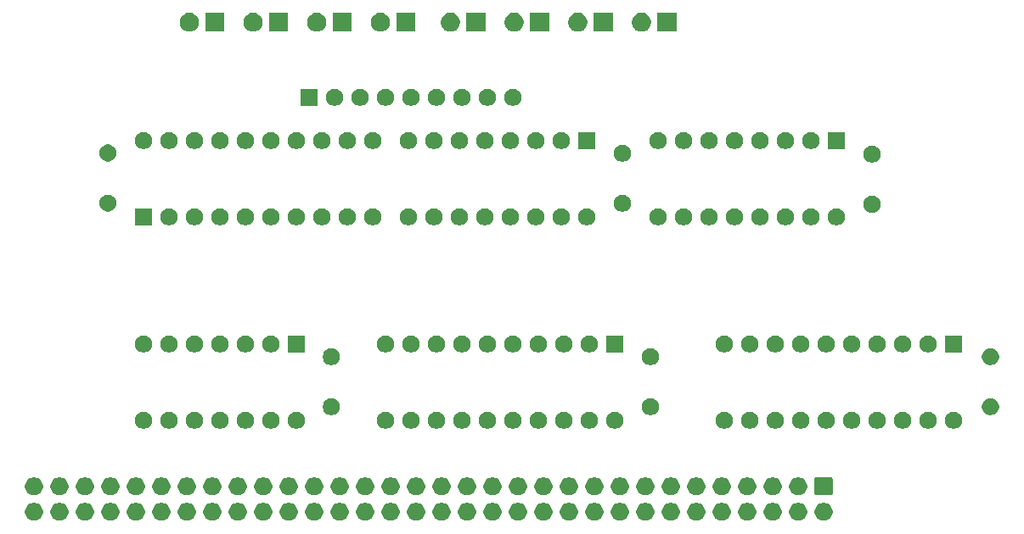
<source format=gbs>
%TF.GenerationSoftware,KiCad,Pcbnew,5.1.6-c6e7f7d~87~ubuntu18.04.1*%
%TF.CreationDate,2020-08-05T19:50:32+12:00*%
%TF.ProjectId,M1 Program Counter,4d312050-726f-4677-9261-6d20436f756e,rev?*%
%TF.SameCoordinates,Original*%
%TF.FileFunction,Soldermask,Bot*%
%TF.FilePolarity,Negative*%
%FSLAX46Y46*%
G04 Gerber Fmt 4.6, Leading zero omitted, Abs format (unit mm)*
G04 Created by KiCad (PCBNEW 5.1.6-c6e7f7d~87~ubuntu18.04.1) date 2020-08-05 19:50:32*
%MOMM*%
%LPD*%
G01*
G04 APERTURE LIST*
%ADD10C,0.100000*%
G04 APERTURE END LIST*
D10*
G36*
X136130512Y-137152927D02*
G01*
X136279812Y-137182624D01*
X136443784Y-137250544D01*
X136591354Y-137349147D01*
X136716853Y-137474646D01*
X136815456Y-137622216D01*
X136883376Y-137786188D01*
X136918000Y-137960259D01*
X136918000Y-138137741D01*
X136883376Y-138311812D01*
X136815456Y-138475784D01*
X136716853Y-138623354D01*
X136591354Y-138748853D01*
X136443784Y-138847456D01*
X136279812Y-138915376D01*
X136130512Y-138945073D01*
X136105742Y-138950000D01*
X135928258Y-138950000D01*
X135903488Y-138945073D01*
X135754188Y-138915376D01*
X135590216Y-138847456D01*
X135442646Y-138748853D01*
X135317147Y-138623354D01*
X135218544Y-138475784D01*
X135150624Y-138311812D01*
X135116000Y-138137741D01*
X135116000Y-137960259D01*
X135150624Y-137786188D01*
X135218544Y-137622216D01*
X135317147Y-137474646D01*
X135442646Y-137349147D01*
X135590216Y-137250544D01*
X135754188Y-137182624D01*
X135903488Y-137152927D01*
X135928258Y-137148000D01*
X136105742Y-137148000D01*
X136130512Y-137152927D01*
G37*
G36*
X123430512Y-137152927D02*
G01*
X123579812Y-137182624D01*
X123743784Y-137250544D01*
X123891354Y-137349147D01*
X124016853Y-137474646D01*
X124115456Y-137622216D01*
X124183376Y-137786188D01*
X124218000Y-137960259D01*
X124218000Y-138137741D01*
X124183376Y-138311812D01*
X124115456Y-138475784D01*
X124016853Y-138623354D01*
X123891354Y-138748853D01*
X123743784Y-138847456D01*
X123579812Y-138915376D01*
X123430512Y-138945073D01*
X123405742Y-138950000D01*
X123228258Y-138950000D01*
X123203488Y-138945073D01*
X123054188Y-138915376D01*
X122890216Y-138847456D01*
X122742646Y-138748853D01*
X122617147Y-138623354D01*
X122518544Y-138475784D01*
X122450624Y-138311812D01*
X122416000Y-138137741D01*
X122416000Y-137960259D01*
X122450624Y-137786188D01*
X122518544Y-137622216D01*
X122617147Y-137474646D01*
X122742646Y-137349147D01*
X122890216Y-137250544D01*
X123054188Y-137182624D01*
X123203488Y-137152927D01*
X123228258Y-137148000D01*
X123405742Y-137148000D01*
X123430512Y-137152927D01*
G37*
G36*
X120890512Y-137152927D02*
G01*
X121039812Y-137182624D01*
X121203784Y-137250544D01*
X121351354Y-137349147D01*
X121476853Y-137474646D01*
X121575456Y-137622216D01*
X121643376Y-137786188D01*
X121678000Y-137960259D01*
X121678000Y-138137741D01*
X121643376Y-138311812D01*
X121575456Y-138475784D01*
X121476853Y-138623354D01*
X121351354Y-138748853D01*
X121203784Y-138847456D01*
X121039812Y-138915376D01*
X120890512Y-138945073D01*
X120865742Y-138950000D01*
X120688258Y-138950000D01*
X120663488Y-138945073D01*
X120514188Y-138915376D01*
X120350216Y-138847456D01*
X120202646Y-138748853D01*
X120077147Y-138623354D01*
X119978544Y-138475784D01*
X119910624Y-138311812D01*
X119876000Y-138137741D01*
X119876000Y-137960259D01*
X119910624Y-137786188D01*
X119978544Y-137622216D01*
X120077147Y-137474646D01*
X120202646Y-137349147D01*
X120350216Y-137250544D01*
X120514188Y-137182624D01*
X120663488Y-137152927D01*
X120688258Y-137148000D01*
X120865742Y-137148000D01*
X120890512Y-137152927D01*
G37*
G36*
X118350512Y-137152927D02*
G01*
X118499812Y-137182624D01*
X118663784Y-137250544D01*
X118811354Y-137349147D01*
X118936853Y-137474646D01*
X119035456Y-137622216D01*
X119103376Y-137786188D01*
X119138000Y-137960259D01*
X119138000Y-138137741D01*
X119103376Y-138311812D01*
X119035456Y-138475784D01*
X118936853Y-138623354D01*
X118811354Y-138748853D01*
X118663784Y-138847456D01*
X118499812Y-138915376D01*
X118350512Y-138945073D01*
X118325742Y-138950000D01*
X118148258Y-138950000D01*
X118123488Y-138945073D01*
X117974188Y-138915376D01*
X117810216Y-138847456D01*
X117662646Y-138748853D01*
X117537147Y-138623354D01*
X117438544Y-138475784D01*
X117370624Y-138311812D01*
X117336000Y-138137741D01*
X117336000Y-137960259D01*
X117370624Y-137786188D01*
X117438544Y-137622216D01*
X117537147Y-137474646D01*
X117662646Y-137349147D01*
X117810216Y-137250544D01*
X117974188Y-137182624D01*
X118123488Y-137152927D01*
X118148258Y-137148000D01*
X118325742Y-137148000D01*
X118350512Y-137152927D01*
G37*
G36*
X115810512Y-137152927D02*
G01*
X115959812Y-137182624D01*
X116123784Y-137250544D01*
X116271354Y-137349147D01*
X116396853Y-137474646D01*
X116495456Y-137622216D01*
X116563376Y-137786188D01*
X116598000Y-137960259D01*
X116598000Y-138137741D01*
X116563376Y-138311812D01*
X116495456Y-138475784D01*
X116396853Y-138623354D01*
X116271354Y-138748853D01*
X116123784Y-138847456D01*
X115959812Y-138915376D01*
X115810512Y-138945073D01*
X115785742Y-138950000D01*
X115608258Y-138950000D01*
X115583488Y-138945073D01*
X115434188Y-138915376D01*
X115270216Y-138847456D01*
X115122646Y-138748853D01*
X114997147Y-138623354D01*
X114898544Y-138475784D01*
X114830624Y-138311812D01*
X114796000Y-138137741D01*
X114796000Y-137960259D01*
X114830624Y-137786188D01*
X114898544Y-137622216D01*
X114997147Y-137474646D01*
X115122646Y-137349147D01*
X115270216Y-137250544D01*
X115434188Y-137182624D01*
X115583488Y-137152927D01*
X115608258Y-137148000D01*
X115785742Y-137148000D01*
X115810512Y-137152927D01*
G37*
G36*
X113270512Y-137152927D02*
G01*
X113419812Y-137182624D01*
X113583784Y-137250544D01*
X113731354Y-137349147D01*
X113856853Y-137474646D01*
X113955456Y-137622216D01*
X114023376Y-137786188D01*
X114058000Y-137960259D01*
X114058000Y-138137741D01*
X114023376Y-138311812D01*
X113955456Y-138475784D01*
X113856853Y-138623354D01*
X113731354Y-138748853D01*
X113583784Y-138847456D01*
X113419812Y-138915376D01*
X113270512Y-138945073D01*
X113245742Y-138950000D01*
X113068258Y-138950000D01*
X113043488Y-138945073D01*
X112894188Y-138915376D01*
X112730216Y-138847456D01*
X112582646Y-138748853D01*
X112457147Y-138623354D01*
X112358544Y-138475784D01*
X112290624Y-138311812D01*
X112256000Y-138137741D01*
X112256000Y-137960259D01*
X112290624Y-137786188D01*
X112358544Y-137622216D01*
X112457147Y-137474646D01*
X112582646Y-137349147D01*
X112730216Y-137250544D01*
X112894188Y-137182624D01*
X113043488Y-137152927D01*
X113068258Y-137148000D01*
X113245742Y-137148000D01*
X113270512Y-137152927D01*
G37*
G36*
X125970512Y-137152927D02*
G01*
X126119812Y-137182624D01*
X126283784Y-137250544D01*
X126431354Y-137349147D01*
X126556853Y-137474646D01*
X126655456Y-137622216D01*
X126723376Y-137786188D01*
X126758000Y-137960259D01*
X126758000Y-138137741D01*
X126723376Y-138311812D01*
X126655456Y-138475784D01*
X126556853Y-138623354D01*
X126431354Y-138748853D01*
X126283784Y-138847456D01*
X126119812Y-138915376D01*
X125970512Y-138945073D01*
X125945742Y-138950000D01*
X125768258Y-138950000D01*
X125743488Y-138945073D01*
X125594188Y-138915376D01*
X125430216Y-138847456D01*
X125282646Y-138748853D01*
X125157147Y-138623354D01*
X125058544Y-138475784D01*
X124990624Y-138311812D01*
X124956000Y-138137741D01*
X124956000Y-137960259D01*
X124990624Y-137786188D01*
X125058544Y-137622216D01*
X125157147Y-137474646D01*
X125282646Y-137349147D01*
X125430216Y-137250544D01*
X125594188Y-137182624D01*
X125743488Y-137152927D01*
X125768258Y-137148000D01*
X125945742Y-137148000D01*
X125970512Y-137152927D01*
G37*
G36*
X128510512Y-137152927D02*
G01*
X128659812Y-137182624D01*
X128823784Y-137250544D01*
X128971354Y-137349147D01*
X129096853Y-137474646D01*
X129195456Y-137622216D01*
X129263376Y-137786188D01*
X129298000Y-137960259D01*
X129298000Y-138137741D01*
X129263376Y-138311812D01*
X129195456Y-138475784D01*
X129096853Y-138623354D01*
X128971354Y-138748853D01*
X128823784Y-138847456D01*
X128659812Y-138915376D01*
X128510512Y-138945073D01*
X128485742Y-138950000D01*
X128308258Y-138950000D01*
X128283488Y-138945073D01*
X128134188Y-138915376D01*
X127970216Y-138847456D01*
X127822646Y-138748853D01*
X127697147Y-138623354D01*
X127598544Y-138475784D01*
X127530624Y-138311812D01*
X127496000Y-138137741D01*
X127496000Y-137960259D01*
X127530624Y-137786188D01*
X127598544Y-137622216D01*
X127697147Y-137474646D01*
X127822646Y-137349147D01*
X127970216Y-137250544D01*
X128134188Y-137182624D01*
X128283488Y-137152927D01*
X128308258Y-137148000D01*
X128485742Y-137148000D01*
X128510512Y-137152927D01*
G37*
G36*
X131050512Y-137152927D02*
G01*
X131199812Y-137182624D01*
X131363784Y-137250544D01*
X131511354Y-137349147D01*
X131636853Y-137474646D01*
X131735456Y-137622216D01*
X131803376Y-137786188D01*
X131838000Y-137960259D01*
X131838000Y-138137741D01*
X131803376Y-138311812D01*
X131735456Y-138475784D01*
X131636853Y-138623354D01*
X131511354Y-138748853D01*
X131363784Y-138847456D01*
X131199812Y-138915376D01*
X131050512Y-138945073D01*
X131025742Y-138950000D01*
X130848258Y-138950000D01*
X130823488Y-138945073D01*
X130674188Y-138915376D01*
X130510216Y-138847456D01*
X130362646Y-138748853D01*
X130237147Y-138623354D01*
X130138544Y-138475784D01*
X130070624Y-138311812D01*
X130036000Y-138137741D01*
X130036000Y-137960259D01*
X130070624Y-137786188D01*
X130138544Y-137622216D01*
X130237147Y-137474646D01*
X130362646Y-137349147D01*
X130510216Y-137250544D01*
X130674188Y-137182624D01*
X130823488Y-137152927D01*
X130848258Y-137148000D01*
X131025742Y-137148000D01*
X131050512Y-137152927D01*
G37*
G36*
X156450512Y-137152927D02*
G01*
X156599812Y-137182624D01*
X156763784Y-137250544D01*
X156911354Y-137349147D01*
X157036853Y-137474646D01*
X157135456Y-137622216D01*
X157203376Y-137786188D01*
X157238000Y-137960259D01*
X157238000Y-138137741D01*
X157203376Y-138311812D01*
X157135456Y-138475784D01*
X157036853Y-138623354D01*
X156911354Y-138748853D01*
X156763784Y-138847456D01*
X156599812Y-138915376D01*
X156450512Y-138945073D01*
X156425742Y-138950000D01*
X156248258Y-138950000D01*
X156223488Y-138945073D01*
X156074188Y-138915376D01*
X155910216Y-138847456D01*
X155762646Y-138748853D01*
X155637147Y-138623354D01*
X155538544Y-138475784D01*
X155470624Y-138311812D01*
X155436000Y-138137741D01*
X155436000Y-137960259D01*
X155470624Y-137786188D01*
X155538544Y-137622216D01*
X155637147Y-137474646D01*
X155762646Y-137349147D01*
X155910216Y-137250544D01*
X156074188Y-137182624D01*
X156223488Y-137152927D01*
X156248258Y-137148000D01*
X156425742Y-137148000D01*
X156450512Y-137152927D01*
G37*
G36*
X138670512Y-137152927D02*
G01*
X138819812Y-137182624D01*
X138983784Y-137250544D01*
X139131354Y-137349147D01*
X139256853Y-137474646D01*
X139355456Y-137622216D01*
X139423376Y-137786188D01*
X139458000Y-137960259D01*
X139458000Y-138137741D01*
X139423376Y-138311812D01*
X139355456Y-138475784D01*
X139256853Y-138623354D01*
X139131354Y-138748853D01*
X138983784Y-138847456D01*
X138819812Y-138915376D01*
X138670512Y-138945073D01*
X138645742Y-138950000D01*
X138468258Y-138950000D01*
X138443488Y-138945073D01*
X138294188Y-138915376D01*
X138130216Y-138847456D01*
X137982646Y-138748853D01*
X137857147Y-138623354D01*
X137758544Y-138475784D01*
X137690624Y-138311812D01*
X137656000Y-138137741D01*
X137656000Y-137960259D01*
X137690624Y-137786188D01*
X137758544Y-137622216D01*
X137857147Y-137474646D01*
X137982646Y-137349147D01*
X138130216Y-137250544D01*
X138294188Y-137182624D01*
X138443488Y-137152927D01*
X138468258Y-137148000D01*
X138645742Y-137148000D01*
X138670512Y-137152927D01*
G37*
G36*
X141210512Y-137152927D02*
G01*
X141359812Y-137182624D01*
X141523784Y-137250544D01*
X141671354Y-137349147D01*
X141796853Y-137474646D01*
X141895456Y-137622216D01*
X141963376Y-137786188D01*
X141998000Y-137960259D01*
X141998000Y-138137741D01*
X141963376Y-138311812D01*
X141895456Y-138475784D01*
X141796853Y-138623354D01*
X141671354Y-138748853D01*
X141523784Y-138847456D01*
X141359812Y-138915376D01*
X141210512Y-138945073D01*
X141185742Y-138950000D01*
X141008258Y-138950000D01*
X140983488Y-138945073D01*
X140834188Y-138915376D01*
X140670216Y-138847456D01*
X140522646Y-138748853D01*
X140397147Y-138623354D01*
X140298544Y-138475784D01*
X140230624Y-138311812D01*
X140196000Y-138137741D01*
X140196000Y-137960259D01*
X140230624Y-137786188D01*
X140298544Y-137622216D01*
X140397147Y-137474646D01*
X140522646Y-137349147D01*
X140670216Y-137250544D01*
X140834188Y-137182624D01*
X140983488Y-137152927D01*
X141008258Y-137148000D01*
X141185742Y-137148000D01*
X141210512Y-137152927D01*
G37*
G36*
X143750512Y-137152927D02*
G01*
X143899812Y-137182624D01*
X144063784Y-137250544D01*
X144211354Y-137349147D01*
X144336853Y-137474646D01*
X144435456Y-137622216D01*
X144503376Y-137786188D01*
X144538000Y-137960259D01*
X144538000Y-138137741D01*
X144503376Y-138311812D01*
X144435456Y-138475784D01*
X144336853Y-138623354D01*
X144211354Y-138748853D01*
X144063784Y-138847456D01*
X143899812Y-138915376D01*
X143750512Y-138945073D01*
X143725742Y-138950000D01*
X143548258Y-138950000D01*
X143523488Y-138945073D01*
X143374188Y-138915376D01*
X143210216Y-138847456D01*
X143062646Y-138748853D01*
X142937147Y-138623354D01*
X142838544Y-138475784D01*
X142770624Y-138311812D01*
X142736000Y-138137741D01*
X142736000Y-137960259D01*
X142770624Y-137786188D01*
X142838544Y-137622216D01*
X142937147Y-137474646D01*
X143062646Y-137349147D01*
X143210216Y-137250544D01*
X143374188Y-137182624D01*
X143523488Y-137152927D01*
X143548258Y-137148000D01*
X143725742Y-137148000D01*
X143750512Y-137152927D01*
G37*
G36*
X146290512Y-137152927D02*
G01*
X146439812Y-137182624D01*
X146603784Y-137250544D01*
X146751354Y-137349147D01*
X146876853Y-137474646D01*
X146975456Y-137622216D01*
X147043376Y-137786188D01*
X147078000Y-137960259D01*
X147078000Y-138137741D01*
X147043376Y-138311812D01*
X146975456Y-138475784D01*
X146876853Y-138623354D01*
X146751354Y-138748853D01*
X146603784Y-138847456D01*
X146439812Y-138915376D01*
X146290512Y-138945073D01*
X146265742Y-138950000D01*
X146088258Y-138950000D01*
X146063488Y-138945073D01*
X145914188Y-138915376D01*
X145750216Y-138847456D01*
X145602646Y-138748853D01*
X145477147Y-138623354D01*
X145378544Y-138475784D01*
X145310624Y-138311812D01*
X145276000Y-138137741D01*
X145276000Y-137960259D01*
X145310624Y-137786188D01*
X145378544Y-137622216D01*
X145477147Y-137474646D01*
X145602646Y-137349147D01*
X145750216Y-137250544D01*
X145914188Y-137182624D01*
X146063488Y-137152927D01*
X146088258Y-137148000D01*
X146265742Y-137148000D01*
X146290512Y-137152927D01*
G37*
G36*
X148830512Y-137152927D02*
G01*
X148979812Y-137182624D01*
X149143784Y-137250544D01*
X149291354Y-137349147D01*
X149416853Y-137474646D01*
X149515456Y-137622216D01*
X149583376Y-137786188D01*
X149618000Y-137960259D01*
X149618000Y-138137741D01*
X149583376Y-138311812D01*
X149515456Y-138475784D01*
X149416853Y-138623354D01*
X149291354Y-138748853D01*
X149143784Y-138847456D01*
X148979812Y-138915376D01*
X148830512Y-138945073D01*
X148805742Y-138950000D01*
X148628258Y-138950000D01*
X148603488Y-138945073D01*
X148454188Y-138915376D01*
X148290216Y-138847456D01*
X148142646Y-138748853D01*
X148017147Y-138623354D01*
X147918544Y-138475784D01*
X147850624Y-138311812D01*
X147816000Y-138137741D01*
X147816000Y-137960259D01*
X147850624Y-137786188D01*
X147918544Y-137622216D01*
X148017147Y-137474646D01*
X148142646Y-137349147D01*
X148290216Y-137250544D01*
X148454188Y-137182624D01*
X148603488Y-137152927D01*
X148628258Y-137148000D01*
X148805742Y-137148000D01*
X148830512Y-137152927D01*
G37*
G36*
X151370512Y-137152927D02*
G01*
X151519812Y-137182624D01*
X151683784Y-137250544D01*
X151831354Y-137349147D01*
X151956853Y-137474646D01*
X152055456Y-137622216D01*
X152123376Y-137786188D01*
X152158000Y-137960259D01*
X152158000Y-138137741D01*
X152123376Y-138311812D01*
X152055456Y-138475784D01*
X151956853Y-138623354D01*
X151831354Y-138748853D01*
X151683784Y-138847456D01*
X151519812Y-138915376D01*
X151370512Y-138945073D01*
X151345742Y-138950000D01*
X151168258Y-138950000D01*
X151143488Y-138945073D01*
X150994188Y-138915376D01*
X150830216Y-138847456D01*
X150682646Y-138748853D01*
X150557147Y-138623354D01*
X150458544Y-138475784D01*
X150390624Y-138311812D01*
X150356000Y-138137741D01*
X150356000Y-137960259D01*
X150390624Y-137786188D01*
X150458544Y-137622216D01*
X150557147Y-137474646D01*
X150682646Y-137349147D01*
X150830216Y-137250544D01*
X150994188Y-137182624D01*
X151143488Y-137152927D01*
X151168258Y-137148000D01*
X151345742Y-137148000D01*
X151370512Y-137152927D01*
G37*
G36*
X176770512Y-137152927D02*
G01*
X176919812Y-137182624D01*
X177083784Y-137250544D01*
X177231354Y-137349147D01*
X177356853Y-137474646D01*
X177455456Y-137622216D01*
X177523376Y-137786188D01*
X177558000Y-137960259D01*
X177558000Y-138137741D01*
X177523376Y-138311812D01*
X177455456Y-138475784D01*
X177356853Y-138623354D01*
X177231354Y-138748853D01*
X177083784Y-138847456D01*
X176919812Y-138915376D01*
X176770512Y-138945073D01*
X176745742Y-138950000D01*
X176568258Y-138950000D01*
X176543488Y-138945073D01*
X176394188Y-138915376D01*
X176230216Y-138847456D01*
X176082646Y-138748853D01*
X175957147Y-138623354D01*
X175858544Y-138475784D01*
X175790624Y-138311812D01*
X175756000Y-138137741D01*
X175756000Y-137960259D01*
X175790624Y-137786188D01*
X175858544Y-137622216D01*
X175957147Y-137474646D01*
X176082646Y-137349147D01*
X176230216Y-137250544D01*
X176394188Y-137182624D01*
X176543488Y-137152927D01*
X176568258Y-137148000D01*
X176745742Y-137148000D01*
X176770512Y-137152927D01*
G37*
G36*
X192010512Y-137152927D02*
G01*
X192159812Y-137182624D01*
X192323784Y-137250544D01*
X192471354Y-137349147D01*
X192596853Y-137474646D01*
X192695456Y-137622216D01*
X192763376Y-137786188D01*
X192798000Y-137960259D01*
X192798000Y-138137741D01*
X192763376Y-138311812D01*
X192695456Y-138475784D01*
X192596853Y-138623354D01*
X192471354Y-138748853D01*
X192323784Y-138847456D01*
X192159812Y-138915376D01*
X192010512Y-138945073D01*
X191985742Y-138950000D01*
X191808258Y-138950000D01*
X191783488Y-138945073D01*
X191634188Y-138915376D01*
X191470216Y-138847456D01*
X191322646Y-138748853D01*
X191197147Y-138623354D01*
X191098544Y-138475784D01*
X191030624Y-138311812D01*
X190996000Y-138137741D01*
X190996000Y-137960259D01*
X191030624Y-137786188D01*
X191098544Y-137622216D01*
X191197147Y-137474646D01*
X191322646Y-137349147D01*
X191470216Y-137250544D01*
X191634188Y-137182624D01*
X191783488Y-137152927D01*
X191808258Y-137148000D01*
X191985742Y-137148000D01*
X192010512Y-137152927D01*
G37*
G36*
X133590512Y-137152927D02*
G01*
X133739812Y-137182624D01*
X133903784Y-137250544D01*
X134051354Y-137349147D01*
X134176853Y-137474646D01*
X134275456Y-137622216D01*
X134343376Y-137786188D01*
X134378000Y-137960259D01*
X134378000Y-138137741D01*
X134343376Y-138311812D01*
X134275456Y-138475784D01*
X134176853Y-138623354D01*
X134051354Y-138748853D01*
X133903784Y-138847456D01*
X133739812Y-138915376D01*
X133590512Y-138945073D01*
X133565742Y-138950000D01*
X133388258Y-138950000D01*
X133363488Y-138945073D01*
X133214188Y-138915376D01*
X133050216Y-138847456D01*
X132902646Y-138748853D01*
X132777147Y-138623354D01*
X132678544Y-138475784D01*
X132610624Y-138311812D01*
X132576000Y-138137741D01*
X132576000Y-137960259D01*
X132610624Y-137786188D01*
X132678544Y-137622216D01*
X132777147Y-137474646D01*
X132902646Y-137349147D01*
X133050216Y-137250544D01*
X133214188Y-137182624D01*
X133363488Y-137152927D01*
X133388258Y-137148000D01*
X133565742Y-137148000D01*
X133590512Y-137152927D01*
G37*
G36*
X158990512Y-137152927D02*
G01*
X159139812Y-137182624D01*
X159303784Y-137250544D01*
X159451354Y-137349147D01*
X159576853Y-137474646D01*
X159675456Y-137622216D01*
X159743376Y-137786188D01*
X159778000Y-137960259D01*
X159778000Y-138137741D01*
X159743376Y-138311812D01*
X159675456Y-138475784D01*
X159576853Y-138623354D01*
X159451354Y-138748853D01*
X159303784Y-138847456D01*
X159139812Y-138915376D01*
X158990512Y-138945073D01*
X158965742Y-138950000D01*
X158788258Y-138950000D01*
X158763488Y-138945073D01*
X158614188Y-138915376D01*
X158450216Y-138847456D01*
X158302646Y-138748853D01*
X158177147Y-138623354D01*
X158078544Y-138475784D01*
X158010624Y-138311812D01*
X157976000Y-138137741D01*
X157976000Y-137960259D01*
X158010624Y-137786188D01*
X158078544Y-137622216D01*
X158177147Y-137474646D01*
X158302646Y-137349147D01*
X158450216Y-137250544D01*
X158614188Y-137182624D01*
X158763488Y-137152927D01*
X158788258Y-137148000D01*
X158965742Y-137148000D01*
X158990512Y-137152927D01*
G37*
G36*
X161530512Y-137152927D02*
G01*
X161679812Y-137182624D01*
X161843784Y-137250544D01*
X161991354Y-137349147D01*
X162116853Y-137474646D01*
X162215456Y-137622216D01*
X162283376Y-137786188D01*
X162318000Y-137960259D01*
X162318000Y-138137741D01*
X162283376Y-138311812D01*
X162215456Y-138475784D01*
X162116853Y-138623354D01*
X161991354Y-138748853D01*
X161843784Y-138847456D01*
X161679812Y-138915376D01*
X161530512Y-138945073D01*
X161505742Y-138950000D01*
X161328258Y-138950000D01*
X161303488Y-138945073D01*
X161154188Y-138915376D01*
X160990216Y-138847456D01*
X160842646Y-138748853D01*
X160717147Y-138623354D01*
X160618544Y-138475784D01*
X160550624Y-138311812D01*
X160516000Y-138137741D01*
X160516000Y-137960259D01*
X160550624Y-137786188D01*
X160618544Y-137622216D01*
X160717147Y-137474646D01*
X160842646Y-137349147D01*
X160990216Y-137250544D01*
X161154188Y-137182624D01*
X161303488Y-137152927D01*
X161328258Y-137148000D01*
X161505742Y-137148000D01*
X161530512Y-137152927D01*
G37*
G36*
X164070512Y-137152927D02*
G01*
X164219812Y-137182624D01*
X164383784Y-137250544D01*
X164531354Y-137349147D01*
X164656853Y-137474646D01*
X164755456Y-137622216D01*
X164823376Y-137786188D01*
X164858000Y-137960259D01*
X164858000Y-138137741D01*
X164823376Y-138311812D01*
X164755456Y-138475784D01*
X164656853Y-138623354D01*
X164531354Y-138748853D01*
X164383784Y-138847456D01*
X164219812Y-138915376D01*
X164070512Y-138945073D01*
X164045742Y-138950000D01*
X163868258Y-138950000D01*
X163843488Y-138945073D01*
X163694188Y-138915376D01*
X163530216Y-138847456D01*
X163382646Y-138748853D01*
X163257147Y-138623354D01*
X163158544Y-138475784D01*
X163090624Y-138311812D01*
X163056000Y-138137741D01*
X163056000Y-137960259D01*
X163090624Y-137786188D01*
X163158544Y-137622216D01*
X163257147Y-137474646D01*
X163382646Y-137349147D01*
X163530216Y-137250544D01*
X163694188Y-137182624D01*
X163843488Y-137152927D01*
X163868258Y-137148000D01*
X164045742Y-137148000D01*
X164070512Y-137152927D01*
G37*
G36*
X166610512Y-137152927D02*
G01*
X166759812Y-137182624D01*
X166923784Y-137250544D01*
X167071354Y-137349147D01*
X167196853Y-137474646D01*
X167295456Y-137622216D01*
X167363376Y-137786188D01*
X167398000Y-137960259D01*
X167398000Y-138137741D01*
X167363376Y-138311812D01*
X167295456Y-138475784D01*
X167196853Y-138623354D01*
X167071354Y-138748853D01*
X166923784Y-138847456D01*
X166759812Y-138915376D01*
X166610512Y-138945073D01*
X166585742Y-138950000D01*
X166408258Y-138950000D01*
X166383488Y-138945073D01*
X166234188Y-138915376D01*
X166070216Y-138847456D01*
X165922646Y-138748853D01*
X165797147Y-138623354D01*
X165698544Y-138475784D01*
X165630624Y-138311812D01*
X165596000Y-138137741D01*
X165596000Y-137960259D01*
X165630624Y-137786188D01*
X165698544Y-137622216D01*
X165797147Y-137474646D01*
X165922646Y-137349147D01*
X166070216Y-137250544D01*
X166234188Y-137182624D01*
X166383488Y-137152927D01*
X166408258Y-137148000D01*
X166585742Y-137148000D01*
X166610512Y-137152927D01*
G37*
G36*
X169150512Y-137152927D02*
G01*
X169299812Y-137182624D01*
X169463784Y-137250544D01*
X169611354Y-137349147D01*
X169736853Y-137474646D01*
X169835456Y-137622216D01*
X169903376Y-137786188D01*
X169938000Y-137960259D01*
X169938000Y-138137741D01*
X169903376Y-138311812D01*
X169835456Y-138475784D01*
X169736853Y-138623354D01*
X169611354Y-138748853D01*
X169463784Y-138847456D01*
X169299812Y-138915376D01*
X169150512Y-138945073D01*
X169125742Y-138950000D01*
X168948258Y-138950000D01*
X168923488Y-138945073D01*
X168774188Y-138915376D01*
X168610216Y-138847456D01*
X168462646Y-138748853D01*
X168337147Y-138623354D01*
X168238544Y-138475784D01*
X168170624Y-138311812D01*
X168136000Y-138137741D01*
X168136000Y-137960259D01*
X168170624Y-137786188D01*
X168238544Y-137622216D01*
X168337147Y-137474646D01*
X168462646Y-137349147D01*
X168610216Y-137250544D01*
X168774188Y-137182624D01*
X168923488Y-137152927D01*
X168948258Y-137148000D01*
X169125742Y-137148000D01*
X169150512Y-137152927D01*
G37*
G36*
X171690512Y-137152927D02*
G01*
X171839812Y-137182624D01*
X172003784Y-137250544D01*
X172151354Y-137349147D01*
X172276853Y-137474646D01*
X172375456Y-137622216D01*
X172443376Y-137786188D01*
X172478000Y-137960259D01*
X172478000Y-138137741D01*
X172443376Y-138311812D01*
X172375456Y-138475784D01*
X172276853Y-138623354D01*
X172151354Y-138748853D01*
X172003784Y-138847456D01*
X171839812Y-138915376D01*
X171690512Y-138945073D01*
X171665742Y-138950000D01*
X171488258Y-138950000D01*
X171463488Y-138945073D01*
X171314188Y-138915376D01*
X171150216Y-138847456D01*
X171002646Y-138748853D01*
X170877147Y-138623354D01*
X170778544Y-138475784D01*
X170710624Y-138311812D01*
X170676000Y-138137741D01*
X170676000Y-137960259D01*
X170710624Y-137786188D01*
X170778544Y-137622216D01*
X170877147Y-137474646D01*
X171002646Y-137349147D01*
X171150216Y-137250544D01*
X171314188Y-137182624D01*
X171463488Y-137152927D01*
X171488258Y-137148000D01*
X171665742Y-137148000D01*
X171690512Y-137152927D01*
G37*
G36*
X174230512Y-137152927D02*
G01*
X174379812Y-137182624D01*
X174543784Y-137250544D01*
X174691354Y-137349147D01*
X174816853Y-137474646D01*
X174915456Y-137622216D01*
X174983376Y-137786188D01*
X175018000Y-137960259D01*
X175018000Y-138137741D01*
X174983376Y-138311812D01*
X174915456Y-138475784D01*
X174816853Y-138623354D01*
X174691354Y-138748853D01*
X174543784Y-138847456D01*
X174379812Y-138915376D01*
X174230512Y-138945073D01*
X174205742Y-138950000D01*
X174028258Y-138950000D01*
X174003488Y-138945073D01*
X173854188Y-138915376D01*
X173690216Y-138847456D01*
X173542646Y-138748853D01*
X173417147Y-138623354D01*
X173318544Y-138475784D01*
X173250624Y-138311812D01*
X173216000Y-138137741D01*
X173216000Y-137960259D01*
X173250624Y-137786188D01*
X173318544Y-137622216D01*
X173417147Y-137474646D01*
X173542646Y-137349147D01*
X173690216Y-137250544D01*
X173854188Y-137182624D01*
X174003488Y-137152927D01*
X174028258Y-137148000D01*
X174205742Y-137148000D01*
X174230512Y-137152927D01*
G37*
G36*
X153910512Y-137152927D02*
G01*
X154059812Y-137182624D01*
X154223784Y-137250544D01*
X154371354Y-137349147D01*
X154496853Y-137474646D01*
X154595456Y-137622216D01*
X154663376Y-137786188D01*
X154698000Y-137960259D01*
X154698000Y-138137741D01*
X154663376Y-138311812D01*
X154595456Y-138475784D01*
X154496853Y-138623354D01*
X154371354Y-138748853D01*
X154223784Y-138847456D01*
X154059812Y-138915376D01*
X153910512Y-138945073D01*
X153885742Y-138950000D01*
X153708258Y-138950000D01*
X153683488Y-138945073D01*
X153534188Y-138915376D01*
X153370216Y-138847456D01*
X153222646Y-138748853D01*
X153097147Y-138623354D01*
X152998544Y-138475784D01*
X152930624Y-138311812D01*
X152896000Y-138137741D01*
X152896000Y-137960259D01*
X152930624Y-137786188D01*
X152998544Y-137622216D01*
X153097147Y-137474646D01*
X153222646Y-137349147D01*
X153370216Y-137250544D01*
X153534188Y-137182624D01*
X153683488Y-137152927D01*
X153708258Y-137148000D01*
X153885742Y-137148000D01*
X153910512Y-137152927D01*
G37*
G36*
X179310512Y-137152927D02*
G01*
X179459812Y-137182624D01*
X179623784Y-137250544D01*
X179771354Y-137349147D01*
X179896853Y-137474646D01*
X179995456Y-137622216D01*
X180063376Y-137786188D01*
X180098000Y-137960259D01*
X180098000Y-138137741D01*
X180063376Y-138311812D01*
X179995456Y-138475784D01*
X179896853Y-138623354D01*
X179771354Y-138748853D01*
X179623784Y-138847456D01*
X179459812Y-138915376D01*
X179310512Y-138945073D01*
X179285742Y-138950000D01*
X179108258Y-138950000D01*
X179083488Y-138945073D01*
X178934188Y-138915376D01*
X178770216Y-138847456D01*
X178622646Y-138748853D01*
X178497147Y-138623354D01*
X178398544Y-138475784D01*
X178330624Y-138311812D01*
X178296000Y-138137741D01*
X178296000Y-137960259D01*
X178330624Y-137786188D01*
X178398544Y-137622216D01*
X178497147Y-137474646D01*
X178622646Y-137349147D01*
X178770216Y-137250544D01*
X178934188Y-137182624D01*
X179083488Y-137152927D01*
X179108258Y-137148000D01*
X179285742Y-137148000D01*
X179310512Y-137152927D01*
G37*
G36*
X181850512Y-137152927D02*
G01*
X181999812Y-137182624D01*
X182163784Y-137250544D01*
X182311354Y-137349147D01*
X182436853Y-137474646D01*
X182535456Y-137622216D01*
X182603376Y-137786188D01*
X182638000Y-137960259D01*
X182638000Y-138137741D01*
X182603376Y-138311812D01*
X182535456Y-138475784D01*
X182436853Y-138623354D01*
X182311354Y-138748853D01*
X182163784Y-138847456D01*
X181999812Y-138915376D01*
X181850512Y-138945073D01*
X181825742Y-138950000D01*
X181648258Y-138950000D01*
X181623488Y-138945073D01*
X181474188Y-138915376D01*
X181310216Y-138847456D01*
X181162646Y-138748853D01*
X181037147Y-138623354D01*
X180938544Y-138475784D01*
X180870624Y-138311812D01*
X180836000Y-138137741D01*
X180836000Y-137960259D01*
X180870624Y-137786188D01*
X180938544Y-137622216D01*
X181037147Y-137474646D01*
X181162646Y-137349147D01*
X181310216Y-137250544D01*
X181474188Y-137182624D01*
X181623488Y-137152927D01*
X181648258Y-137148000D01*
X181825742Y-137148000D01*
X181850512Y-137152927D01*
G37*
G36*
X184390512Y-137152927D02*
G01*
X184539812Y-137182624D01*
X184703784Y-137250544D01*
X184851354Y-137349147D01*
X184976853Y-137474646D01*
X185075456Y-137622216D01*
X185143376Y-137786188D01*
X185178000Y-137960259D01*
X185178000Y-138137741D01*
X185143376Y-138311812D01*
X185075456Y-138475784D01*
X184976853Y-138623354D01*
X184851354Y-138748853D01*
X184703784Y-138847456D01*
X184539812Y-138915376D01*
X184390512Y-138945073D01*
X184365742Y-138950000D01*
X184188258Y-138950000D01*
X184163488Y-138945073D01*
X184014188Y-138915376D01*
X183850216Y-138847456D01*
X183702646Y-138748853D01*
X183577147Y-138623354D01*
X183478544Y-138475784D01*
X183410624Y-138311812D01*
X183376000Y-138137741D01*
X183376000Y-137960259D01*
X183410624Y-137786188D01*
X183478544Y-137622216D01*
X183577147Y-137474646D01*
X183702646Y-137349147D01*
X183850216Y-137250544D01*
X184014188Y-137182624D01*
X184163488Y-137152927D01*
X184188258Y-137148000D01*
X184365742Y-137148000D01*
X184390512Y-137152927D01*
G37*
G36*
X186930512Y-137152927D02*
G01*
X187079812Y-137182624D01*
X187243784Y-137250544D01*
X187391354Y-137349147D01*
X187516853Y-137474646D01*
X187615456Y-137622216D01*
X187683376Y-137786188D01*
X187718000Y-137960259D01*
X187718000Y-138137741D01*
X187683376Y-138311812D01*
X187615456Y-138475784D01*
X187516853Y-138623354D01*
X187391354Y-138748853D01*
X187243784Y-138847456D01*
X187079812Y-138915376D01*
X186930512Y-138945073D01*
X186905742Y-138950000D01*
X186728258Y-138950000D01*
X186703488Y-138945073D01*
X186554188Y-138915376D01*
X186390216Y-138847456D01*
X186242646Y-138748853D01*
X186117147Y-138623354D01*
X186018544Y-138475784D01*
X185950624Y-138311812D01*
X185916000Y-138137741D01*
X185916000Y-137960259D01*
X185950624Y-137786188D01*
X186018544Y-137622216D01*
X186117147Y-137474646D01*
X186242646Y-137349147D01*
X186390216Y-137250544D01*
X186554188Y-137182624D01*
X186703488Y-137152927D01*
X186728258Y-137148000D01*
X186905742Y-137148000D01*
X186930512Y-137152927D01*
G37*
G36*
X189470512Y-137152927D02*
G01*
X189619812Y-137182624D01*
X189783784Y-137250544D01*
X189931354Y-137349147D01*
X190056853Y-137474646D01*
X190155456Y-137622216D01*
X190223376Y-137786188D01*
X190258000Y-137960259D01*
X190258000Y-138137741D01*
X190223376Y-138311812D01*
X190155456Y-138475784D01*
X190056853Y-138623354D01*
X189931354Y-138748853D01*
X189783784Y-138847456D01*
X189619812Y-138915376D01*
X189470512Y-138945073D01*
X189445742Y-138950000D01*
X189268258Y-138950000D01*
X189243488Y-138945073D01*
X189094188Y-138915376D01*
X188930216Y-138847456D01*
X188782646Y-138748853D01*
X188657147Y-138623354D01*
X188558544Y-138475784D01*
X188490624Y-138311812D01*
X188456000Y-138137741D01*
X188456000Y-137960259D01*
X188490624Y-137786188D01*
X188558544Y-137622216D01*
X188657147Y-137474646D01*
X188782646Y-137349147D01*
X188930216Y-137250544D01*
X189094188Y-137182624D01*
X189243488Y-137152927D01*
X189268258Y-137148000D01*
X189445742Y-137148000D01*
X189470512Y-137152927D01*
G37*
G36*
X148825796Y-134611989D02*
G01*
X148979812Y-134642624D01*
X149143784Y-134710544D01*
X149291354Y-134809147D01*
X149416853Y-134934646D01*
X149515456Y-135082216D01*
X149583376Y-135246188D01*
X149618000Y-135420259D01*
X149618000Y-135597741D01*
X149583376Y-135771812D01*
X149515456Y-135935784D01*
X149416853Y-136083354D01*
X149291354Y-136208853D01*
X149143784Y-136307456D01*
X148979812Y-136375376D01*
X148831341Y-136404908D01*
X148805742Y-136410000D01*
X148628258Y-136410000D01*
X148602659Y-136404908D01*
X148454188Y-136375376D01*
X148290216Y-136307456D01*
X148142646Y-136208853D01*
X148017147Y-136083354D01*
X147918544Y-135935784D01*
X147850624Y-135771812D01*
X147816000Y-135597741D01*
X147816000Y-135420259D01*
X147850624Y-135246188D01*
X147918544Y-135082216D01*
X148017147Y-134934646D01*
X148142646Y-134809147D01*
X148290216Y-134710544D01*
X148454188Y-134642624D01*
X148608204Y-134611989D01*
X148628258Y-134608000D01*
X148805742Y-134608000D01*
X148825796Y-134611989D01*
G37*
G36*
X189465796Y-134611989D02*
G01*
X189619812Y-134642624D01*
X189783784Y-134710544D01*
X189931354Y-134809147D01*
X190056853Y-134934646D01*
X190155456Y-135082216D01*
X190223376Y-135246188D01*
X190258000Y-135420259D01*
X190258000Y-135597741D01*
X190223376Y-135771812D01*
X190155456Y-135935784D01*
X190056853Y-136083354D01*
X189931354Y-136208853D01*
X189783784Y-136307456D01*
X189619812Y-136375376D01*
X189471341Y-136404908D01*
X189445742Y-136410000D01*
X189268258Y-136410000D01*
X189242659Y-136404908D01*
X189094188Y-136375376D01*
X188930216Y-136307456D01*
X188782646Y-136208853D01*
X188657147Y-136083354D01*
X188558544Y-135935784D01*
X188490624Y-135771812D01*
X188456000Y-135597741D01*
X188456000Y-135420259D01*
X188490624Y-135246188D01*
X188558544Y-135082216D01*
X188657147Y-134934646D01*
X188782646Y-134809147D01*
X188930216Y-134710544D01*
X189094188Y-134642624D01*
X189248204Y-134611989D01*
X189268258Y-134608000D01*
X189445742Y-134608000D01*
X189465796Y-134611989D01*
G37*
G36*
X143745796Y-134611989D02*
G01*
X143899812Y-134642624D01*
X144063784Y-134710544D01*
X144211354Y-134809147D01*
X144336853Y-134934646D01*
X144435456Y-135082216D01*
X144503376Y-135246188D01*
X144538000Y-135420259D01*
X144538000Y-135597741D01*
X144503376Y-135771812D01*
X144435456Y-135935784D01*
X144336853Y-136083354D01*
X144211354Y-136208853D01*
X144063784Y-136307456D01*
X143899812Y-136375376D01*
X143751341Y-136404908D01*
X143725742Y-136410000D01*
X143548258Y-136410000D01*
X143522659Y-136404908D01*
X143374188Y-136375376D01*
X143210216Y-136307456D01*
X143062646Y-136208853D01*
X142937147Y-136083354D01*
X142838544Y-135935784D01*
X142770624Y-135771812D01*
X142736000Y-135597741D01*
X142736000Y-135420259D01*
X142770624Y-135246188D01*
X142838544Y-135082216D01*
X142937147Y-134934646D01*
X143062646Y-134809147D01*
X143210216Y-134710544D01*
X143374188Y-134642624D01*
X143528204Y-134611989D01*
X143548258Y-134608000D01*
X143725742Y-134608000D01*
X143745796Y-134611989D01*
G37*
G36*
X141205796Y-134611989D02*
G01*
X141359812Y-134642624D01*
X141523784Y-134710544D01*
X141671354Y-134809147D01*
X141796853Y-134934646D01*
X141895456Y-135082216D01*
X141963376Y-135246188D01*
X141998000Y-135420259D01*
X141998000Y-135597741D01*
X141963376Y-135771812D01*
X141895456Y-135935784D01*
X141796853Y-136083354D01*
X141671354Y-136208853D01*
X141523784Y-136307456D01*
X141359812Y-136375376D01*
X141211341Y-136404908D01*
X141185742Y-136410000D01*
X141008258Y-136410000D01*
X140982659Y-136404908D01*
X140834188Y-136375376D01*
X140670216Y-136307456D01*
X140522646Y-136208853D01*
X140397147Y-136083354D01*
X140298544Y-135935784D01*
X140230624Y-135771812D01*
X140196000Y-135597741D01*
X140196000Y-135420259D01*
X140230624Y-135246188D01*
X140298544Y-135082216D01*
X140397147Y-134934646D01*
X140522646Y-134809147D01*
X140670216Y-134710544D01*
X140834188Y-134642624D01*
X140988204Y-134611989D01*
X141008258Y-134608000D01*
X141185742Y-134608000D01*
X141205796Y-134611989D01*
G37*
G36*
X138665796Y-134611989D02*
G01*
X138819812Y-134642624D01*
X138983784Y-134710544D01*
X139131354Y-134809147D01*
X139256853Y-134934646D01*
X139355456Y-135082216D01*
X139423376Y-135246188D01*
X139458000Y-135420259D01*
X139458000Y-135597741D01*
X139423376Y-135771812D01*
X139355456Y-135935784D01*
X139256853Y-136083354D01*
X139131354Y-136208853D01*
X138983784Y-136307456D01*
X138819812Y-136375376D01*
X138671341Y-136404908D01*
X138645742Y-136410000D01*
X138468258Y-136410000D01*
X138442659Y-136404908D01*
X138294188Y-136375376D01*
X138130216Y-136307456D01*
X137982646Y-136208853D01*
X137857147Y-136083354D01*
X137758544Y-135935784D01*
X137690624Y-135771812D01*
X137656000Y-135597741D01*
X137656000Y-135420259D01*
X137690624Y-135246188D01*
X137758544Y-135082216D01*
X137857147Y-134934646D01*
X137982646Y-134809147D01*
X138130216Y-134710544D01*
X138294188Y-134642624D01*
X138448204Y-134611989D01*
X138468258Y-134608000D01*
X138645742Y-134608000D01*
X138665796Y-134611989D01*
G37*
G36*
X136125796Y-134611989D02*
G01*
X136279812Y-134642624D01*
X136443784Y-134710544D01*
X136591354Y-134809147D01*
X136716853Y-134934646D01*
X136815456Y-135082216D01*
X136883376Y-135246188D01*
X136918000Y-135420259D01*
X136918000Y-135597741D01*
X136883376Y-135771812D01*
X136815456Y-135935784D01*
X136716853Y-136083354D01*
X136591354Y-136208853D01*
X136443784Y-136307456D01*
X136279812Y-136375376D01*
X136131341Y-136404908D01*
X136105742Y-136410000D01*
X135928258Y-136410000D01*
X135902659Y-136404908D01*
X135754188Y-136375376D01*
X135590216Y-136307456D01*
X135442646Y-136208853D01*
X135317147Y-136083354D01*
X135218544Y-135935784D01*
X135150624Y-135771812D01*
X135116000Y-135597741D01*
X135116000Y-135420259D01*
X135150624Y-135246188D01*
X135218544Y-135082216D01*
X135317147Y-134934646D01*
X135442646Y-134809147D01*
X135590216Y-134710544D01*
X135754188Y-134642624D01*
X135908204Y-134611989D01*
X135928258Y-134608000D01*
X136105742Y-134608000D01*
X136125796Y-134611989D01*
G37*
G36*
X133585796Y-134611989D02*
G01*
X133739812Y-134642624D01*
X133903784Y-134710544D01*
X134051354Y-134809147D01*
X134176853Y-134934646D01*
X134275456Y-135082216D01*
X134343376Y-135246188D01*
X134378000Y-135420259D01*
X134378000Y-135597741D01*
X134343376Y-135771812D01*
X134275456Y-135935784D01*
X134176853Y-136083354D01*
X134051354Y-136208853D01*
X133903784Y-136307456D01*
X133739812Y-136375376D01*
X133591341Y-136404908D01*
X133565742Y-136410000D01*
X133388258Y-136410000D01*
X133362659Y-136404908D01*
X133214188Y-136375376D01*
X133050216Y-136307456D01*
X132902646Y-136208853D01*
X132777147Y-136083354D01*
X132678544Y-135935784D01*
X132610624Y-135771812D01*
X132576000Y-135597741D01*
X132576000Y-135420259D01*
X132610624Y-135246188D01*
X132678544Y-135082216D01*
X132777147Y-134934646D01*
X132902646Y-134809147D01*
X133050216Y-134710544D01*
X133214188Y-134642624D01*
X133368204Y-134611989D01*
X133388258Y-134608000D01*
X133565742Y-134608000D01*
X133585796Y-134611989D01*
G37*
G36*
X128505796Y-134611989D02*
G01*
X128659812Y-134642624D01*
X128823784Y-134710544D01*
X128971354Y-134809147D01*
X129096853Y-134934646D01*
X129195456Y-135082216D01*
X129263376Y-135246188D01*
X129298000Y-135420259D01*
X129298000Y-135597741D01*
X129263376Y-135771812D01*
X129195456Y-135935784D01*
X129096853Y-136083354D01*
X128971354Y-136208853D01*
X128823784Y-136307456D01*
X128659812Y-136375376D01*
X128511341Y-136404908D01*
X128485742Y-136410000D01*
X128308258Y-136410000D01*
X128282659Y-136404908D01*
X128134188Y-136375376D01*
X127970216Y-136307456D01*
X127822646Y-136208853D01*
X127697147Y-136083354D01*
X127598544Y-135935784D01*
X127530624Y-135771812D01*
X127496000Y-135597741D01*
X127496000Y-135420259D01*
X127530624Y-135246188D01*
X127598544Y-135082216D01*
X127697147Y-134934646D01*
X127822646Y-134809147D01*
X127970216Y-134710544D01*
X128134188Y-134642624D01*
X128288204Y-134611989D01*
X128308258Y-134608000D01*
X128485742Y-134608000D01*
X128505796Y-134611989D01*
G37*
G36*
X125965796Y-134611989D02*
G01*
X126119812Y-134642624D01*
X126283784Y-134710544D01*
X126431354Y-134809147D01*
X126556853Y-134934646D01*
X126655456Y-135082216D01*
X126723376Y-135246188D01*
X126758000Y-135420259D01*
X126758000Y-135597741D01*
X126723376Y-135771812D01*
X126655456Y-135935784D01*
X126556853Y-136083354D01*
X126431354Y-136208853D01*
X126283784Y-136307456D01*
X126119812Y-136375376D01*
X125971341Y-136404908D01*
X125945742Y-136410000D01*
X125768258Y-136410000D01*
X125742659Y-136404908D01*
X125594188Y-136375376D01*
X125430216Y-136307456D01*
X125282646Y-136208853D01*
X125157147Y-136083354D01*
X125058544Y-135935784D01*
X124990624Y-135771812D01*
X124956000Y-135597741D01*
X124956000Y-135420259D01*
X124990624Y-135246188D01*
X125058544Y-135082216D01*
X125157147Y-134934646D01*
X125282646Y-134809147D01*
X125430216Y-134710544D01*
X125594188Y-134642624D01*
X125748204Y-134611989D01*
X125768258Y-134608000D01*
X125945742Y-134608000D01*
X125965796Y-134611989D01*
G37*
G36*
X123425796Y-134611989D02*
G01*
X123579812Y-134642624D01*
X123743784Y-134710544D01*
X123891354Y-134809147D01*
X124016853Y-134934646D01*
X124115456Y-135082216D01*
X124183376Y-135246188D01*
X124218000Y-135420259D01*
X124218000Y-135597741D01*
X124183376Y-135771812D01*
X124115456Y-135935784D01*
X124016853Y-136083354D01*
X123891354Y-136208853D01*
X123743784Y-136307456D01*
X123579812Y-136375376D01*
X123431341Y-136404908D01*
X123405742Y-136410000D01*
X123228258Y-136410000D01*
X123202659Y-136404908D01*
X123054188Y-136375376D01*
X122890216Y-136307456D01*
X122742646Y-136208853D01*
X122617147Y-136083354D01*
X122518544Y-135935784D01*
X122450624Y-135771812D01*
X122416000Y-135597741D01*
X122416000Y-135420259D01*
X122450624Y-135246188D01*
X122518544Y-135082216D01*
X122617147Y-134934646D01*
X122742646Y-134809147D01*
X122890216Y-134710544D01*
X123054188Y-134642624D01*
X123208204Y-134611989D01*
X123228258Y-134608000D01*
X123405742Y-134608000D01*
X123425796Y-134611989D01*
G37*
G36*
X120885796Y-134611989D02*
G01*
X121039812Y-134642624D01*
X121203784Y-134710544D01*
X121351354Y-134809147D01*
X121476853Y-134934646D01*
X121575456Y-135082216D01*
X121643376Y-135246188D01*
X121678000Y-135420259D01*
X121678000Y-135597741D01*
X121643376Y-135771812D01*
X121575456Y-135935784D01*
X121476853Y-136083354D01*
X121351354Y-136208853D01*
X121203784Y-136307456D01*
X121039812Y-136375376D01*
X120891341Y-136404908D01*
X120865742Y-136410000D01*
X120688258Y-136410000D01*
X120662659Y-136404908D01*
X120514188Y-136375376D01*
X120350216Y-136307456D01*
X120202646Y-136208853D01*
X120077147Y-136083354D01*
X119978544Y-135935784D01*
X119910624Y-135771812D01*
X119876000Y-135597741D01*
X119876000Y-135420259D01*
X119910624Y-135246188D01*
X119978544Y-135082216D01*
X120077147Y-134934646D01*
X120202646Y-134809147D01*
X120350216Y-134710544D01*
X120514188Y-134642624D01*
X120668204Y-134611989D01*
X120688258Y-134608000D01*
X120865742Y-134608000D01*
X120885796Y-134611989D01*
G37*
G36*
X118345796Y-134611989D02*
G01*
X118499812Y-134642624D01*
X118663784Y-134710544D01*
X118811354Y-134809147D01*
X118936853Y-134934646D01*
X119035456Y-135082216D01*
X119103376Y-135246188D01*
X119138000Y-135420259D01*
X119138000Y-135597741D01*
X119103376Y-135771812D01*
X119035456Y-135935784D01*
X118936853Y-136083354D01*
X118811354Y-136208853D01*
X118663784Y-136307456D01*
X118499812Y-136375376D01*
X118351341Y-136404908D01*
X118325742Y-136410000D01*
X118148258Y-136410000D01*
X118122659Y-136404908D01*
X117974188Y-136375376D01*
X117810216Y-136307456D01*
X117662646Y-136208853D01*
X117537147Y-136083354D01*
X117438544Y-135935784D01*
X117370624Y-135771812D01*
X117336000Y-135597741D01*
X117336000Y-135420259D01*
X117370624Y-135246188D01*
X117438544Y-135082216D01*
X117537147Y-134934646D01*
X117662646Y-134809147D01*
X117810216Y-134710544D01*
X117974188Y-134642624D01*
X118128204Y-134611989D01*
X118148258Y-134608000D01*
X118325742Y-134608000D01*
X118345796Y-134611989D01*
G37*
G36*
X115805796Y-134611989D02*
G01*
X115959812Y-134642624D01*
X116123784Y-134710544D01*
X116271354Y-134809147D01*
X116396853Y-134934646D01*
X116495456Y-135082216D01*
X116563376Y-135246188D01*
X116598000Y-135420259D01*
X116598000Y-135597741D01*
X116563376Y-135771812D01*
X116495456Y-135935784D01*
X116396853Y-136083354D01*
X116271354Y-136208853D01*
X116123784Y-136307456D01*
X115959812Y-136375376D01*
X115811341Y-136404908D01*
X115785742Y-136410000D01*
X115608258Y-136410000D01*
X115582659Y-136404908D01*
X115434188Y-136375376D01*
X115270216Y-136307456D01*
X115122646Y-136208853D01*
X114997147Y-136083354D01*
X114898544Y-135935784D01*
X114830624Y-135771812D01*
X114796000Y-135597741D01*
X114796000Y-135420259D01*
X114830624Y-135246188D01*
X114898544Y-135082216D01*
X114997147Y-134934646D01*
X115122646Y-134809147D01*
X115270216Y-134710544D01*
X115434188Y-134642624D01*
X115588204Y-134611989D01*
X115608258Y-134608000D01*
X115785742Y-134608000D01*
X115805796Y-134611989D01*
G37*
G36*
X113265796Y-134611989D02*
G01*
X113419812Y-134642624D01*
X113583784Y-134710544D01*
X113731354Y-134809147D01*
X113856853Y-134934646D01*
X113955456Y-135082216D01*
X114023376Y-135246188D01*
X114058000Y-135420259D01*
X114058000Y-135597741D01*
X114023376Y-135771812D01*
X113955456Y-135935784D01*
X113856853Y-136083354D01*
X113731354Y-136208853D01*
X113583784Y-136307456D01*
X113419812Y-136375376D01*
X113271341Y-136404908D01*
X113245742Y-136410000D01*
X113068258Y-136410000D01*
X113042659Y-136404908D01*
X112894188Y-136375376D01*
X112730216Y-136307456D01*
X112582646Y-136208853D01*
X112457147Y-136083354D01*
X112358544Y-135935784D01*
X112290624Y-135771812D01*
X112256000Y-135597741D01*
X112256000Y-135420259D01*
X112290624Y-135246188D01*
X112358544Y-135082216D01*
X112457147Y-134934646D01*
X112582646Y-134809147D01*
X112730216Y-134710544D01*
X112894188Y-134642624D01*
X113048204Y-134611989D01*
X113068258Y-134608000D01*
X113245742Y-134608000D01*
X113265796Y-134611989D01*
G37*
G36*
X186925796Y-134611989D02*
G01*
X187079812Y-134642624D01*
X187243784Y-134710544D01*
X187391354Y-134809147D01*
X187516853Y-134934646D01*
X187615456Y-135082216D01*
X187683376Y-135246188D01*
X187718000Y-135420259D01*
X187718000Y-135597741D01*
X187683376Y-135771812D01*
X187615456Y-135935784D01*
X187516853Y-136083354D01*
X187391354Y-136208853D01*
X187243784Y-136307456D01*
X187079812Y-136375376D01*
X186931341Y-136404908D01*
X186905742Y-136410000D01*
X186728258Y-136410000D01*
X186702659Y-136404908D01*
X186554188Y-136375376D01*
X186390216Y-136307456D01*
X186242646Y-136208853D01*
X186117147Y-136083354D01*
X186018544Y-135935784D01*
X185950624Y-135771812D01*
X185916000Y-135597741D01*
X185916000Y-135420259D01*
X185950624Y-135246188D01*
X186018544Y-135082216D01*
X186117147Y-134934646D01*
X186242646Y-134809147D01*
X186390216Y-134710544D01*
X186554188Y-134642624D01*
X186708204Y-134611989D01*
X186728258Y-134608000D01*
X186905742Y-134608000D01*
X186925796Y-134611989D01*
G37*
G36*
X131045796Y-134611989D02*
G01*
X131199812Y-134642624D01*
X131363784Y-134710544D01*
X131511354Y-134809147D01*
X131636853Y-134934646D01*
X131735456Y-135082216D01*
X131803376Y-135246188D01*
X131838000Y-135420259D01*
X131838000Y-135597741D01*
X131803376Y-135771812D01*
X131735456Y-135935784D01*
X131636853Y-136083354D01*
X131511354Y-136208853D01*
X131363784Y-136307456D01*
X131199812Y-136375376D01*
X131051341Y-136404908D01*
X131025742Y-136410000D01*
X130848258Y-136410000D01*
X130822659Y-136404908D01*
X130674188Y-136375376D01*
X130510216Y-136307456D01*
X130362646Y-136208853D01*
X130237147Y-136083354D01*
X130138544Y-135935784D01*
X130070624Y-135771812D01*
X130036000Y-135597741D01*
X130036000Y-135420259D01*
X130070624Y-135246188D01*
X130138544Y-135082216D01*
X130237147Y-134934646D01*
X130362646Y-134809147D01*
X130510216Y-134710544D01*
X130674188Y-134642624D01*
X130828204Y-134611989D01*
X130848258Y-134608000D01*
X131025742Y-134608000D01*
X131045796Y-134611989D01*
G37*
G36*
X153905796Y-134611989D02*
G01*
X154059812Y-134642624D01*
X154223784Y-134710544D01*
X154371354Y-134809147D01*
X154496853Y-134934646D01*
X154595456Y-135082216D01*
X154663376Y-135246188D01*
X154698000Y-135420259D01*
X154698000Y-135597741D01*
X154663376Y-135771812D01*
X154595456Y-135935784D01*
X154496853Y-136083354D01*
X154371354Y-136208853D01*
X154223784Y-136307456D01*
X154059812Y-136375376D01*
X153911341Y-136404908D01*
X153885742Y-136410000D01*
X153708258Y-136410000D01*
X153682659Y-136404908D01*
X153534188Y-136375376D01*
X153370216Y-136307456D01*
X153222646Y-136208853D01*
X153097147Y-136083354D01*
X152998544Y-135935784D01*
X152930624Y-135771812D01*
X152896000Y-135597741D01*
X152896000Y-135420259D01*
X152930624Y-135246188D01*
X152998544Y-135082216D01*
X153097147Y-134934646D01*
X153222646Y-134809147D01*
X153370216Y-134710544D01*
X153534188Y-134642624D01*
X153688204Y-134611989D01*
X153708258Y-134608000D01*
X153885742Y-134608000D01*
X153905796Y-134611989D01*
G37*
G36*
X151365796Y-134611989D02*
G01*
X151519812Y-134642624D01*
X151683784Y-134710544D01*
X151831354Y-134809147D01*
X151956853Y-134934646D01*
X152055456Y-135082216D01*
X152123376Y-135246188D01*
X152158000Y-135420259D01*
X152158000Y-135597741D01*
X152123376Y-135771812D01*
X152055456Y-135935784D01*
X151956853Y-136083354D01*
X151831354Y-136208853D01*
X151683784Y-136307456D01*
X151519812Y-136375376D01*
X151371341Y-136404908D01*
X151345742Y-136410000D01*
X151168258Y-136410000D01*
X151142659Y-136404908D01*
X150994188Y-136375376D01*
X150830216Y-136307456D01*
X150682646Y-136208853D01*
X150557147Y-136083354D01*
X150458544Y-135935784D01*
X150390624Y-135771812D01*
X150356000Y-135597741D01*
X150356000Y-135420259D01*
X150390624Y-135246188D01*
X150458544Y-135082216D01*
X150557147Y-134934646D01*
X150682646Y-134809147D01*
X150830216Y-134710544D01*
X150994188Y-134642624D01*
X151148204Y-134611989D01*
X151168258Y-134608000D01*
X151345742Y-134608000D01*
X151365796Y-134611989D01*
G37*
G36*
X184385796Y-134611989D02*
G01*
X184539812Y-134642624D01*
X184703784Y-134710544D01*
X184851354Y-134809147D01*
X184976853Y-134934646D01*
X185075456Y-135082216D01*
X185143376Y-135246188D01*
X185178000Y-135420259D01*
X185178000Y-135597741D01*
X185143376Y-135771812D01*
X185075456Y-135935784D01*
X184976853Y-136083354D01*
X184851354Y-136208853D01*
X184703784Y-136307456D01*
X184539812Y-136375376D01*
X184391341Y-136404908D01*
X184365742Y-136410000D01*
X184188258Y-136410000D01*
X184162659Y-136404908D01*
X184014188Y-136375376D01*
X183850216Y-136307456D01*
X183702646Y-136208853D01*
X183577147Y-136083354D01*
X183478544Y-135935784D01*
X183410624Y-135771812D01*
X183376000Y-135597741D01*
X183376000Y-135420259D01*
X183410624Y-135246188D01*
X183478544Y-135082216D01*
X183577147Y-134934646D01*
X183702646Y-134809147D01*
X183850216Y-134710544D01*
X184014188Y-134642624D01*
X184168204Y-134611989D01*
X184188258Y-134608000D01*
X184365742Y-134608000D01*
X184385796Y-134611989D01*
G37*
G36*
X146285796Y-134611989D02*
G01*
X146439812Y-134642624D01*
X146603784Y-134710544D01*
X146751354Y-134809147D01*
X146876853Y-134934646D01*
X146975456Y-135082216D01*
X147043376Y-135246188D01*
X147078000Y-135420259D01*
X147078000Y-135597741D01*
X147043376Y-135771812D01*
X146975456Y-135935784D01*
X146876853Y-136083354D01*
X146751354Y-136208853D01*
X146603784Y-136307456D01*
X146439812Y-136375376D01*
X146291341Y-136404908D01*
X146265742Y-136410000D01*
X146088258Y-136410000D01*
X146062659Y-136404908D01*
X145914188Y-136375376D01*
X145750216Y-136307456D01*
X145602646Y-136208853D01*
X145477147Y-136083354D01*
X145378544Y-135935784D01*
X145310624Y-135771812D01*
X145276000Y-135597741D01*
X145276000Y-135420259D01*
X145310624Y-135246188D01*
X145378544Y-135082216D01*
X145477147Y-134934646D01*
X145602646Y-134809147D01*
X145750216Y-134710544D01*
X145914188Y-134642624D01*
X146068204Y-134611989D01*
X146088258Y-134608000D01*
X146265742Y-134608000D01*
X146285796Y-134611989D01*
G37*
G36*
X181845796Y-134611989D02*
G01*
X181999812Y-134642624D01*
X182163784Y-134710544D01*
X182311354Y-134809147D01*
X182436853Y-134934646D01*
X182535456Y-135082216D01*
X182603376Y-135246188D01*
X182638000Y-135420259D01*
X182638000Y-135597741D01*
X182603376Y-135771812D01*
X182535456Y-135935784D01*
X182436853Y-136083354D01*
X182311354Y-136208853D01*
X182163784Y-136307456D01*
X181999812Y-136375376D01*
X181851341Y-136404908D01*
X181825742Y-136410000D01*
X181648258Y-136410000D01*
X181622659Y-136404908D01*
X181474188Y-136375376D01*
X181310216Y-136307456D01*
X181162646Y-136208853D01*
X181037147Y-136083354D01*
X180938544Y-135935784D01*
X180870624Y-135771812D01*
X180836000Y-135597741D01*
X180836000Y-135420259D01*
X180870624Y-135246188D01*
X180938544Y-135082216D01*
X181037147Y-134934646D01*
X181162646Y-134809147D01*
X181310216Y-134710544D01*
X181474188Y-134642624D01*
X181628204Y-134611989D01*
X181648258Y-134608000D01*
X181825742Y-134608000D01*
X181845796Y-134611989D01*
G37*
G36*
X179305796Y-134611989D02*
G01*
X179459812Y-134642624D01*
X179623784Y-134710544D01*
X179771354Y-134809147D01*
X179896853Y-134934646D01*
X179995456Y-135082216D01*
X180063376Y-135246188D01*
X180098000Y-135420259D01*
X180098000Y-135597741D01*
X180063376Y-135771812D01*
X179995456Y-135935784D01*
X179896853Y-136083354D01*
X179771354Y-136208853D01*
X179623784Y-136307456D01*
X179459812Y-136375376D01*
X179311341Y-136404908D01*
X179285742Y-136410000D01*
X179108258Y-136410000D01*
X179082659Y-136404908D01*
X178934188Y-136375376D01*
X178770216Y-136307456D01*
X178622646Y-136208853D01*
X178497147Y-136083354D01*
X178398544Y-135935784D01*
X178330624Y-135771812D01*
X178296000Y-135597741D01*
X178296000Y-135420259D01*
X178330624Y-135246188D01*
X178398544Y-135082216D01*
X178497147Y-134934646D01*
X178622646Y-134809147D01*
X178770216Y-134710544D01*
X178934188Y-134642624D01*
X179088204Y-134611989D01*
X179108258Y-134608000D01*
X179285742Y-134608000D01*
X179305796Y-134611989D01*
G37*
G36*
X176765796Y-134611989D02*
G01*
X176919812Y-134642624D01*
X177083784Y-134710544D01*
X177231354Y-134809147D01*
X177356853Y-134934646D01*
X177455456Y-135082216D01*
X177523376Y-135246188D01*
X177558000Y-135420259D01*
X177558000Y-135597741D01*
X177523376Y-135771812D01*
X177455456Y-135935784D01*
X177356853Y-136083354D01*
X177231354Y-136208853D01*
X177083784Y-136307456D01*
X176919812Y-136375376D01*
X176771341Y-136404908D01*
X176745742Y-136410000D01*
X176568258Y-136410000D01*
X176542659Y-136404908D01*
X176394188Y-136375376D01*
X176230216Y-136307456D01*
X176082646Y-136208853D01*
X175957147Y-136083354D01*
X175858544Y-135935784D01*
X175790624Y-135771812D01*
X175756000Y-135597741D01*
X175756000Y-135420259D01*
X175790624Y-135246188D01*
X175858544Y-135082216D01*
X175957147Y-134934646D01*
X176082646Y-134809147D01*
X176230216Y-134710544D01*
X176394188Y-134642624D01*
X176548204Y-134611989D01*
X176568258Y-134608000D01*
X176745742Y-134608000D01*
X176765796Y-134611989D01*
G37*
G36*
X174225796Y-134611989D02*
G01*
X174379812Y-134642624D01*
X174543784Y-134710544D01*
X174691354Y-134809147D01*
X174816853Y-134934646D01*
X174915456Y-135082216D01*
X174983376Y-135246188D01*
X175018000Y-135420259D01*
X175018000Y-135597741D01*
X174983376Y-135771812D01*
X174915456Y-135935784D01*
X174816853Y-136083354D01*
X174691354Y-136208853D01*
X174543784Y-136307456D01*
X174379812Y-136375376D01*
X174231341Y-136404908D01*
X174205742Y-136410000D01*
X174028258Y-136410000D01*
X174002659Y-136404908D01*
X173854188Y-136375376D01*
X173690216Y-136307456D01*
X173542646Y-136208853D01*
X173417147Y-136083354D01*
X173318544Y-135935784D01*
X173250624Y-135771812D01*
X173216000Y-135597741D01*
X173216000Y-135420259D01*
X173250624Y-135246188D01*
X173318544Y-135082216D01*
X173417147Y-134934646D01*
X173542646Y-134809147D01*
X173690216Y-134710544D01*
X173854188Y-134642624D01*
X174008204Y-134611989D01*
X174028258Y-134608000D01*
X174205742Y-134608000D01*
X174225796Y-134611989D01*
G37*
G36*
X171685796Y-134611989D02*
G01*
X171839812Y-134642624D01*
X172003784Y-134710544D01*
X172151354Y-134809147D01*
X172276853Y-134934646D01*
X172375456Y-135082216D01*
X172443376Y-135246188D01*
X172478000Y-135420259D01*
X172478000Y-135597741D01*
X172443376Y-135771812D01*
X172375456Y-135935784D01*
X172276853Y-136083354D01*
X172151354Y-136208853D01*
X172003784Y-136307456D01*
X171839812Y-136375376D01*
X171691341Y-136404908D01*
X171665742Y-136410000D01*
X171488258Y-136410000D01*
X171462659Y-136404908D01*
X171314188Y-136375376D01*
X171150216Y-136307456D01*
X171002646Y-136208853D01*
X170877147Y-136083354D01*
X170778544Y-135935784D01*
X170710624Y-135771812D01*
X170676000Y-135597741D01*
X170676000Y-135420259D01*
X170710624Y-135246188D01*
X170778544Y-135082216D01*
X170877147Y-134934646D01*
X171002646Y-134809147D01*
X171150216Y-134710544D01*
X171314188Y-134642624D01*
X171468204Y-134611989D01*
X171488258Y-134608000D01*
X171665742Y-134608000D01*
X171685796Y-134611989D01*
G37*
G36*
X192655600Y-134611989D02*
G01*
X192688652Y-134622015D01*
X192719103Y-134638292D01*
X192745799Y-134660201D01*
X192767708Y-134686897D01*
X192783985Y-134717348D01*
X192794011Y-134750400D01*
X192798000Y-134790903D01*
X192798000Y-136227097D01*
X192794011Y-136267600D01*
X192783985Y-136300652D01*
X192767708Y-136331103D01*
X192745799Y-136357799D01*
X192719103Y-136379708D01*
X192688652Y-136395985D01*
X192655600Y-136406011D01*
X192615097Y-136410000D01*
X191178903Y-136410000D01*
X191138400Y-136406011D01*
X191105348Y-136395985D01*
X191074897Y-136379708D01*
X191048201Y-136357799D01*
X191026292Y-136331103D01*
X191010015Y-136300652D01*
X190999989Y-136267600D01*
X190996000Y-136227097D01*
X190996000Y-134790903D01*
X190999989Y-134750400D01*
X191010015Y-134717348D01*
X191026292Y-134686897D01*
X191048201Y-134660201D01*
X191074897Y-134638292D01*
X191105348Y-134622015D01*
X191138400Y-134611989D01*
X191178903Y-134608000D01*
X192615097Y-134608000D01*
X192655600Y-134611989D01*
G37*
G36*
X166605796Y-134611989D02*
G01*
X166759812Y-134642624D01*
X166923784Y-134710544D01*
X167071354Y-134809147D01*
X167196853Y-134934646D01*
X167295456Y-135082216D01*
X167363376Y-135246188D01*
X167398000Y-135420259D01*
X167398000Y-135597741D01*
X167363376Y-135771812D01*
X167295456Y-135935784D01*
X167196853Y-136083354D01*
X167071354Y-136208853D01*
X166923784Y-136307456D01*
X166759812Y-136375376D01*
X166611341Y-136404908D01*
X166585742Y-136410000D01*
X166408258Y-136410000D01*
X166382659Y-136404908D01*
X166234188Y-136375376D01*
X166070216Y-136307456D01*
X165922646Y-136208853D01*
X165797147Y-136083354D01*
X165698544Y-135935784D01*
X165630624Y-135771812D01*
X165596000Y-135597741D01*
X165596000Y-135420259D01*
X165630624Y-135246188D01*
X165698544Y-135082216D01*
X165797147Y-134934646D01*
X165922646Y-134809147D01*
X166070216Y-134710544D01*
X166234188Y-134642624D01*
X166388204Y-134611989D01*
X166408258Y-134608000D01*
X166585742Y-134608000D01*
X166605796Y-134611989D01*
G37*
G36*
X164065796Y-134611989D02*
G01*
X164219812Y-134642624D01*
X164383784Y-134710544D01*
X164531354Y-134809147D01*
X164656853Y-134934646D01*
X164755456Y-135082216D01*
X164823376Y-135246188D01*
X164858000Y-135420259D01*
X164858000Y-135597741D01*
X164823376Y-135771812D01*
X164755456Y-135935784D01*
X164656853Y-136083354D01*
X164531354Y-136208853D01*
X164383784Y-136307456D01*
X164219812Y-136375376D01*
X164071341Y-136404908D01*
X164045742Y-136410000D01*
X163868258Y-136410000D01*
X163842659Y-136404908D01*
X163694188Y-136375376D01*
X163530216Y-136307456D01*
X163382646Y-136208853D01*
X163257147Y-136083354D01*
X163158544Y-135935784D01*
X163090624Y-135771812D01*
X163056000Y-135597741D01*
X163056000Y-135420259D01*
X163090624Y-135246188D01*
X163158544Y-135082216D01*
X163257147Y-134934646D01*
X163382646Y-134809147D01*
X163530216Y-134710544D01*
X163694188Y-134642624D01*
X163848204Y-134611989D01*
X163868258Y-134608000D01*
X164045742Y-134608000D01*
X164065796Y-134611989D01*
G37*
G36*
X161525796Y-134611989D02*
G01*
X161679812Y-134642624D01*
X161843784Y-134710544D01*
X161991354Y-134809147D01*
X162116853Y-134934646D01*
X162215456Y-135082216D01*
X162283376Y-135246188D01*
X162318000Y-135420259D01*
X162318000Y-135597741D01*
X162283376Y-135771812D01*
X162215456Y-135935784D01*
X162116853Y-136083354D01*
X161991354Y-136208853D01*
X161843784Y-136307456D01*
X161679812Y-136375376D01*
X161531341Y-136404908D01*
X161505742Y-136410000D01*
X161328258Y-136410000D01*
X161302659Y-136404908D01*
X161154188Y-136375376D01*
X160990216Y-136307456D01*
X160842646Y-136208853D01*
X160717147Y-136083354D01*
X160618544Y-135935784D01*
X160550624Y-135771812D01*
X160516000Y-135597741D01*
X160516000Y-135420259D01*
X160550624Y-135246188D01*
X160618544Y-135082216D01*
X160717147Y-134934646D01*
X160842646Y-134809147D01*
X160990216Y-134710544D01*
X161154188Y-134642624D01*
X161308204Y-134611989D01*
X161328258Y-134608000D01*
X161505742Y-134608000D01*
X161525796Y-134611989D01*
G37*
G36*
X158985796Y-134611989D02*
G01*
X159139812Y-134642624D01*
X159303784Y-134710544D01*
X159451354Y-134809147D01*
X159576853Y-134934646D01*
X159675456Y-135082216D01*
X159743376Y-135246188D01*
X159778000Y-135420259D01*
X159778000Y-135597741D01*
X159743376Y-135771812D01*
X159675456Y-135935784D01*
X159576853Y-136083354D01*
X159451354Y-136208853D01*
X159303784Y-136307456D01*
X159139812Y-136375376D01*
X158991341Y-136404908D01*
X158965742Y-136410000D01*
X158788258Y-136410000D01*
X158762659Y-136404908D01*
X158614188Y-136375376D01*
X158450216Y-136307456D01*
X158302646Y-136208853D01*
X158177147Y-136083354D01*
X158078544Y-135935784D01*
X158010624Y-135771812D01*
X157976000Y-135597741D01*
X157976000Y-135420259D01*
X158010624Y-135246188D01*
X158078544Y-135082216D01*
X158177147Y-134934646D01*
X158302646Y-134809147D01*
X158450216Y-134710544D01*
X158614188Y-134642624D01*
X158768204Y-134611989D01*
X158788258Y-134608000D01*
X158965742Y-134608000D01*
X158985796Y-134611989D01*
G37*
G36*
X156445796Y-134611989D02*
G01*
X156599812Y-134642624D01*
X156763784Y-134710544D01*
X156911354Y-134809147D01*
X157036853Y-134934646D01*
X157135456Y-135082216D01*
X157203376Y-135246188D01*
X157238000Y-135420259D01*
X157238000Y-135597741D01*
X157203376Y-135771812D01*
X157135456Y-135935784D01*
X157036853Y-136083354D01*
X156911354Y-136208853D01*
X156763784Y-136307456D01*
X156599812Y-136375376D01*
X156451341Y-136404908D01*
X156425742Y-136410000D01*
X156248258Y-136410000D01*
X156222659Y-136404908D01*
X156074188Y-136375376D01*
X155910216Y-136307456D01*
X155762646Y-136208853D01*
X155637147Y-136083354D01*
X155538544Y-135935784D01*
X155470624Y-135771812D01*
X155436000Y-135597741D01*
X155436000Y-135420259D01*
X155470624Y-135246188D01*
X155538544Y-135082216D01*
X155637147Y-134934646D01*
X155762646Y-134809147D01*
X155910216Y-134710544D01*
X156074188Y-134642624D01*
X156228204Y-134611989D01*
X156248258Y-134608000D01*
X156425742Y-134608000D01*
X156445796Y-134611989D01*
G37*
G36*
X169145796Y-134611989D02*
G01*
X169299812Y-134642624D01*
X169463784Y-134710544D01*
X169611354Y-134809147D01*
X169736853Y-134934646D01*
X169835456Y-135082216D01*
X169903376Y-135246188D01*
X169938000Y-135420259D01*
X169938000Y-135597741D01*
X169903376Y-135771812D01*
X169835456Y-135935784D01*
X169736853Y-136083354D01*
X169611354Y-136208853D01*
X169463784Y-136307456D01*
X169299812Y-136375376D01*
X169151341Y-136404908D01*
X169125742Y-136410000D01*
X168948258Y-136410000D01*
X168922659Y-136404908D01*
X168774188Y-136375376D01*
X168610216Y-136307456D01*
X168462646Y-136208853D01*
X168337147Y-136083354D01*
X168238544Y-135935784D01*
X168170624Y-135771812D01*
X168136000Y-135597741D01*
X168136000Y-135420259D01*
X168170624Y-135246188D01*
X168238544Y-135082216D01*
X168337147Y-134934646D01*
X168462646Y-134809147D01*
X168610216Y-134710544D01*
X168774188Y-134642624D01*
X168928204Y-134611989D01*
X168948258Y-134608000D01*
X169125742Y-134608000D01*
X169145796Y-134611989D01*
G37*
G36*
X153537228Y-128086703D02*
G01*
X153692100Y-128150853D01*
X153831481Y-128243985D01*
X153950015Y-128362519D01*
X154043147Y-128501900D01*
X154107297Y-128656772D01*
X154140000Y-128821184D01*
X154140000Y-128988816D01*
X154107297Y-129153228D01*
X154043147Y-129308100D01*
X153950015Y-129447481D01*
X153831481Y-129566015D01*
X153692100Y-129659147D01*
X153537228Y-129723297D01*
X153372816Y-129756000D01*
X153205184Y-129756000D01*
X153040772Y-129723297D01*
X152885900Y-129659147D01*
X152746519Y-129566015D01*
X152627985Y-129447481D01*
X152534853Y-129308100D01*
X152470703Y-129153228D01*
X152438000Y-128988816D01*
X152438000Y-128821184D01*
X152470703Y-128656772D01*
X152534853Y-128501900D01*
X152627985Y-128362519D01*
X152746519Y-128243985D01*
X152885900Y-128150853D01*
X153040772Y-128086703D01*
X153205184Y-128054000D01*
X153372816Y-128054000D01*
X153537228Y-128086703D01*
G37*
G36*
X137027228Y-128086703D02*
G01*
X137182100Y-128150853D01*
X137321481Y-128243985D01*
X137440015Y-128362519D01*
X137533147Y-128501900D01*
X137597297Y-128656772D01*
X137630000Y-128821184D01*
X137630000Y-128988816D01*
X137597297Y-129153228D01*
X137533147Y-129308100D01*
X137440015Y-129447481D01*
X137321481Y-129566015D01*
X137182100Y-129659147D01*
X137027228Y-129723297D01*
X136862816Y-129756000D01*
X136695184Y-129756000D01*
X136530772Y-129723297D01*
X136375900Y-129659147D01*
X136236519Y-129566015D01*
X136117985Y-129447481D01*
X136024853Y-129308100D01*
X135960703Y-129153228D01*
X135928000Y-128988816D01*
X135928000Y-128821184D01*
X135960703Y-128656772D01*
X136024853Y-128501900D01*
X136117985Y-128362519D01*
X136236519Y-128243985D01*
X136375900Y-128150853D01*
X136530772Y-128086703D01*
X136695184Y-128054000D01*
X136862816Y-128054000D01*
X137027228Y-128086703D01*
G37*
G36*
X158617228Y-128086703D02*
G01*
X158772100Y-128150853D01*
X158911481Y-128243985D01*
X159030015Y-128362519D01*
X159123147Y-128501900D01*
X159187297Y-128656772D01*
X159220000Y-128821184D01*
X159220000Y-128988816D01*
X159187297Y-129153228D01*
X159123147Y-129308100D01*
X159030015Y-129447481D01*
X158911481Y-129566015D01*
X158772100Y-129659147D01*
X158617228Y-129723297D01*
X158452816Y-129756000D01*
X158285184Y-129756000D01*
X158120772Y-129723297D01*
X157965900Y-129659147D01*
X157826519Y-129566015D01*
X157707985Y-129447481D01*
X157614853Y-129308100D01*
X157550703Y-129153228D01*
X157518000Y-128988816D01*
X157518000Y-128821184D01*
X157550703Y-128656772D01*
X157614853Y-128501900D01*
X157707985Y-128362519D01*
X157826519Y-128243985D01*
X157965900Y-128150853D01*
X158120772Y-128086703D01*
X158285184Y-128054000D01*
X158452816Y-128054000D01*
X158617228Y-128086703D01*
G37*
G36*
X161157228Y-128086703D02*
G01*
X161312100Y-128150853D01*
X161451481Y-128243985D01*
X161570015Y-128362519D01*
X161663147Y-128501900D01*
X161727297Y-128656772D01*
X161760000Y-128821184D01*
X161760000Y-128988816D01*
X161727297Y-129153228D01*
X161663147Y-129308100D01*
X161570015Y-129447481D01*
X161451481Y-129566015D01*
X161312100Y-129659147D01*
X161157228Y-129723297D01*
X160992816Y-129756000D01*
X160825184Y-129756000D01*
X160660772Y-129723297D01*
X160505900Y-129659147D01*
X160366519Y-129566015D01*
X160247985Y-129447481D01*
X160154853Y-129308100D01*
X160090703Y-129153228D01*
X160058000Y-128988816D01*
X160058000Y-128821184D01*
X160090703Y-128656772D01*
X160154853Y-128501900D01*
X160247985Y-128362519D01*
X160366519Y-128243985D01*
X160505900Y-128150853D01*
X160660772Y-128086703D01*
X160825184Y-128054000D01*
X160992816Y-128054000D01*
X161157228Y-128086703D01*
G37*
G36*
X163697228Y-128086703D02*
G01*
X163852100Y-128150853D01*
X163991481Y-128243985D01*
X164110015Y-128362519D01*
X164203147Y-128501900D01*
X164267297Y-128656772D01*
X164300000Y-128821184D01*
X164300000Y-128988816D01*
X164267297Y-129153228D01*
X164203147Y-129308100D01*
X164110015Y-129447481D01*
X163991481Y-129566015D01*
X163852100Y-129659147D01*
X163697228Y-129723297D01*
X163532816Y-129756000D01*
X163365184Y-129756000D01*
X163200772Y-129723297D01*
X163045900Y-129659147D01*
X162906519Y-129566015D01*
X162787985Y-129447481D01*
X162694853Y-129308100D01*
X162630703Y-129153228D01*
X162598000Y-128988816D01*
X162598000Y-128821184D01*
X162630703Y-128656772D01*
X162694853Y-128501900D01*
X162787985Y-128362519D01*
X162906519Y-128243985D01*
X163045900Y-128150853D01*
X163200772Y-128086703D01*
X163365184Y-128054000D01*
X163532816Y-128054000D01*
X163697228Y-128086703D01*
G37*
G36*
X166237228Y-128086703D02*
G01*
X166392100Y-128150853D01*
X166531481Y-128243985D01*
X166650015Y-128362519D01*
X166743147Y-128501900D01*
X166807297Y-128656772D01*
X166840000Y-128821184D01*
X166840000Y-128988816D01*
X166807297Y-129153228D01*
X166743147Y-129308100D01*
X166650015Y-129447481D01*
X166531481Y-129566015D01*
X166392100Y-129659147D01*
X166237228Y-129723297D01*
X166072816Y-129756000D01*
X165905184Y-129756000D01*
X165740772Y-129723297D01*
X165585900Y-129659147D01*
X165446519Y-129566015D01*
X165327985Y-129447481D01*
X165234853Y-129308100D01*
X165170703Y-129153228D01*
X165138000Y-128988816D01*
X165138000Y-128821184D01*
X165170703Y-128656772D01*
X165234853Y-128501900D01*
X165327985Y-128362519D01*
X165446519Y-128243985D01*
X165585900Y-128150853D01*
X165740772Y-128086703D01*
X165905184Y-128054000D01*
X166072816Y-128054000D01*
X166237228Y-128086703D01*
G37*
G36*
X168777228Y-128086703D02*
G01*
X168932100Y-128150853D01*
X169071481Y-128243985D01*
X169190015Y-128362519D01*
X169283147Y-128501900D01*
X169347297Y-128656772D01*
X169380000Y-128821184D01*
X169380000Y-128988816D01*
X169347297Y-129153228D01*
X169283147Y-129308100D01*
X169190015Y-129447481D01*
X169071481Y-129566015D01*
X168932100Y-129659147D01*
X168777228Y-129723297D01*
X168612816Y-129756000D01*
X168445184Y-129756000D01*
X168280772Y-129723297D01*
X168125900Y-129659147D01*
X167986519Y-129566015D01*
X167867985Y-129447481D01*
X167774853Y-129308100D01*
X167710703Y-129153228D01*
X167678000Y-128988816D01*
X167678000Y-128821184D01*
X167710703Y-128656772D01*
X167774853Y-128501900D01*
X167867985Y-128362519D01*
X167986519Y-128243985D01*
X168125900Y-128150853D01*
X168280772Y-128086703D01*
X168445184Y-128054000D01*
X168612816Y-128054000D01*
X168777228Y-128086703D01*
G37*
G36*
X171317228Y-128086703D02*
G01*
X171472100Y-128150853D01*
X171611481Y-128243985D01*
X171730015Y-128362519D01*
X171823147Y-128501900D01*
X171887297Y-128656772D01*
X171920000Y-128821184D01*
X171920000Y-128988816D01*
X171887297Y-129153228D01*
X171823147Y-129308100D01*
X171730015Y-129447481D01*
X171611481Y-129566015D01*
X171472100Y-129659147D01*
X171317228Y-129723297D01*
X171152816Y-129756000D01*
X170985184Y-129756000D01*
X170820772Y-129723297D01*
X170665900Y-129659147D01*
X170526519Y-129566015D01*
X170407985Y-129447481D01*
X170314853Y-129308100D01*
X170250703Y-129153228D01*
X170218000Y-128988816D01*
X170218000Y-128821184D01*
X170250703Y-128656772D01*
X170314853Y-128501900D01*
X170407985Y-128362519D01*
X170526519Y-128243985D01*
X170665900Y-128150853D01*
X170820772Y-128086703D01*
X170985184Y-128054000D01*
X171152816Y-128054000D01*
X171317228Y-128086703D01*
G37*
G36*
X124327228Y-128086703D02*
G01*
X124482100Y-128150853D01*
X124621481Y-128243985D01*
X124740015Y-128362519D01*
X124833147Y-128501900D01*
X124897297Y-128656772D01*
X124930000Y-128821184D01*
X124930000Y-128988816D01*
X124897297Y-129153228D01*
X124833147Y-129308100D01*
X124740015Y-129447481D01*
X124621481Y-129566015D01*
X124482100Y-129659147D01*
X124327228Y-129723297D01*
X124162816Y-129756000D01*
X123995184Y-129756000D01*
X123830772Y-129723297D01*
X123675900Y-129659147D01*
X123536519Y-129566015D01*
X123417985Y-129447481D01*
X123324853Y-129308100D01*
X123260703Y-129153228D01*
X123228000Y-128988816D01*
X123228000Y-128821184D01*
X123260703Y-128656772D01*
X123324853Y-128501900D01*
X123417985Y-128362519D01*
X123536519Y-128243985D01*
X123675900Y-128150853D01*
X123830772Y-128086703D01*
X123995184Y-128054000D01*
X124162816Y-128054000D01*
X124327228Y-128086703D01*
G37*
G36*
X126867228Y-128086703D02*
G01*
X127022100Y-128150853D01*
X127161481Y-128243985D01*
X127280015Y-128362519D01*
X127373147Y-128501900D01*
X127437297Y-128656772D01*
X127470000Y-128821184D01*
X127470000Y-128988816D01*
X127437297Y-129153228D01*
X127373147Y-129308100D01*
X127280015Y-129447481D01*
X127161481Y-129566015D01*
X127022100Y-129659147D01*
X126867228Y-129723297D01*
X126702816Y-129756000D01*
X126535184Y-129756000D01*
X126370772Y-129723297D01*
X126215900Y-129659147D01*
X126076519Y-129566015D01*
X125957985Y-129447481D01*
X125864853Y-129308100D01*
X125800703Y-129153228D01*
X125768000Y-128988816D01*
X125768000Y-128821184D01*
X125800703Y-128656772D01*
X125864853Y-128501900D01*
X125957985Y-128362519D01*
X126076519Y-128243985D01*
X126215900Y-128150853D01*
X126370772Y-128086703D01*
X126535184Y-128054000D01*
X126702816Y-128054000D01*
X126867228Y-128086703D01*
G37*
G36*
X129407228Y-128086703D02*
G01*
X129562100Y-128150853D01*
X129701481Y-128243985D01*
X129820015Y-128362519D01*
X129913147Y-128501900D01*
X129977297Y-128656772D01*
X130010000Y-128821184D01*
X130010000Y-128988816D01*
X129977297Y-129153228D01*
X129913147Y-129308100D01*
X129820015Y-129447481D01*
X129701481Y-129566015D01*
X129562100Y-129659147D01*
X129407228Y-129723297D01*
X129242816Y-129756000D01*
X129075184Y-129756000D01*
X128910772Y-129723297D01*
X128755900Y-129659147D01*
X128616519Y-129566015D01*
X128497985Y-129447481D01*
X128404853Y-129308100D01*
X128340703Y-129153228D01*
X128308000Y-128988816D01*
X128308000Y-128821184D01*
X128340703Y-128656772D01*
X128404853Y-128501900D01*
X128497985Y-128362519D01*
X128616519Y-128243985D01*
X128755900Y-128150853D01*
X128910772Y-128086703D01*
X129075184Y-128054000D01*
X129242816Y-128054000D01*
X129407228Y-128086703D01*
G37*
G36*
X131947228Y-128086703D02*
G01*
X132102100Y-128150853D01*
X132241481Y-128243985D01*
X132360015Y-128362519D01*
X132453147Y-128501900D01*
X132517297Y-128656772D01*
X132550000Y-128821184D01*
X132550000Y-128988816D01*
X132517297Y-129153228D01*
X132453147Y-129308100D01*
X132360015Y-129447481D01*
X132241481Y-129566015D01*
X132102100Y-129659147D01*
X131947228Y-129723297D01*
X131782816Y-129756000D01*
X131615184Y-129756000D01*
X131450772Y-129723297D01*
X131295900Y-129659147D01*
X131156519Y-129566015D01*
X131037985Y-129447481D01*
X130944853Y-129308100D01*
X130880703Y-129153228D01*
X130848000Y-128988816D01*
X130848000Y-128821184D01*
X130880703Y-128656772D01*
X130944853Y-128501900D01*
X131037985Y-128362519D01*
X131156519Y-128243985D01*
X131295900Y-128150853D01*
X131450772Y-128086703D01*
X131615184Y-128054000D01*
X131782816Y-128054000D01*
X131947228Y-128086703D01*
G37*
G36*
X134487228Y-128086703D02*
G01*
X134642100Y-128150853D01*
X134781481Y-128243985D01*
X134900015Y-128362519D01*
X134993147Y-128501900D01*
X135057297Y-128656772D01*
X135090000Y-128821184D01*
X135090000Y-128988816D01*
X135057297Y-129153228D01*
X134993147Y-129308100D01*
X134900015Y-129447481D01*
X134781481Y-129566015D01*
X134642100Y-129659147D01*
X134487228Y-129723297D01*
X134322816Y-129756000D01*
X134155184Y-129756000D01*
X133990772Y-129723297D01*
X133835900Y-129659147D01*
X133696519Y-129566015D01*
X133577985Y-129447481D01*
X133484853Y-129308100D01*
X133420703Y-129153228D01*
X133388000Y-128988816D01*
X133388000Y-128821184D01*
X133420703Y-128656772D01*
X133484853Y-128501900D01*
X133577985Y-128362519D01*
X133696519Y-128243985D01*
X133835900Y-128150853D01*
X133990772Y-128086703D01*
X134155184Y-128054000D01*
X134322816Y-128054000D01*
X134487228Y-128086703D01*
G37*
G36*
X148457228Y-128086703D02*
G01*
X148612100Y-128150853D01*
X148751481Y-128243985D01*
X148870015Y-128362519D01*
X148963147Y-128501900D01*
X149027297Y-128656772D01*
X149060000Y-128821184D01*
X149060000Y-128988816D01*
X149027297Y-129153228D01*
X148963147Y-129308100D01*
X148870015Y-129447481D01*
X148751481Y-129566015D01*
X148612100Y-129659147D01*
X148457228Y-129723297D01*
X148292816Y-129756000D01*
X148125184Y-129756000D01*
X147960772Y-129723297D01*
X147805900Y-129659147D01*
X147666519Y-129566015D01*
X147547985Y-129447481D01*
X147454853Y-129308100D01*
X147390703Y-129153228D01*
X147358000Y-128988816D01*
X147358000Y-128821184D01*
X147390703Y-128656772D01*
X147454853Y-128501900D01*
X147547985Y-128362519D01*
X147666519Y-128243985D01*
X147805900Y-128150853D01*
X147960772Y-128086703D01*
X148125184Y-128054000D01*
X148292816Y-128054000D01*
X148457228Y-128086703D01*
G37*
G36*
X150997228Y-128086703D02*
G01*
X151152100Y-128150853D01*
X151291481Y-128243985D01*
X151410015Y-128362519D01*
X151503147Y-128501900D01*
X151567297Y-128656772D01*
X151600000Y-128821184D01*
X151600000Y-128988816D01*
X151567297Y-129153228D01*
X151503147Y-129308100D01*
X151410015Y-129447481D01*
X151291481Y-129566015D01*
X151152100Y-129659147D01*
X150997228Y-129723297D01*
X150832816Y-129756000D01*
X150665184Y-129756000D01*
X150500772Y-129723297D01*
X150345900Y-129659147D01*
X150206519Y-129566015D01*
X150087985Y-129447481D01*
X149994853Y-129308100D01*
X149930703Y-129153228D01*
X149898000Y-128988816D01*
X149898000Y-128821184D01*
X149930703Y-128656772D01*
X149994853Y-128501900D01*
X150087985Y-128362519D01*
X150206519Y-128243985D01*
X150345900Y-128150853D01*
X150500772Y-128086703D01*
X150665184Y-128054000D01*
X150832816Y-128054000D01*
X150997228Y-128086703D01*
G37*
G36*
X139567228Y-128086703D02*
G01*
X139722100Y-128150853D01*
X139861481Y-128243985D01*
X139980015Y-128362519D01*
X140073147Y-128501900D01*
X140137297Y-128656772D01*
X140170000Y-128821184D01*
X140170000Y-128988816D01*
X140137297Y-129153228D01*
X140073147Y-129308100D01*
X139980015Y-129447481D01*
X139861481Y-129566015D01*
X139722100Y-129659147D01*
X139567228Y-129723297D01*
X139402816Y-129756000D01*
X139235184Y-129756000D01*
X139070772Y-129723297D01*
X138915900Y-129659147D01*
X138776519Y-129566015D01*
X138657985Y-129447481D01*
X138564853Y-129308100D01*
X138500703Y-129153228D01*
X138468000Y-128988816D01*
X138468000Y-128821184D01*
X138500703Y-128656772D01*
X138564853Y-128501900D01*
X138657985Y-128362519D01*
X138776519Y-128243985D01*
X138915900Y-128150853D01*
X139070772Y-128086703D01*
X139235184Y-128054000D01*
X139402816Y-128054000D01*
X139567228Y-128086703D01*
G37*
G36*
X205099228Y-128086703D02*
G01*
X205254100Y-128150853D01*
X205393481Y-128243985D01*
X205512015Y-128362519D01*
X205605147Y-128501900D01*
X205669297Y-128656772D01*
X205702000Y-128821184D01*
X205702000Y-128988816D01*
X205669297Y-129153228D01*
X205605147Y-129308100D01*
X205512015Y-129447481D01*
X205393481Y-129566015D01*
X205254100Y-129659147D01*
X205099228Y-129723297D01*
X204934816Y-129756000D01*
X204767184Y-129756000D01*
X204602772Y-129723297D01*
X204447900Y-129659147D01*
X204308519Y-129566015D01*
X204189985Y-129447481D01*
X204096853Y-129308100D01*
X204032703Y-129153228D01*
X204000000Y-128988816D01*
X204000000Y-128821184D01*
X204032703Y-128656772D01*
X204096853Y-128501900D01*
X204189985Y-128362519D01*
X204308519Y-128243985D01*
X204447900Y-128150853D01*
X204602772Y-128086703D01*
X204767184Y-128054000D01*
X204934816Y-128054000D01*
X205099228Y-128086703D01*
G37*
G36*
X156077228Y-128086703D02*
G01*
X156232100Y-128150853D01*
X156371481Y-128243985D01*
X156490015Y-128362519D01*
X156583147Y-128501900D01*
X156647297Y-128656772D01*
X156680000Y-128821184D01*
X156680000Y-128988816D01*
X156647297Y-129153228D01*
X156583147Y-129308100D01*
X156490015Y-129447481D01*
X156371481Y-129566015D01*
X156232100Y-129659147D01*
X156077228Y-129723297D01*
X155912816Y-129756000D01*
X155745184Y-129756000D01*
X155580772Y-129723297D01*
X155425900Y-129659147D01*
X155286519Y-129566015D01*
X155167985Y-129447481D01*
X155074853Y-129308100D01*
X155010703Y-129153228D01*
X154978000Y-128988816D01*
X154978000Y-128821184D01*
X155010703Y-128656772D01*
X155074853Y-128501900D01*
X155167985Y-128362519D01*
X155286519Y-128243985D01*
X155425900Y-128150853D01*
X155580772Y-128086703D01*
X155745184Y-128054000D01*
X155912816Y-128054000D01*
X156077228Y-128086703D01*
G37*
G36*
X202559228Y-128086703D02*
G01*
X202714100Y-128150853D01*
X202853481Y-128243985D01*
X202972015Y-128362519D01*
X203065147Y-128501900D01*
X203129297Y-128656772D01*
X203162000Y-128821184D01*
X203162000Y-128988816D01*
X203129297Y-129153228D01*
X203065147Y-129308100D01*
X202972015Y-129447481D01*
X202853481Y-129566015D01*
X202714100Y-129659147D01*
X202559228Y-129723297D01*
X202394816Y-129756000D01*
X202227184Y-129756000D01*
X202062772Y-129723297D01*
X201907900Y-129659147D01*
X201768519Y-129566015D01*
X201649985Y-129447481D01*
X201556853Y-129308100D01*
X201492703Y-129153228D01*
X201460000Y-128988816D01*
X201460000Y-128821184D01*
X201492703Y-128656772D01*
X201556853Y-128501900D01*
X201649985Y-128362519D01*
X201768519Y-128243985D01*
X201907900Y-128150853D01*
X202062772Y-128086703D01*
X202227184Y-128054000D01*
X202394816Y-128054000D01*
X202559228Y-128086703D01*
G37*
G36*
X200019228Y-128086703D02*
G01*
X200174100Y-128150853D01*
X200313481Y-128243985D01*
X200432015Y-128362519D01*
X200525147Y-128501900D01*
X200589297Y-128656772D01*
X200622000Y-128821184D01*
X200622000Y-128988816D01*
X200589297Y-129153228D01*
X200525147Y-129308100D01*
X200432015Y-129447481D01*
X200313481Y-129566015D01*
X200174100Y-129659147D01*
X200019228Y-129723297D01*
X199854816Y-129756000D01*
X199687184Y-129756000D01*
X199522772Y-129723297D01*
X199367900Y-129659147D01*
X199228519Y-129566015D01*
X199109985Y-129447481D01*
X199016853Y-129308100D01*
X198952703Y-129153228D01*
X198920000Y-128988816D01*
X198920000Y-128821184D01*
X198952703Y-128656772D01*
X199016853Y-128501900D01*
X199109985Y-128362519D01*
X199228519Y-128243985D01*
X199367900Y-128150853D01*
X199522772Y-128086703D01*
X199687184Y-128054000D01*
X199854816Y-128054000D01*
X200019228Y-128086703D01*
G37*
G36*
X197479228Y-128086703D02*
G01*
X197634100Y-128150853D01*
X197773481Y-128243985D01*
X197892015Y-128362519D01*
X197985147Y-128501900D01*
X198049297Y-128656772D01*
X198082000Y-128821184D01*
X198082000Y-128988816D01*
X198049297Y-129153228D01*
X197985147Y-129308100D01*
X197892015Y-129447481D01*
X197773481Y-129566015D01*
X197634100Y-129659147D01*
X197479228Y-129723297D01*
X197314816Y-129756000D01*
X197147184Y-129756000D01*
X196982772Y-129723297D01*
X196827900Y-129659147D01*
X196688519Y-129566015D01*
X196569985Y-129447481D01*
X196476853Y-129308100D01*
X196412703Y-129153228D01*
X196380000Y-128988816D01*
X196380000Y-128821184D01*
X196412703Y-128656772D01*
X196476853Y-128501900D01*
X196569985Y-128362519D01*
X196688519Y-128243985D01*
X196827900Y-128150853D01*
X196982772Y-128086703D01*
X197147184Y-128054000D01*
X197314816Y-128054000D01*
X197479228Y-128086703D01*
G37*
G36*
X194939228Y-128086703D02*
G01*
X195094100Y-128150853D01*
X195233481Y-128243985D01*
X195352015Y-128362519D01*
X195445147Y-128501900D01*
X195509297Y-128656772D01*
X195542000Y-128821184D01*
X195542000Y-128988816D01*
X195509297Y-129153228D01*
X195445147Y-129308100D01*
X195352015Y-129447481D01*
X195233481Y-129566015D01*
X195094100Y-129659147D01*
X194939228Y-129723297D01*
X194774816Y-129756000D01*
X194607184Y-129756000D01*
X194442772Y-129723297D01*
X194287900Y-129659147D01*
X194148519Y-129566015D01*
X194029985Y-129447481D01*
X193936853Y-129308100D01*
X193872703Y-129153228D01*
X193840000Y-128988816D01*
X193840000Y-128821184D01*
X193872703Y-128656772D01*
X193936853Y-128501900D01*
X194029985Y-128362519D01*
X194148519Y-128243985D01*
X194287900Y-128150853D01*
X194442772Y-128086703D01*
X194607184Y-128054000D01*
X194774816Y-128054000D01*
X194939228Y-128086703D01*
G37*
G36*
X192399228Y-128086703D02*
G01*
X192554100Y-128150853D01*
X192693481Y-128243985D01*
X192812015Y-128362519D01*
X192905147Y-128501900D01*
X192969297Y-128656772D01*
X193002000Y-128821184D01*
X193002000Y-128988816D01*
X192969297Y-129153228D01*
X192905147Y-129308100D01*
X192812015Y-129447481D01*
X192693481Y-129566015D01*
X192554100Y-129659147D01*
X192399228Y-129723297D01*
X192234816Y-129756000D01*
X192067184Y-129756000D01*
X191902772Y-129723297D01*
X191747900Y-129659147D01*
X191608519Y-129566015D01*
X191489985Y-129447481D01*
X191396853Y-129308100D01*
X191332703Y-129153228D01*
X191300000Y-128988816D01*
X191300000Y-128821184D01*
X191332703Y-128656772D01*
X191396853Y-128501900D01*
X191489985Y-128362519D01*
X191608519Y-128243985D01*
X191747900Y-128150853D01*
X191902772Y-128086703D01*
X192067184Y-128054000D01*
X192234816Y-128054000D01*
X192399228Y-128086703D01*
G37*
G36*
X189859228Y-128086703D02*
G01*
X190014100Y-128150853D01*
X190153481Y-128243985D01*
X190272015Y-128362519D01*
X190365147Y-128501900D01*
X190429297Y-128656772D01*
X190462000Y-128821184D01*
X190462000Y-128988816D01*
X190429297Y-129153228D01*
X190365147Y-129308100D01*
X190272015Y-129447481D01*
X190153481Y-129566015D01*
X190014100Y-129659147D01*
X189859228Y-129723297D01*
X189694816Y-129756000D01*
X189527184Y-129756000D01*
X189362772Y-129723297D01*
X189207900Y-129659147D01*
X189068519Y-129566015D01*
X188949985Y-129447481D01*
X188856853Y-129308100D01*
X188792703Y-129153228D01*
X188760000Y-128988816D01*
X188760000Y-128821184D01*
X188792703Y-128656772D01*
X188856853Y-128501900D01*
X188949985Y-128362519D01*
X189068519Y-128243985D01*
X189207900Y-128150853D01*
X189362772Y-128086703D01*
X189527184Y-128054000D01*
X189694816Y-128054000D01*
X189859228Y-128086703D01*
G37*
G36*
X187319228Y-128086703D02*
G01*
X187474100Y-128150853D01*
X187613481Y-128243985D01*
X187732015Y-128362519D01*
X187825147Y-128501900D01*
X187889297Y-128656772D01*
X187922000Y-128821184D01*
X187922000Y-128988816D01*
X187889297Y-129153228D01*
X187825147Y-129308100D01*
X187732015Y-129447481D01*
X187613481Y-129566015D01*
X187474100Y-129659147D01*
X187319228Y-129723297D01*
X187154816Y-129756000D01*
X186987184Y-129756000D01*
X186822772Y-129723297D01*
X186667900Y-129659147D01*
X186528519Y-129566015D01*
X186409985Y-129447481D01*
X186316853Y-129308100D01*
X186252703Y-129153228D01*
X186220000Y-128988816D01*
X186220000Y-128821184D01*
X186252703Y-128656772D01*
X186316853Y-128501900D01*
X186409985Y-128362519D01*
X186528519Y-128243985D01*
X186667900Y-128150853D01*
X186822772Y-128086703D01*
X186987184Y-128054000D01*
X187154816Y-128054000D01*
X187319228Y-128086703D01*
G37*
G36*
X184779228Y-128086703D02*
G01*
X184934100Y-128150853D01*
X185073481Y-128243985D01*
X185192015Y-128362519D01*
X185285147Y-128501900D01*
X185349297Y-128656772D01*
X185382000Y-128821184D01*
X185382000Y-128988816D01*
X185349297Y-129153228D01*
X185285147Y-129308100D01*
X185192015Y-129447481D01*
X185073481Y-129566015D01*
X184934100Y-129659147D01*
X184779228Y-129723297D01*
X184614816Y-129756000D01*
X184447184Y-129756000D01*
X184282772Y-129723297D01*
X184127900Y-129659147D01*
X183988519Y-129566015D01*
X183869985Y-129447481D01*
X183776853Y-129308100D01*
X183712703Y-129153228D01*
X183680000Y-128988816D01*
X183680000Y-128821184D01*
X183712703Y-128656772D01*
X183776853Y-128501900D01*
X183869985Y-128362519D01*
X183988519Y-128243985D01*
X184127900Y-128150853D01*
X184282772Y-128086703D01*
X184447184Y-128054000D01*
X184614816Y-128054000D01*
X184779228Y-128086703D01*
G37*
G36*
X182239228Y-128086703D02*
G01*
X182394100Y-128150853D01*
X182533481Y-128243985D01*
X182652015Y-128362519D01*
X182745147Y-128501900D01*
X182809297Y-128656772D01*
X182842000Y-128821184D01*
X182842000Y-128988816D01*
X182809297Y-129153228D01*
X182745147Y-129308100D01*
X182652015Y-129447481D01*
X182533481Y-129566015D01*
X182394100Y-129659147D01*
X182239228Y-129723297D01*
X182074816Y-129756000D01*
X181907184Y-129756000D01*
X181742772Y-129723297D01*
X181587900Y-129659147D01*
X181448519Y-129566015D01*
X181329985Y-129447481D01*
X181236853Y-129308100D01*
X181172703Y-129153228D01*
X181140000Y-128988816D01*
X181140000Y-128821184D01*
X181172703Y-128656772D01*
X181236853Y-128501900D01*
X181329985Y-128362519D01*
X181448519Y-128243985D01*
X181587900Y-128150853D01*
X181742772Y-128086703D01*
X181907184Y-128054000D01*
X182074816Y-128054000D01*
X182239228Y-128086703D01*
G37*
G36*
X174873228Y-126736703D02*
G01*
X175028100Y-126800853D01*
X175167481Y-126893985D01*
X175286015Y-127012519D01*
X175379147Y-127151900D01*
X175443297Y-127306772D01*
X175476000Y-127471184D01*
X175476000Y-127638816D01*
X175443297Y-127803228D01*
X175379147Y-127958100D01*
X175286015Y-128097481D01*
X175167481Y-128216015D01*
X175028100Y-128309147D01*
X174873228Y-128373297D01*
X174708816Y-128406000D01*
X174541184Y-128406000D01*
X174376772Y-128373297D01*
X174221900Y-128309147D01*
X174082519Y-128216015D01*
X173963985Y-128097481D01*
X173870853Y-127958100D01*
X173806703Y-127803228D01*
X173774000Y-127638816D01*
X173774000Y-127471184D01*
X173806703Y-127306772D01*
X173870853Y-127151900D01*
X173963985Y-127012519D01*
X174082519Y-126893985D01*
X174221900Y-126800853D01*
X174376772Y-126736703D01*
X174541184Y-126704000D01*
X174708816Y-126704000D01*
X174873228Y-126736703D01*
G37*
G36*
X208782228Y-126736703D02*
G01*
X208937100Y-126800853D01*
X209076481Y-126893985D01*
X209195015Y-127012519D01*
X209288147Y-127151900D01*
X209352297Y-127306772D01*
X209385000Y-127471184D01*
X209385000Y-127638816D01*
X209352297Y-127803228D01*
X209288147Y-127958100D01*
X209195015Y-128097481D01*
X209076481Y-128216015D01*
X208937100Y-128309147D01*
X208782228Y-128373297D01*
X208617816Y-128406000D01*
X208450184Y-128406000D01*
X208285772Y-128373297D01*
X208130900Y-128309147D01*
X207991519Y-128216015D01*
X207872985Y-128097481D01*
X207779853Y-127958100D01*
X207715703Y-127803228D01*
X207683000Y-127638816D01*
X207683000Y-127471184D01*
X207715703Y-127306772D01*
X207779853Y-127151900D01*
X207872985Y-127012519D01*
X207991519Y-126893985D01*
X208130900Y-126800853D01*
X208285772Y-126736703D01*
X208450184Y-126704000D01*
X208617816Y-126704000D01*
X208782228Y-126736703D01*
G37*
G36*
X143060228Y-126736703D02*
G01*
X143215100Y-126800853D01*
X143354481Y-126893985D01*
X143473015Y-127012519D01*
X143566147Y-127151900D01*
X143630297Y-127306772D01*
X143663000Y-127471184D01*
X143663000Y-127638816D01*
X143630297Y-127803228D01*
X143566147Y-127958100D01*
X143473015Y-128097481D01*
X143354481Y-128216015D01*
X143215100Y-128309147D01*
X143060228Y-128373297D01*
X142895816Y-128406000D01*
X142728184Y-128406000D01*
X142563772Y-128373297D01*
X142408900Y-128309147D01*
X142269519Y-128216015D01*
X142150985Y-128097481D01*
X142057853Y-127958100D01*
X141993703Y-127803228D01*
X141961000Y-127638816D01*
X141961000Y-127471184D01*
X141993703Y-127306772D01*
X142057853Y-127151900D01*
X142150985Y-127012519D01*
X142269519Y-126893985D01*
X142408900Y-126800853D01*
X142563772Y-126736703D01*
X142728184Y-126704000D01*
X142895816Y-126704000D01*
X143060228Y-126736703D01*
G37*
G36*
X174873228Y-121736703D02*
G01*
X175028100Y-121800853D01*
X175167481Y-121893985D01*
X175286015Y-122012519D01*
X175379147Y-122151900D01*
X175443297Y-122306772D01*
X175476000Y-122471184D01*
X175476000Y-122638816D01*
X175443297Y-122803228D01*
X175379147Y-122958100D01*
X175286015Y-123097481D01*
X175167481Y-123216015D01*
X175028100Y-123309147D01*
X174873228Y-123373297D01*
X174708816Y-123406000D01*
X174541184Y-123406000D01*
X174376772Y-123373297D01*
X174221900Y-123309147D01*
X174082519Y-123216015D01*
X173963985Y-123097481D01*
X173870853Y-122958100D01*
X173806703Y-122803228D01*
X173774000Y-122638816D01*
X173774000Y-122471184D01*
X173806703Y-122306772D01*
X173870853Y-122151900D01*
X173963985Y-122012519D01*
X174082519Y-121893985D01*
X174221900Y-121800853D01*
X174376772Y-121736703D01*
X174541184Y-121704000D01*
X174708816Y-121704000D01*
X174873228Y-121736703D01*
G37*
G36*
X208782228Y-121736703D02*
G01*
X208937100Y-121800853D01*
X209076481Y-121893985D01*
X209195015Y-122012519D01*
X209288147Y-122151900D01*
X209352297Y-122306772D01*
X209385000Y-122471184D01*
X209385000Y-122638816D01*
X209352297Y-122803228D01*
X209288147Y-122958100D01*
X209195015Y-123097481D01*
X209076481Y-123216015D01*
X208937100Y-123309147D01*
X208782228Y-123373297D01*
X208617816Y-123406000D01*
X208450184Y-123406000D01*
X208285772Y-123373297D01*
X208130900Y-123309147D01*
X207991519Y-123216015D01*
X207872985Y-123097481D01*
X207779853Y-122958100D01*
X207715703Y-122803228D01*
X207683000Y-122638816D01*
X207683000Y-122471184D01*
X207715703Y-122306772D01*
X207779853Y-122151900D01*
X207872985Y-122012519D01*
X207991519Y-121893985D01*
X208130900Y-121800853D01*
X208285772Y-121736703D01*
X208450184Y-121704000D01*
X208617816Y-121704000D01*
X208782228Y-121736703D01*
G37*
G36*
X143060228Y-121736703D02*
G01*
X143215100Y-121800853D01*
X143354481Y-121893985D01*
X143473015Y-122012519D01*
X143566147Y-122151900D01*
X143630297Y-122306772D01*
X143663000Y-122471184D01*
X143663000Y-122638816D01*
X143630297Y-122803228D01*
X143566147Y-122958100D01*
X143473015Y-123097481D01*
X143354481Y-123216015D01*
X143215100Y-123309147D01*
X143060228Y-123373297D01*
X142895816Y-123406000D01*
X142728184Y-123406000D01*
X142563772Y-123373297D01*
X142408900Y-123309147D01*
X142269519Y-123216015D01*
X142150985Y-123097481D01*
X142057853Y-122958100D01*
X141993703Y-122803228D01*
X141961000Y-122638816D01*
X141961000Y-122471184D01*
X141993703Y-122306772D01*
X142057853Y-122151900D01*
X142150985Y-122012519D01*
X142269519Y-121893985D01*
X142408900Y-121800853D01*
X142563772Y-121736703D01*
X142728184Y-121704000D01*
X142895816Y-121704000D01*
X143060228Y-121736703D01*
G37*
G36*
X205702000Y-122136000D02*
G01*
X204000000Y-122136000D01*
X204000000Y-120434000D01*
X205702000Y-120434000D01*
X205702000Y-122136000D01*
G37*
G36*
X202559228Y-120466703D02*
G01*
X202714100Y-120530853D01*
X202853481Y-120623985D01*
X202972015Y-120742519D01*
X203065147Y-120881900D01*
X203129297Y-121036772D01*
X203162000Y-121201184D01*
X203162000Y-121368816D01*
X203129297Y-121533228D01*
X203065147Y-121688100D01*
X202972015Y-121827481D01*
X202853481Y-121946015D01*
X202714100Y-122039147D01*
X202559228Y-122103297D01*
X202394816Y-122136000D01*
X202227184Y-122136000D01*
X202062772Y-122103297D01*
X201907900Y-122039147D01*
X201768519Y-121946015D01*
X201649985Y-121827481D01*
X201556853Y-121688100D01*
X201492703Y-121533228D01*
X201460000Y-121368816D01*
X201460000Y-121201184D01*
X201492703Y-121036772D01*
X201556853Y-120881900D01*
X201649985Y-120742519D01*
X201768519Y-120623985D01*
X201907900Y-120530853D01*
X202062772Y-120466703D01*
X202227184Y-120434000D01*
X202394816Y-120434000D01*
X202559228Y-120466703D01*
G37*
G36*
X171920000Y-122136000D02*
G01*
X170218000Y-122136000D01*
X170218000Y-120434000D01*
X171920000Y-120434000D01*
X171920000Y-122136000D01*
G37*
G36*
X168777228Y-120466703D02*
G01*
X168932100Y-120530853D01*
X169071481Y-120623985D01*
X169190015Y-120742519D01*
X169283147Y-120881900D01*
X169347297Y-121036772D01*
X169380000Y-121201184D01*
X169380000Y-121368816D01*
X169347297Y-121533228D01*
X169283147Y-121688100D01*
X169190015Y-121827481D01*
X169071481Y-121946015D01*
X168932100Y-122039147D01*
X168777228Y-122103297D01*
X168612816Y-122136000D01*
X168445184Y-122136000D01*
X168280772Y-122103297D01*
X168125900Y-122039147D01*
X167986519Y-121946015D01*
X167867985Y-121827481D01*
X167774853Y-121688100D01*
X167710703Y-121533228D01*
X167678000Y-121368816D01*
X167678000Y-121201184D01*
X167710703Y-121036772D01*
X167774853Y-120881900D01*
X167867985Y-120742519D01*
X167986519Y-120623985D01*
X168125900Y-120530853D01*
X168280772Y-120466703D01*
X168445184Y-120434000D01*
X168612816Y-120434000D01*
X168777228Y-120466703D01*
G37*
G36*
X166237228Y-120466703D02*
G01*
X166392100Y-120530853D01*
X166531481Y-120623985D01*
X166650015Y-120742519D01*
X166743147Y-120881900D01*
X166807297Y-121036772D01*
X166840000Y-121201184D01*
X166840000Y-121368816D01*
X166807297Y-121533228D01*
X166743147Y-121688100D01*
X166650015Y-121827481D01*
X166531481Y-121946015D01*
X166392100Y-122039147D01*
X166237228Y-122103297D01*
X166072816Y-122136000D01*
X165905184Y-122136000D01*
X165740772Y-122103297D01*
X165585900Y-122039147D01*
X165446519Y-121946015D01*
X165327985Y-121827481D01*
X165234853Y-121688100D01*
X165170703Y-121533228D01*
X165138000Y-121368816D01*
X165138000Y-121201184D01*
X165170703Y-121036772D01*
X165234853Y-120881900D01*
X165327985Y-120742519D01*
X165446519Y-120623985D01*
X165585900Y-120530853D01*
X165740772Y-120466703D01*
X165905184Y-120434000D01*
X166072816Y-120434000D01*
X166237228Y-120466703D01*
G37*
G36*
X163697228Y-120466703D02*
G01*
X163852100Y-120530853D01*
X163991481Y-120623985D01*
X164110015Y-120742519D01*
X164203147Y-120881900D01*
X164267297Y-121036772D01*
X164300000Y-121201184D01*
X164300000Y-121368816D01*
X164267297Y-121533228D01*
X164203147Y-121688100D01*
X164110015Y-121827481D01*
X163991481Y-121946015D01*
X163852100Y-122039147D01*
X163697228Y-122103297D01*
X163532816Y-122136000D01*
X163365184Y-122136000D01*
X163200772Y-122103297D01*
X163045900Y-122039147D01*
X162906519Y-121946015D01*
X162787985Y-121827481D01*
X162694853Y-121688100D01*
X162630703Y-121533228D01*
X162598000Y-121368816D01*
X162598000Y-121201184D01*
X162630703Y-121036772D01*
X162694853Y-120881900D01*
X162787985Y-120742519D01*
X162906519Y-120623985D01*
X163045900Y-120530853D01*
X163200772Y-120466703D01*
X163365184Y-120434000D01*
X163532816Y-120434000D01*
X163697228Y-120466703D01*
G37*
G36*
X197479228Y-120466703D02*
G01*
X197634100Y-120530853D01*
X197773481Y-120623985D01*
X197892015Y-120742519D01*
X197985147Y-120881900D01*
X198049297Y-121036772D01*
X198082000Y-121201184D01*
X198082000Y-121368816D01*
X198049297Y-121533228D01*
X197985147Y-121688100D01*
X197892015Y-121827481D01*
X197773481Y-121946015D01*
X197634100Y-122039147D01*
X197479228Y-122103297D01*
X197314816Y-122136000D01*
X197147184Y-122136000D01*
X196982772Y-122103297D01*
X196827900Y-122039147D01*
X196688519Y-121946015D01*
X196569985Y-121827481D01*
X196476853Y-121688100D01*
X196412703Y-121533228D01*
X196380000Y-121368816D01*
X196380000Y-121201184D01*
X196412703Y-121036772D01*
X196476853Y-120881900D01*
X196569985Y-120742519D01*
X196688519Y-120623985D01*
X196827900Y-120530853D01*
X196982772Y-120466703D01*
X197147184Y-120434000D01*
X197314816Y-120434000D01*
X197479228Y-120466703D01*
G37*
G36*
X158617228Y-120466703D02*
G01*
X158772100Y-120530853D01*
X158911481Y-120623985D01*
X159030015Y-120742519D01*
X159123147Y-120881900D01*
X159187297Y-121036772D01*
X159220000Y-121201184D01*
X159220000Y-121368816D01*
X159187297Y-121533228D01*
X159123147Y-121688100D01*
X159030015Y-121827481D01*
X158911481Y-121946015D01*
X158772100Y-122039147D01*
X158617228Y-122103297D01*
X158452816Y-122136000D01*
X158285184Y-122136000D01*
X158120772Y-122103297D01*
X157965900Y-122039147D01*
X157826519Y-121946015D01*
X157707985Y-121827481D01*
X157614853Y-121688100D01*
X157550703Y-121533228D01*
X157518000Y-121368816D01*
X157518000Y-121201184D01*
X157550703Y-121036772D01*
X157614853Y-120881900D01*
X157707985Y-120742519D01*
X157826519Y-120623985D01*
X157965900Y-120530853D01*
X158120772Y-120466703D01*
X158285184Y-120434000D01*
X158452816Y-120434000D01*
X158617228Y-120466703D01*
G37*
G36*
X156077228Y-120466703D02*
G01*
X156232100Y-120530853D01*
X156371481Y-120623985D01*
X156490015Y-120742519D01*
X156583147Y-120881900D01*
X156647297Y-121036772D01*
X156680000Y-121201184D01*
X156680000Y-121368816D01*
X156647297Y-121533228D01*
X156583147Y-121688100D01*
X156490015Y-121827481D01*
X156371481Y-121946015D01*
X156232100Y-122039147D01*
X156077228Y-122103297D01*
X155912816Y-122136000D01*
X155745184Y-122136000D01*
X155580772Y-122103297D01*
X155425900Y-122039147D01*
X155286519Y-121946015D01*
X155167985Y-121827481D01*
X155074853Y-121688100D01*
X155010703Y-121533228D01*
X154978000Y-121368816D01*
X154978000Y-121201184D01*
X155010703Y-121036772D01*
X155074853Y-120881900D01*
X155167985Y-120742519D01*
X155286519Y-120623985D01*
X155425900Y-120530853D01*
X155580772Y-120466703D01*
X155745184Y-120434000D01*
X155912816Y-120434000D01*
X156077228Y-120466703D01*
G37*
G36*
X153537228Y-120466703D02*
G01*
X153692100Y-120530853D01*
X153831481Y-120623985D01*
X153950015Y-120742519D01*
X154043147Y-120881900D01*
X154107297Y-121036772D01*
X154140000Y-121201184D01*
X154140000Y-121368816D01*
X154107297Y-121533228D01*
X154043147Y-121688100D01*
X153950015Y-121827481D01*
X153831481Y-121946015D01*
X153692100Y-122039147D01*
X153537228Y-122103297D01*
X153372816Y-122136000D01*
X153205184Y-122136000D01*
X153040772Y-122103297D01*
X152885900Y-122039147D01*
X152746519Y-121946015D01*
X152627985Y-121827481D01*
X152534853Y-121688100D01*
X152470703Y-121533228D01*
X152438000Y-121368816D01*
X152438000Y-121201184D01*
X152470703Y-121036772D01*
X152534853Y-120881900D01*
X152627985Y-120742519D01*
X152746519Y-120623985D01*
X152885900Y-120530853D01*
X153040772Y-120466703D01*
X153205184Y-120434000D01*
X153372816Y-120434000D01*
X153537228Y-120466703D01*
G37*
G36*
X182239228Y-120466703D02*
G01*
X182394100Y-120530853D01*
X182533481Y-120623985D01*
X182652015Y-120742519D01*
X182745147Y-120881900D01*
X182809297Y-121036772D01*
X182842000Y-121201184D01*
X182842000Y-121368816D01*
X182809297Y-121533228D01*
X182745147Y-121688100D01*
X182652015Y-121827481D01*
X182533481Y-121946015D01*
X182394100Y-122039147D01*
X182239228Y-122103297D01*
X182074816Y-122136000D01*
X181907184Y-122136000D01*
X181742772Y-122103297D01*
X181587900Y-122039147D01*
X181448519Y-121946015D01*
X181329985Y-121827481D01*
X181236853Y-121688100D01*
X181172703Y-121533228D01*
X181140000Y-121368816D01*
X181140000Y-121201184D01*
X181172703Y-121036772D01*
X181236853Y-120881900D01*
X181329985Y-120742519D01*
X181448519Y-120623985D01*
X181587900Y-120530853D01*
X181742772Y-120466703D01*
X181907184Y-120434000D01*
X182074816Y-120434000D01*
X182239228Y-120466703D01*
G37*
G36*
X148457228Y-120466703D02*
G01*
X148612100Y-120530853D01*
X148751481Y-120623985D01*
X148870015Y-120742519D01*
X148963147Y-120881900D01*
X149027297Y-121036772D01*
X149060000Y-121201184D01*
X149060000Y-121368816D01*
X149027297Y-121533228D01*
X148963147Y-121688100D01*
X148870015Y-121827481D01*
X148751481Y-121946015D01*
X148612100Y-122039147D01*
X148457228Y-122103297D01*
X148292816Y-122136000D01*
X148125184Y-122136000D01*
X147960772Y-122103297D01*
X147805900Y-122039147D01*
X147666519Y-121946015D01*
X147547985Y-121827481D01*
X147454853Y-121688100D01*
X147390703Y-121533228D01*
X147358000Y-121368816D01*
X147358000Y-121201184D01*
X147390703Y-121036772D01*
X147454853Y-120881900D01*
X147547985Y-120742519D01*
X147666519Y-120623985D01*
X147805900Y-120530853D01*
X147960772Y-120466703D01*
X148125184Y-120434000D01*
X148292816Y-120434000D01*
X148457228Y-120466703D01*
G37*
G36*
X140170000Y-122136000D02*
G01*
X138468000Y-122136000D01*
X138468000Y-120434000D01*
X140170000Y-120434000D01*
X140170000Y-122136000D01*
G37*
G36*
X137027228Y-120466703D02*
G01*
X137182100Y-120530853D01*
X137321481Y-120623985D01*
X137440015Y-120742519D01*
X137533147Y-120881900D01*
X137597297Y-121036772D01*
X137630000Y-121201184D01*
X137630000Y-121368816D01*
X137597297Y-121533228D01*
X137533147Y-121688100D01*
X137440015Y-121827481D01*
X137321481Y-121946015D01*
X137182100Y-122039147D01*
X137027228Y-122103297D01*
X136862816Y-122136000D01*
X136695184Y-122136000D01*
X136530772Y-122103297D01*
X136375900Y-122039147D01*
X136236519Y-121946015D01*
X136117985Y-121827481D01*
X136024853Y-121688100D01*
X135960703Y-121533228D01*
X135928000Y-121368816D01*
X135928000Y-121201184D01*
X135960703Y-121036772D01*
X136024853Y-120881900D01*
X136117985Y-120742519D01*
X136236519Y-120623985D01*
X136375900Y-120530853D01*
X136530772Y-120466703D01*
X136695184Y-120434000D01*
X136862816Y-120434000D01*
X137027228Y-120466703D01*
G37*
G36*
X131947228Y-120466703D02*
G01*
X132102100Y-120530853D01*
X132241481Y-120623985D01*
X132360015Y-120742519D01*
X132453147Y-120881900D01*
X132517297Y-121036772D01*
X132550000Y-121201184D01*
X132550000Y-121368816D01*
X132517297Y-121533228D01*
X132453147Y-121688100D01*
X132360015Y-121827481D01*
X132241481Y-121946015D01*
X132102100Y-122039147D01*
X131947228Y-122103297D01*
X131782816Y-122136000D01*
X131615184Y-122136000D01*
X131450772Y-122103297D01*
X131295900Y-122039147D01*
X131156519Y-121946015D01*
X131037985Y-121827481D01*
X130944853Y-121688100D01*
X130880703Y-121533228D01*
X130848000Y-121368816D01*
X130848000Y-121201184D01*
X130880703Y-121036772D01*
X130944853Y-120881900D01*
X131037985Y-120742519D01*
X131156519Y-120623985D01*
X131295900Y-120530853D01*
X131450772Y-120466703D01*
X131615184Y-120434000D01*
X131782816Y-120434000D01*
X131947228Y-120466703D01*
G37*
G36*
X134487228Y-120466703D02*
G01*
X134642100Y-120530853D01*
X134781481Y-120623985D01*
X134900015Y-120742519D01*
X134993147Y-120881900D01*
X135057297Y-121036772D01*
X135090000Y-121201184D01*
X135090000Y-121368816D01*
X135057297Y-121533228D01*
X134993147Y-121688100D01*
X134900015Y-121827481D01*
X134781481Y-121946015D01*
X134642100Y-122039147D01*
X134487228Y-122103297D01*
X134322816Y-122136000D01*
X134155184Y-122136000D01*
X133990772Y-122103297D01*
X133835900Y-122039147D01*
X133696519Y-121946015D01*
X133577985Y-121827481D01*
X133484853Y-121688100D01*
X133420703Y-121533228D01*
X133388000Y-121368816D01*
X133388000Y-121201184D01*
X133420703Y-121036772D01*
X133484853Y-120881900D01*
X133577985Y-120742519D01*
X133696519Y-120623985D01*
X133835900Y-120530853D01*
X133990772Y-120466703D01*
X134155184Y-120434000D01*
X134322816Y-120434000D01*
X134487228Y-120466703D01*
G37*
G36*
X200019228Y-120466703D02*
G01*
X200174100Y-120530853D01*
X200313481Y-120623985D01*
X200432015Y-120742519D01*
X200525147Y-120881900D01*
X200589297Y-121036772D01*
X200622000Y-121201184D01*
X200622000Y-121368816D01*
X200589297Y-121533228D01*
X200525147Y-121688100D01*
X200432015Y-121827481D01*
X200313481Y-121946015D01*
X200174100Y-122039147D01*
X200019228Y-122103297D01*
X199854816Y-122136000D01*
X199687184Y-122136000D01*
X199522772Y-122103297D01*
X199367900Y-122039147D01*
X199228519Y-121946015D01*
X199109985Y-121827481D01*
X199016853Y-121688100D01*
X198952703Y-121533228D01*
X198920000Y-121368816D01*
X198920000Y-121201184D01*
X198952703Y-121036772D01*
X199016853Y-120881900D01*
X199109985Y-120742519D01*
X199228519Y-120623985D01*
X199367900Y-120530853D01*
X199522772Y-120466703D01*
X199687184Y-120434000D01*
X199854816Y-120434000D01*
X200019228Y-120466703D01*
G37*
G36*
X184779228Y-120466703D02*
G01*
X184934100Y-120530853D01*
X185073481Y-120623985D01*
X185192015Y-120742519D01*
X185285147Y-120881900D01*
X185349297Y-121036772D01*
X185382000Y-121201184D01*
X185382000Y-121368816D01*
X185349297Y-121533228D01*
X185285147Y-121688100D01*
X185192015Y-121827481D01*
X185073481Y-121946015D01*
X184934100Y-122039147D01*
X184779228Y-122103297D01*
X184614816Y-122136000D01*
X184447184Y-122136000D01*
X184282772Y-122103297D01*
X184127900Y-122039147D01*
X183988519Y-121946015D01*
X183869985Y-121827481D01*
X183776853Y-121688100D01*
X183712703Y-121533228D01*
X183680000Y-121368816D01*
X183680000Y-121201184D01*
X183712703Y-121036772D01*
X183776853Y-120881900D01*
X183869985Y-120742519D01*
X183988519Y-120623985D01*
X184127900Y-120530853D01*
X184282772Y-120466703D01*
X184447184Y-120434000D01*
X184614816Y-120434000D01*
X184779228Y-120466703D01*
G37*
G36*
X187319228Y-120466703D02*
G01*
X187474100Y-120530853D01*
X187613481Y-120623985D01*
X187732015Y-120742519D01*
X187825147Y-120881900D01*
X187889297Y-121036772D01*
X187922000Y-121201184D01*
X187922000Y-121368816D01*
X187889297Y-121533228D01*
X187825147Y-121688100D01*
X187732015Y-121827481D01*
X187613481Y-121946015D01*
X187474100Y-122039147D01*
X187319228Y-122103297D01*
X187154816Y-122136000D01*
X186987184Y-122136000D01*
X186822772Y-122103297D01*
X186667900Y-122039147D01*
X186528519Y-121946015D01*
X186409985Y-121827481D01*
X186316853Y-121688100D01*
X186252703Y-121533228D01*
X186220000Y-121368816D01*
X186220000Y-121201184D01*
X186252703Y-121036772D01*
X186316853Y-120881900D01*
X186409985Y-120742519D01*
X186528519Y-120623985D01*
X186667900Y-120530853D01*
X186822772Y-120466703D01*
X186987184Y-120434000D01*
X187154816Y-120434000D01*
X187319228Y-120466703D01*
G37*
G36*
X189859228Y-120466703D02*
G01*
X190014100Y-120530853D01*
X190153481Y-120623985D01*
X190272015Y-120742519D01*
X190365147Y-120881900D01*
X190429297Y-121036772D01*
X190462000Y-121201184D01*
X190462000Y-121368816D01*
X190429297Y-121533228D01*
X190365147Y-121688100D01*
X190272015Y-121827481D01*
X190153481Y-121946015D01*
X190014100Y-122039147D01*
X189859228Y-122103297D01*
X189694816Y-122136000D01*
X189527184Y-122136000D01*
X189362772Y-122103297D01*
X189207900Y-122039147D01*
X189068519Y-121946015D01*
X188949985Y-121827481D01*
X188856853Y-121688100D01*
X188792703Y-121533228D01*
X188760000Y-121368816D01*
X188760000Y-121201184D01*
X188792703Y-121036772D01*
X188856853Y-120881900D01*
X188949985Y-120742519D01*
X189068519Y-120623985D01*
X189207900Y-120530853D01*
X189362772Y-120466703D01*
X189527184Y-120434000D01*
X189694816Y-120434000D01*
X189859228Y-120466703D01*
G37*
G36*
X192399228Y-120466703D02*
G01*
X192554100Y-120530853D01*
X192693481Y-120623985D01*
X192812015Y-120742519D01*
X192905147Y-120881900D01*
X192969297Y-121036772D01*
X193002000Y-121201184D01*
X193002000Y-121368816D01*
X192969297Y-121533228D01*
X192905147Y-121688100D01*
X192812015Y-121827481D01*
X192693481Y-121946015D01*
X192554100Y-122039147D01*
X192399228Y-122103297D01*
X192234816Y-122136000D01*
X192067184Y-122136000D01*
X191902772Y-122103297D01*
X191747900Y-122039147D01*
X191608519Y-121946015D01*
X191489985Y-121827481D01*
X191396853Y-121688100D01*
X191332703Y-121533228D01*
X191300000Y-121368816D01*
X191300000Y-121201184D01*
X191332703Y-121036772D01*
X191396853Y-120881900D01*
X191489985Y-120742519D01*
X191608519Y-120623985D01*
X191747900Y-120530853D01*
X191902772Y-120466703D01*
X192067184Y-120434000D01*
X192234816Y-120434000D01*
X192399228Y-120466703D01*
G37*
G36*
X161157228Y-120466703D02*
G01*
X161312100Y-120530853D01*
X161451481Y-120623985D01*
X161570015Y-120742519D01*
X161663147Y-120881900D01*
X161727297Y-121036772D01*
X161760000Y-121201184D01*
X161760000Y-121368816D01*
X161727297Y-121533228D01*
X161663147Y-121688100D01*
X161570015Y-121827481D01*
X161451481Y-121946015D01*
X161312100Y-122039147D01*
X161157228Y-122103297D01*
X160992816Y-122136000D01*
X160825184Y-122136000D01*
X160660772Y-122103297D01*
X160505900Y-122039147D01*
X160366519Y-121946015D01*
X160247985Y-121827481D01*
X160154853Y-121688100D01*
X160090703Y-121533228D01*
X160058000Y-121368816D01*
X160058000Y-121201184D01*
X160090703Y-121036772D01*
X160154853Y-120881900D01*
X160247985Y-120742519D01*
X160366519Y-120623985D01*
X160505900Y-120530853D01*
X160660772Y-120466703D01*
X160825184Y-120434000D01*
X160992816Y-120434000D01*
X161157228Y-120466703D01*
G37*
G36*
X150997228Y-120466703D02*
G01*
X151152100Y-120530853D01*
X151291481Y-120623985D01*
X151410015Y-120742519D01*
X151503147Y-120881900D01*
X151567297Y-121036772D01*
X151600000Y-121201184D01*
X151600000Y-121368816D01*
X151567297Y-121533228D01*
X151503147Y-121688100D01*
X151410015Y-121827481D01*
X151291481Y-121946015D01*
X151152100Y-122039147D01*
X150997228Y-122103297D01*
X150832816Y-122136000D01*
X150665184Y-122136000D01*
X150500772Y-122103297D01*
X150345900Y-122039147D01*
X150206519Y-121946015D01*
X150087985Y-121827481D01*
X149994853Y-121688100D01*
X149930703Y-121533228D01*
X149898000Y-121368816D01*
X149898000Y-121201184D01*
X149930703Y-121036772D01*
X149994853Y-120881900D01*
X150087985Y-120742519D01*
X150206519Y-120623985D01*
X150345900Y-120530853D01*
X150500772Y-120466703D01*
X150665184Y-120434000D01*
X150832816Y-120434000D01*
X150997228Y-120466703D01*
G37*
G36*
X124327228Y-120466703D02*
G01*
X124482100Y-120530853D01*
X124621481Y-120623985D01*
X124740015Y-120742519D01*
X124833147Y-120881900D01*
X124897297Y-121036772D01*
X124930000Y-121201184D01*
X124930000Y-121368816D01*
X124897297Y-121533228D01*
X124833147Y-121688100D01*
X124740015Y-121827481D01*
X124621481Y-121946015D01*
X124482100Y-122039147D01*
X124327228Y-122103297D01*
X124162816Y-122136000D01*
X123995184Y-122136000D01*
X123830772Y-122103297D01*
X123675900Y-122039147D01*
X123536519Y-121946015D01*
X123417985Y-121827481D01*
X123324853Y-121688100D01*
X123260703Y-121533228D01*
X123228000Y-121368816D01*
X123228000Y-121201184D01*
X123260703Y-121036772D01*
X123324853Y-120881900D01*
X123417985Y-120742519D01*
X123536519Y-120623985D01*
X123675900Y-120530853D01*
X123830772Y-120466703D01*
X123995184Y-120434000D01*
X124162816Y-120434000D01*
X124327228Y-120466703D01*
G37*
G36*
X126867228Y-120466703D02*
G01*
X127022100Y-120530853D01*
X127161481Y-120623985D01*
X127280015Y-120742519D01*
X127373147Y-120881900D01*
X127437297Y-121036772D01*
X127470000Y-121201184D01*
X127470000Y-121368816D01*
X127437297Y-121533228D01*
X127373147Y-121688100D01*
X127280015Y-121827481D01*
X127161481Y-121946015D01*
X127022100Y-122039147D01*
X126867228Y-122103297D01*
X126702816Y-122136000D01*
X126535184Y-122136000D01*
X126370772Y-122103297D01*
X126215900Y-122039147D01*
X126076519Y-121946015D01*
X125957985Y-121827481D01*
X125864853Y-121688100D01*
X125800703Y-121533228D01*
X125768000Y-121368816D01*
X125768000Y-121201184D01*
X125800703Y-121036772D01*
X125864853Y-120881900D01*
X125957985Y-120742519D01*
X126076519Y-120623985D01*
X126215900Y-120530853D01*
X126370772Y-120466703D01*
X126535184Y-120434000D01*
X126702816Y-120434000D01*
X126867228Y-120466703D01*
G37*
G36*
X129407228Y-120466703D02*
G01*
X129562100Y-120530853D01*
X129701481Y-120623985D01*
X129820015Y-120742519D01*
X129913147Y-120881900D01*
X129977297Y-121036772D01*
X130010000Y-121201184D01*
X130010000Y-121368816D01*
X129977297Y-121533228D01*
X129913147Y-121688100D01*
X129820015Y-121827481D01*
X129701481Y-121946015D01*
X129562100Y-122039147D01*
X129407228Y-122103297D01*
X129242816Y-122136000D01*
X129075184Y-122136000D01*
X128910772Y-122103297D01*
X128755900Y-122039147D01*
X128616519Y-121946015D01*
X128497985Y-121827481D01*
X128404853Y-121688100D01*
X128340703Y-121533228D01*
X128308000Y-121368816D01*
X128308000Y-121201184D01*
X128340703Y-121036772D01*
X128404853Y-120881900D01*
X128497985Y-120742519D01*
X128616519Y-120623985D01*
X128755900Y-120530853D01*
X128910772Y-120466703D01*
X129075184Y-120434000D01*
X129242816Y-120434000D01*
X129407228Y-120466703D01*
G37*
G36*
X194939228Y-120466703D02*
G01*
X195094100Y-120530853D01*
X195233481Y-120623985D01*
X195352015Y-120742519D01*
X195445147Y-120881900D01*
X195509297Y-121036772D01*
X195542000Y-121201184D01*
X195542000Y-121368816D01*
X195509297Y-121533228D01*
X195445147Y-121688100D01*
X195352015Y-121827481D01*
X195233481Y-121946015D01*
X195094100Y-122039147D01*
X194939228Y-122103297D01*
X194774816Y-122136000D01*
X194607184Y-122136000D01*
X194442772Y-122103297D01*
X194287900Y-122039147D01*
X194148519Y-121946015D01*
X194029985Y-121827481D01*
X193936853Y-121688100D01*
X193872703Y-121533228D01*
X193840000Y-121368816D01*
X193840000Y-121201184D01*
X193872703Y-121036772D01*
X193936853Y-120881900D01*
X194029985Y-120742519D01*
X194148519Y-120623985D01*
X194287900Y-120530853D01*
X194442772Y-120466703D01*
X194607184Y-120434000D01*
X194774816Y-120434000D01*
X194939228Y-120466703D01*
G37*
G36*
X139567228Y-107766703D02*
G01*
X139722100Y-107830853D01*
X139861481Y-107923985D01*
X139980015Y-108042519D01*
X140073147Y-108181900D01*
X140137297Y-108336772D01*
X140170000Y-108501184D01*
X140170000Y-108668816D01*
X140137297Y-108833228D01*
X140073147Y-108988100D01*
X139980015Y-109127481D01*
X139861481Y-109246015D01*
X139722100Y-109339147D01*
X139567228Y-109403297D01*
X139402816Y-109436000D01*
X139235184Y-109436000D01*
X139070772Y-109403297D01*
X138915900Y-109339147D01*
X138776519Y-109246015D01*
X138657985Y-109127481D01*
X138564853Y-108988100D01*
X138500703Y-108833228D01*
X138468000Y-108668816D01*
X138468000Y-108501184D01*
X138500703Y-108336772D01*
X138564853Y-108181900D01*
X138657985Y-108042519D01*
X138776519Y-107923985D01*
X138915900Y-107830853D01*
X139070772Y-107766703D01*
X139235184Y-107734000D01*
X139402816Y-107734000D01*
X139567228Y-107766703D01*
G37*
G36*
X158363228Y-107766703D02*
G01*
X158518100Y-107830853D01*
X158657481Y-107923985D01*
X158776015Y-108042519D01*
X158869147Y-108181900D01*
X158933297Y-108336772D01*
X158966000Y-108501184D01*
X158966000Y-108668816D01*
X158933297Y-108833228D01*
X158869147Y-108988100D01*
X158776015Y-109127481D01*
X158657481Y-109246015D01*
X158518100Y-109339147D01*
X158363228Y-109403297D01*
X158198816Y-109436000D01*
X158031184Y-109436000D01*
X157866772Y-109403297D01*
X157711900Y-109339147D01*
X157572519Y-109246015D01*
X157453985Y-109127481D01*
X157360853Y-108988100D01*
X157296703Y-108833228D01*
X157264000Y-108668816D01*
X157264000Y-108501184D01*
X157296703Y-108336772D01*
X157360853Y-108181900D01*
X157453985Y-108042519D01*
X157572519Y-107923985D01*
X157711900Y-107830853D01*
X157866772Y-107766703D01*
X158031184Y-107734000D01*
X158198816Y-107734000D01*
X158363228Y-107766703D01*
G37*
G36*
X185795228Y-107766703D02*
G01*
X185950100Y-107830853D01*
X186089481Y-107923985D01*
X186208015Y-108042519D01*
X186301147Y-108181900D01*
X186365297Y-108336772D01*
X186398000Y-108501184D01*
X186398000Y-108668816D01*
X186365297Y-108833228D01*
X186301147Y-108988100D01*
X186208015Y-109127481D01*
X186089481Y-109246015D01*
X185950100Y-109339147D01*
X185795228Y-109403297D01*
X185630816Y-109436000D01*
X185463184Y-109436000D01*
X185298772Y-109403297D01*
X185143900Y-109339147D01*
X185004519Y-109246015D01*
X184885985Y-109127481D01*
X184792853Y-108988100D01*
X184728703Y-108833228D01*
X184696000Y-108668816D01*
X184696000Y-108501184D01*
X184728703Y-108336772D01*
X184792853Y-108181900D01*
X184885985Y-108042519D01*
X185004519Y-107923985D01*
X185143900Y-107830853D01*
X185298772Y-107766703D01*
X185463184Y-107734000D01*
X185630816Y-107734000D01*
X185795228Y-107766703D01*
G37*
G36*
X137027228Y-107766703D02*
G01*
X137182100Y-107830853D01*
X137321481Y-107923985D01*
X137440015Y-108042519D01*
X137533147Y-108181900D01*
X137597297Y-108336772D01*
X137630000Y-108501184D01*
X137630000Y-108668816D01*
X137597297Y-108833228D01*
X137533147Y-108988100D01*
X137440015Y-109127481D01*
X137321481Y-109246015D01*
X137182100Y-109339147D01*
X137027228Y-109403297D01*
X136862816Y-109436000D01*
X136695184Y-109436000D01*
X136530772Y-109403297D01*
X136375900Y-109339147D01*
X136236519Y-109246015D01*
X136117985Y-109127481D01*
X136024853Y-108988100D01*
X135960703Y-108833228D01*
X135928000Y-108668816D01*
X135928000Y-108501184D01*
X135960703Y-108336772D01*
X136024853Y-108181900D01*
X136117985Y-108042519D01*
X136236519Y-107923985D01*
X136375900Y-107830853D01*
X136530772Y-107766703D01*
X136695184Y-107734000D01*
X136862816Y-107734000D01*
X137027228Y-107766703D01*
G37*
G36*
X163443228Y-107766703D02*
G01*
X163598100Y-107830853D01*
X163737481Y-107923985D01*
X163856015Y-108042519D01*
X163949147Y-108181900D01*
X164013297Y-108336772D01*
X164046000Y-108501184D01*
X164046000Y-108668816D01*
X164013297Y-108833228D01*
X163949147Y-108988100D01*
X163856015Y-109127481D01*
X163737481Y-109246015D01*
X163598100Y-109339147D01*
X163443228Y-109403297D01*
X163278816Y-109436000D01*
X163111184Y-109436000D01*
X162946772Y-109403297D01*
X162791900Y-109339147D01*
X162652519Y-109246015D01*
X162533985Y-109127481D01*
X162440853Y-108988100D01*
X162376703Y-108833228D01*
X162344000Y-108668816D01*
X162344000Y-108501184D01*
X162376703Y-108336772D01*
X162440853Y-108181900D01*
X162533985Y-108042519D01*
X162652519Y-107923985D01*
X162791900Y-107830853D01*
X162946772Y-107766703D01*
X163111184Y-107734000D01*
X163278816Y-107734000D01*
X163443228Y-107766703D01*
G37*
G36*
X165983228Y-107766703D02*
G01*
X166138100Y-107830853D01*
X166277481Y-107923985D01*
X166396015Y-108042519D01*
X166489147Y-108181900D01*
X166553297Y-108336772D01*
X166586000Y-108501184D01*
X166586000Y-108668816D01*
X166553297Y-108833228D01*
X166489147Y-108988100D01*
X166396015Y-109127481D01*
X166277481Y-109246015D01*
X166138100Y-109339147D01*
X165983228Y-109403297D01*
X165818816Y-109436000D01*
X165651184Y-109436000D01*
X165486772Y-109403297D01*
X165331900Y-109339147D01*
X165192519Y-109246015D01*
X165073985Y-109127481D01*
X164980853Y-108988100D01*
X164916703Y-108833228D01*
X164884000Y-108668816D01*
X164884000Y-108501184D01*
X164916703Y-108336772D01*
X164980853Y-108181900D01*
X165073985Y-108042519D01*
X165192519Y-107923985D01*
X165331900Y-107830853D01*
X165486772Y-107766703D01*
X165651184Y-107734000D01*
X165818816Y-107734000D01*
X165983228Y-107766703D01*
G37*
G36*
X134487228Y-107766703D02*
G01*
X134642100Y-107830853D01*
X134781481Y-107923985D01*
X134900015Y-108042519D01*
X134993147Y-108181900D01*
X135057297Y-108336772D01*
X135090000Y-108501184D01*
X135090000Y-108668816D01*
X135057297Y-108833228D01*
X134993147Y-108988100D01*
X134900015Y-109127481D01*
X134781481Y-109246015D01*
X134642100Y-109339147D01*
X134487228Y-109403297D01*
X134322816Y-109436000D01*
X134155184Y-109436000D01*
X133990772Y-109403297D01*
X133835900Y-109339147D01*
X133696519Y-109246015D01*
X133577985Y-109127481D01*
X133484853Y-108988100D01*
X133420703Y-108833228D01*
X133388000Y-108668816D01*
X133388000Y-108501184D01*
X133420703Y-108336772D01*
X133484853Y-108181900D01*
X133577985Y-108042519D01*
X133696519Y-107923985D01*
X133835900Y-107830853D01*
X133990772Y-107766703D01*
X134155184Y-107734000D01*
X134322816Y-107734000D01*
X134487228Y-107766703D01*
G37*
G36*
X168523228Y-107766703D02*
G01*
X168678100Y-107830853D01*
X168817481Y-107923985D01*
X168936015Y-108042519D01*
X169029147Y-108181900D01*
X169093297Y-108336772D01*
X169126000Y-108501184D01*
X169126000Y-108668816D01*
X169093297Y-108833228D01*
X169029147Y-108988100D01*
X168936015Y-109127481D01*
X168817481Y-109246015D01*
X168678100Y-109339147D01*
X168523228Y-109403297D01*
X168358816Y-109436000D01*
X168191184Y-109436000D01*
X168026772Y-109403297D01*
X167871900Y-109339147D01*
X167732519Y-109246015D01*
X167613985Y-109127481D01*
X167520853Y-108988100D01*
X167456703Y-108833228D01*
X167424000Y-108668816D01*
X167424000Y-108501184D01*
X167456703Y-108336772D01*
X167520853Y-108181900D01*
X167613985Y-108042519D01*
X167732519Y-107923985D01*
X167871900Y-107830853D01*
X168026772Y-107766703D01*
X168191184Y-107734000D01*
X168358816Y-107734000D01*
X168523228Y-107766703D01*
G37*
G36*
X193415228Y-107766703D02*
G01*
X193570100Y-107830853D01*
X193709481Y-107923985D01*
X193828015Y-108042519D01*
X193921147Y-108181900D01*
X193985297Y-108336772D01*
X194018000Y-108501184D01*
X194018000Y-108668816D01*
X193985297Y-108833228D01*
X193921147Y-108988100D01*
X193828015Y-109127481D01*
X193709481Y-109246015D01*
X193570100Y-109339147D01*
X193415228Y-109403297D01*
X193250816Y-109436000D01*
X193083184Y-109436000D01*
X192918772Y-109403297D01*
X192763900Y-109339147D01*
X192624519Y-109246015D01*
X192505985Y-109127481D01*
X192412853Y-108988100D01*
X192348703Y-108833228D01*
X192316000Y-108668816D01*
X192316000Y-108501184D01*
X192348703Y-108336772D01*
X192412853Y-108181900D01*
X192505985Y-108042519D01*
X192624519Y-107923985D01*
X192763900Y-107830853D01*
X192918772Y-107766703D01*
X193083184Y-107734000D01*
X193250816Y-107734000D01*
X193415228Y-107766703D01*
G37*
G36*
X188335228Y-107766703D02*
G01*
X188490100Y-107830853D01*
X188629481Y-107923985D01*
X188748015Y-108042519D01*
X188841147Y-108181900D01*
X188905297Y-108336772D01*
X188938000Y-108501184D01*
X188938000Y-108668816D01*
X188905297Y-108833228D01*
X188841147Y-108988100D01*
X188748015Y-109127481D01*
X188629481Y-109246015D01*
X188490100Y-109339147D01*
X188335228Y-109403297D01*
X188170816Y-109436000D01*
X188003184Y-109436000D01*
X187838772Y-109403297D01*
X187683900Y-109339147D01*
X187544519Y-109246015D01*
X187425985Y-109127481D01*
X187332853Y-108988100D01*
X187268703Y-108833228D01*
X187236000Y-108668816D01*
X187236000Y-108501184D01*
X187268703Y-108336772D01*
X187332853Y-108181900D01*
X187425985Y-108042519D01*
X187544519Y-107923985D01*
X187683900Y-107830853D01*
X187838772Y-107766703D01*
X188003184Y-107734000D01*
X188170816Y-107734000D01*
X188335228Y-107766703D01*
G37*
G36*
X190875228Y-107766703D02*
G01*
X191030100Y-107830853D01*
X191169481Y-107923985D01*
X191288015Y-108042519D01*
X191381147Y-108181900D01*
X191445297Y-108336772D01*
X191478000Y-108501184D01*
X191478000Y-108668816D01*
X191445297Y-108833228D01*
X191381147Y-108988100D01*
X191288015Y-109127481D01*
X191169481Y-109246015D01*
X191030100Y-109339147D01*
X190875228Y-109403297D01*
X190710816Y-109436000D01*
X190543184Y-109436000D01*
X190378772Y-109403297D01*
X190223900Y-109339147D01*
X190084519Y-109246015D01*
X189965985Y-109127481D01*
X189872853Y-108988100D01*
X189808703Y-108833228D01*
X189776000Y-108668816D01*
X189776000Y-108501184D01*
X189808703Y-108336772D01*
X189872853Y-108181900D01*
X189965985Y-108042519D01*
X190084519Y-107923985D01*
X190223900Y-107830853D01*
X190378772Y-107766703D01*
X190543184Y-107734000D01*
X190710816Y-107734000D01*
X190875228Y-107766703D01*
G37*
G36*
X131947228Y-107766703D02*
G01*
X132102100Y-107830853D01*
X132241481Y-107923985D01*
X132360015Y-108042519D01*
X132453147Y-108181900D01*
X132517297Y-108336772D01*
X132550000Y-108501184D01*
X132550000Y-108668816D01*
X132517297Y-108833228D01*
X132453147Y-108988100D01*
X132360015Y-109127481D01*
X132241481Y-109246015D01*
X132102100Y-109339147D01*
X131947228Y-109403297D01*
X131782816Y-109436000D01*
X131615184Y-109436000D01*
X131450772Y-109403297D01*
X131295900Y-109339147D01*
X131156519Y-109246015D01*
X131037985Y-109127481D01*
X130944853Y-108988100D01*
X130880703Y-108833228D01*
X130848000Y-108668816D01*
X130848000Y-108501184D01*
X130880703Y-108336772D01*
X130944853Y-108181900D01*
X131037985Y-108042519D01*
X131156519Y-107923985D01*
X131295900Y-107830853D01*
X131450772Y-107766703D01*
X131615184Y-107734000D01*
X131782816Y-107734000D01*
X131947228Y-107766703D01*
G37*
G36*
X160903228Y-107766703D02*
G01*
X161058100Y-107830853D01*
X161197481Y-107923985D01*
X161316015Y-108042519D01*
X161409147Y-108181900D01*
X161473297Y-108336772D01*
X161506000Y-108501184D01*
X161506000Y-108668816D01*
X161473297Y-108833228D01*
X161409147Y-108988100D01*
X161316015Y-109127481D01*
X161197481Y-109246015D01*
X161058100Y-109339147D01*
X160903228Y-109403297D01*
X160738816Y-109436000D01*
X160571184Y-109436000D01*
X160406772Y-109403297D01*
X160251900Y-109339147D01*
X160112519Y-109246015D01*
X159993985Y-109127481D01*
X159900853Y-108988100D01*
X159836703Y-108833228D01*
X159804000Y-108668816D01*
X159804000Y-108501184D01*
X159836703Y-108336772D01*
X159900853Y-108181900D01*
X159993985Y-108042519D01*
X160112519Y-107923985D01*
X160251900Y-107830853D01*
X160406772Y-107766703D01*
X160571184Y-107734000D01*
X160738816Y-107734000D01*
X160903228Y-107766703D01*
G37*
G36*
X180715228Y-107766703D02*
G01*
X180870100Y-107830853D01*
X181009481Y-107923985D01*
X181128015Y-108042519D01*
X181221147Y-108181900D01*
X181285297Y-108336772D01*
X181318000Y-108501184D01*
X181318000Y-108668816D01*
X181285297Y-108833228D01*
X181221147Y-108988100D01*
X181128015Y-109127481D01*
X181009481Y-109246015D01*
X180870100Y-109339147D01*
X180715228Y-109403297D01*
X180550816Y-109436000D01*
X180383184Y-109436000D01*
X180218772Y-109403297D01*
X180063900Y-109339147D01*
X179924519Y-109246015D01*
X179805985Y-109127481D01*
X179712853Y-108988100D01*
X179648703Y-108833228D01*
X179616000Y-108668816D01*
X179616000Y-108501184D01*
X179648703Y-108336772D01*
X179712853Y-108181900D01*
X179805985Y-108042519D01*
X179924519Y-107923985D01*
X180063900Y-107830853D01*
X180218772Y-107766703D01*
X180383184Y-107734000D01*
X180550816Y-107734000D01*
X180715228Y-107766703D01*
G37*
G36*
X129407228Y-107766703D02*
G01*
X129562100Y-107830853D01*
X129701481Y-107923985D01*
X129820015Y-108042519D01*
X129913147Y-108181900D01*
X129977297Y-108336772D01*
X130010000Y-108501184D01*
X130010000Y-108668816D01*
X129977297Y-108833228D01*
X129913147Y-108988100D01*
X129820015Y-109127481D01*
X129701481Y-109246015D01*
X129562100Y-109339147D01*
X129407228Y-109403297D01*
X129242816Y-109436000D01*
X129075184Y-109436000D01*
X128910772Y-109403297D01*
X128755900Y-109339147D01*
X128616519Y-109246015D01*
X128497985Y-109127481D01*
X128404853Y-108988100D01*
X128340703Y-108833228D01*
X128308000Y-108668816D01*
X128308000Y-108501184D01*
X128340703Y-108336772D01*
X128404853Y-108181900D01*
X128497985Y-108042519D01*
X128616519Y-107923985D01*
X128755900Y-107830853D01*
X128910772Y-107766703D01*
X129075184Y-107734000D01*
X129242816Y-107734000D01*
X129407228Y-107766703D01*
G37*
G36*
X126867228Y-107766703D02*
G01*
X127022100Y-107830853D01*
X127161481Y-107923985D01*
X127280015Y-108042519D01*
X127373147Y-108181900D01*
X127437297Y-108336772D01*
X127470000Y-108501184D01*
X127470000Y-108668816D01*
X127437297Y-108833228D01*
X127373147Y-108988100D01*
X127280015Y-109127481D01*
X127161481Y-109246015D01*
X127022100Y-109339147D01*
X126867228Y-109403297D01*
X126702816Y-109436000D01*
X126535184Y-109436000D01*
X126370772Y-109403297D01*
X126215900Y-109339147D01*
X126076519Y-109246015D01*
X125957985Y-109127481D01*
X125864853Y-108988100D01*
X125800703Y-108833228D01*
X125768000Y-108668816D01*
X125768000Y-108501184D01*
X125800703Y-108336772D01*
X125864853Y-108181900D01*
X125957985Y-108042519D01*
X126076519Y-107923985D01*
X126215900Y-107830853D01*
X126370772Y-107766703D01*
X126535184Y-107734000D01*
X126702816Y-107734000D01*
X126867228Y-107766703D01*
G37*
G36*
X124930000Y-109436000D02*
G01*
X123228000Y-109436000D01*
X123228000Y-107734000D01*
X124930000Y-107734000D01*
X124930000Y-109436000D01*
G37*
G36*
X175635228Y-107766703D02*
G01*
X175790100Y-107830853D01*
X175929481Y-107923985D01*
X176048015Y-108042519D01*
X176141147Y-108181900D01*
X176205297Y-108336772D01*
X176238000Y-108501184D01*
X176238000Y-108668816D01*
X176205297Y-108833228D01*
X176141147Y-108988100D01*
X176048015Y-109127481D01*
X175929481Y-109246015D01*
X175790100Y-109339147D01*
X175635228Y-109403297D01*
X175470816Y-109436000D01*
X175303184Y-109436000D01*
X175138772Y-109403297D01*
X174983900Y-109339147D01*
X174844519Y-109246015D01*
X174725985Y-109127481D01*
X174632853Y-108988100D01*
X174568703Y-108833228D01*
X174536000Y-108668816D01*
X174536000Y-108501184D01*
X174568703Y-108336772D01*
X174632853Y-108181900D01*
X174725985Y-108042519D01*
X174844519Y-107923985D01*
X174983900Y-107830853D01*
X175138772Y-107766703D01*
X175303184Y-107734000D01*
X175470816Y-107734000D01*
X175635228Y-107766703D01*
G37*
G36*
X178175228Y-107766703D02*
G01*
X178330100Y-107830853D01*
X178469481Y-107923985D01*
X178588015Y-108042519D01*
X178681147Y-108181900D01*
X178745297Y-108336772D01*
X178778000Y-108501184D01*
X178778000Y-108668816D01*
X178745297Y-108833228D01*
X178681147Y-108988100D01*
X178588015Y-109127481D01*
X178469481Y-109246015D01*
X178330100Y-109339147D01*
X178175228Y-109403297D01*
X178010816Y-109436000D01*
X177843184Y-109436000D01*
X177678772Y-109403297D01*
X177523900Y-109339147D01*
X177384519Y-109246015D01*
X177265985Y-109127481D01*
X177172853Y-108988100D01*
X177108703Y-108833228D01*
X177076000Y-108668816D01*
X177076000Y-108501184D01*
X177108703Y-108336772D01*
X177172853Y-108181900D01*
X177265985Y-108042519D01*
X177384519Y-107923985D01*
X177523900Y-107830853D01*
X177678772Y-107766703D01*
X177843184Y-107734000D01*
X178010816Y-107734000D01*
X178175228Y-107766703D01*
G37*
G36*
X147187228Y-107766703D02*
G01*
X147342100Y-107830853D01*
X147481481Y-107923985D01*
X147600015Y-108042519D01*
X147693147Y-108181900D01*
X147757297Y-108336772D01*
X147790000Y-108501184D01*
X147790000Y-108668816D01*
X147757297Y-108833228D01*
X147693147Y-108988100D01*
X147600015Y-109127481D01*
X147481481Y-109246015D01*
X147342100Y-109339147D01*
X147187228Y-109403297D01*
X147022816Y-109436000D01*
X146855184Y-109436000D01*
X146690772Y-109403297D01*
X146535900Y-109339147D01*
X146396519Y-109246015D01*
X146277985Y-109127481D01*
X146184853Y-108988100D01*
X146120703Y-108833228D01*
X146088000Y-108668816D01*
X146088000Y-108501184D01*
X146120703Y-108336772D01*
X146184853Y-108181900D01*
X146277985Y-108042519D01*
X146396519Y-107923985D01*
X146535900Y-107830853D01*
X146690772Y-107766703D01*
X146855184Y-107734000D01*
X147022816Y-107734000D01*
X147187228Y-107766703D01*
G37*
G36*
X144647228Y-107766703D02*
G01*
X144802100Y-107830853D01*
X144941481Y-107923985D01*
X145060015Y-108042519D01*
X145153147Y-108181900D01*
X145217297Y-108336772D01*
X145250000Y-108501184D01*
X145250000Y-108668816D01*
X145217297Y-108833228D01*
X145153147Y-108988100D01*
X145060015Y-109127481D01*
X144941481Y-109246015D01*
X144802100Y-109339147D01*
X144647228Y-109403297D01*
X144482816Y-109436000D01*
X144315184Y-109436000D01*
X144150772Y-109403297D01*
X143995900Y-109339147D01*
X143856519Y-109246015D01*
X143737985Y-109127481D01*
X143644853Y-108988100D01*
X143580703Y-108833228D01*
X143548000Y-108668816D01*
X143548000Y-108501184D01*
X143580703Y-108336772D01*
X143644853Y-108181900D01*
X143737985Y-108042519D01*
X143856519Y-107923985D01*
X143995900Y-107830853D01*
X144150772Y-107766703D01*
X144315184Y-107734000D01*
X144482816Y-107734000D01*
X144647228Y-107766703D01*
G37*
G36*
X183255228Y-107766703D02*
G01*
X183410100Y-107830853D01*
X183549481Y-107923985D01*
X183668015Y-108042519D01*
X183761147Y-108181900D01*
X183825297Y-108336772D01*
X183858000Y-108501184D01*
X183858000Y-108668816D01*
X183825297Y-108833228D01*
X183761147Y-108988100D01*
X183668015Y-109127481D01*
X183549481Y-109246015D01*
X183410100Y-109339147D01*
X183255228Y-109403297D01*
X183090816Y-109436000D01*
X182923184Y-109436000D01*
X182758772Y-109403297D01*
X182603900Y-109339147D01*
X182464519Y-109246015D01*
X182345985Y-109127481D01*
X182252853Y-108988100D01*
X182188703Y-108833228D01*
X182156000Y-108668816D01*
X182156000Y-108501184D01*
X182188703Y-108336772D01*
X182252853Y-108181900D01*
X182345985Y-108042519D01*
X182464519Y-107923985D01*
X182603900Y-107830853D01*
X182758772Y-107766703D01*
X182923184Y-107734000D01*
X183090816Y-107734000D01*
X183255228Y-107766703D01*
G37*
G36*
X150743228Y-107766703D02*
G01*
X150898100Y-107830853D01*
X151037481Y-107923985D01*
X151156015Y-108042519D01*
X151249147Y-108181900D01*
X151313297Y-108336772D01*
X151346000Y-108501184D01*
X151346000Y-108668816D01*
X151313297Y-108833228D01*
X151249147Y-108988100D01*
X151156015Y-109127481D01*
X151037481Y-109246015D01*
X150898100Y-109339147D01*
X150743228Y-109403297D01*
X150578816Y-109436000D01*
X150411184Y-109436000D01*
X150246772Y-109403297D01*
X150091900Y-109339147D01*
X149952519Y-109246015D01*
X149833985Y-109127481D01*
X149740853Y-108988100D01*
X149676703Y-108833228D01*
X149644000Y-108668816D01*
X149644000Y-108501184D01*
X149676703Y-108336772D01*
X149740853Y-108181900D01*
X149833985Y-108042519D01*
X149952519Y-107923985D01*
X150091900Y-107830853D01*
X150246772Y-107766703D01*
X150411184Y-107734000D01*
X150578816Y-107734000D01*
X150743228Y-107766703D01*
G37*
G36*
X155823228Y-107766703D02*
G01*
X155978100Y-107830853D01*
X156117481Y-107923985D01*
X156236015Y-108042519D01*
X156329147Y-108181900D01*
X156393297Y-108336772D01*
X156426000Y-108501184D01*
X156426000Y-108668816D01*
X156393297Y-108833228D01*
X156329147Y-108988100D01*
X156236015Y-109127481D01*
X156117481Y-109246015D01*
X155978100Y-109339147D01*
X155823228Y-109403297D01*
X155658816Y-109436000D01*
X155491184Y-109436000D01*
X155326772Y-109403297D01*
X155171900Y-109339147D01*
X155032519Y-109246015D01*
X154913985Y-109127481D01*
X154820853Y-108988100D01*
X154756703Y-108833228D01*
X154724000Y-108668816D01*
X154724000Y-108501184D01*
X154756703Y-108336772D01*
X154820853Y-108181900D01*
X154913985Y-108042519D01*
X155032519Y-107923985D01*
X155171900Y-107830853D01*
X155326772Y-107766703D01*
X155491184Y-107734000D01*
X155658816Y-107734000D01*
X155823228Y-107766703D01*
G37*
G36*
X142107228Y-107766703D02*
G01*
X142262100Y-107830853D01*
X142401481Y-107923985D01*
X142520015Y-108042519D01*
X142613147Y-108181900D01*
X142677297Y-108336772D01*
X142710000Y-108501184D01*
X142710000Y-108668816D01*
X142677297Y-108833228D01*
X142613147Y-108988100D01*
X142520015Y-109127481D01*
X142401481Y-109246015D01*
X142262100Y-109339147D01*
X142107228Y-109403297D01*
X141942816Y-109436000D01*
X141775184Y-109436000D01*
X141610772Y-109403297D01*
X141455900Y-109339147D01*
X141316519Y-109246015D01*
X141197985Y-109127481D01*
X141104853Y-108988100D01*
X141040703Y-108833228D01*
X141008000Y-108668816D01*
X141008000Y-108501184D01*
X141040703Y-108336772D01*
X141104853Y-108181900D01*
X141197985Y-108042519D01*
X141316519Y-107923985D01*
X141455900Y-107830853D01*
X141610772Y-107766703D01*
X141775184Y-107734000D01*
X141942816Y-107734000D01*
X142107228Y-107766703D01*
G37*
G36*
X153283228Y-107766703D02*
G01*
X153438100Y-107830853D01*
X153577481Y-107923985D01*
X153696015Y-108042519D01*
X153789147Y-108181900D01*
X153853297Y-108336772D01*
X153886000Y-108501184D01*
X153886000Y-108668816D01*
X153853297Y-108833228D01*
X153789147Y-108988100D01*
X153696015Y-109127481D01*
X153577481Y-109246015D01*
X153438100Y-109339147D01*
X153283228Y-109403297D01*
X153118816Y-109436000D01*
X152951184Y-109436000D01*
X152786772Y-109403297D01*
X152631900Y-109339147D01*
X152492519Y-109246015D01*
X152373985Y-109127481D01*
X152280853Y-108988100D01*
X152216703Y-108833228D01*
X152184000Y-108668816D01*
X152184000Y-108501184D01*
X152216703Y-108336772D01*
X152280853Y-108181900D01*
X152373985Y-108042519D01*
X152492519Y-107923985D01*
X152631900Y-107830853D01*
X152786772Y-107766703D01*
X152951184Y-107734000D01*
X153118816Y-107734000D01*
X153283228Y-107766703D01*
G37*
G36*
X196971228Y-106505703D02*
G01*
X197126100Y-106569853D01*
X197265481Y-106662985D01*
X197384015Y-106781519D01*
X197477147Y-106920900D01*
X197541297Y-107075772D01*
X197574000Y-107240184D01*
X197574000Y-107407816D01*
X197541297Y-107572228D01*
X197477147Y-107727100D01*
X197384015Y-107866481D01*
X197265481Y-107985015D01*
X197126100Y-108078147D01*
X196971228Y-108142297D01*
X196806816Y-108175000D01*
X196639184Y-108175000D01*
X196474772Y-108142297D01*
X196319900Y-108078147D01*
X196180519Y-107985015D01*
X196061985Y-107866481D01*
X195968853Y-107727100D01*
X195904703Y-107572228D01*
X195872000Y-107407816D01*
X195872000Y-107240184D01*
X195904703Y-107075772D01*
X195968853Y-106920900D01*
X196061985Y-106781519D01*
X196180519Y-106662985D01*
X196319900Y-106569853D01*
X196474772Y-106505703D01*
X196639184Y-106473000D01*
X196806816Y-106473000D01*
X196971228Y-106505703D01*
G37*
G36*
X172079228Y-106416703D02*
G01*
X172234100Y-106480853D01*
X172373481Y-106573985D01*
X172492015Y-106692519D01*
X172585147Y-106831900D01*
X172649297Y-106986772D01*
X172682000Y-107151184D01*
X172682000Y-107318816D01*
X172649297Y-107483228D01*
X172585147Y-107638100D01*
X172492015Y-107777481D01*
X172373481Y-107896015D01*
X172234100Y-107989147D01*
X172079228Y-108053297D01*
X171914816Y-108086000D01*
X171747184Y-108086000D01*
X171582772Y-108053297D01*
X171427900Y-107989147D01*
X171288519Y-107896015D01*
X171169985Y-107777481D01*
X171076853Y-107638100D01*
X171012703Y-107483228D01*
X170980000Y-107318816D01*
X170980000Y-107151184D01*
X171012703Y-106986772D01*
X171076853Y-106831900D01*
X171169985Y-106692519D01*
X171288519Y-106573985D01*
X171427900Y-106480853D01*
X171582772Y-106416703D01*
X171747184Y-106384000D01*
X171914816Y-106384000D01*
X172079228Y-106416703D01*
G37*
G36*
X120771228Y-106396703D02*
G01*
X120926100Y-106460853D01*
X121065481Y-106553985D01*
X121184015Y-106672519D01*
X121277147Y-106811900D01*
X121341297Y-106966772D01*
X121374000Y-107131184D01*
X121374000Y-107298816D01*
X121341297Y-107463228D01*
X121277147Y-107618100D01*
X121184015Y-107757481D01*
X121065481Y-107876015D01*
X120926100Y-107969147D01*
X120771228Y-108033297D01*
X120606816Y-108066000D01*
X120439184Y-108066000D01*
X120274772Y-108033297D01*
X120119900Y-107969147D01*
X119980519Y-107876015D01*
X119861985Y-107757481D01*
X119768853Y-107618100D01*
X119704703Y-107463228D01*
X119672000Y-107298816D01*
X119672000Y-107131184D01*
X119704703Y-106966772D01*
X119768853Y-106811900D01*
X119861985Y-106672519D01*
X119980519Y-106553985D01*
X120119900Y-106460853D01*
X120274772Y-106396703D01*
X120439184Y-106364000D01*
X120606816Y-106364000D01*
X120771228Y-106396703D01*
G37*
G36*
X196971228Y-101505703D02*
G01*
X197126100Y-101569853D01*
X197265481Y-101662985D01*
X197384015Y-101781519D01*
X197477147Y-101920900D01*
X197541297Y-102075772D01*
X197574000Y-102240184D01*
X197574000Y-102407816D01*
X197541297Y-102572228D01*
X197477147Y-102727100D01*
X197384015Y-102866481D01*
X197265481Y-102985015D01*
X197126100Y-103078147D01*
X196971228Y-103142297D01*
X196806816Y-103175000D01*
X196639184Y-103175000D01*
X196474772Y-103142297D01*
X196319900Y-103078147D01*
X196180519Y-102985015D01*
X196061985Y-102866481D01*
X195968853Y-102727100D01*
X195904703Y-102572228D01*
X195872000Y-102407816D01*
X195872000Y-102240184D01*
X195904703Y-102075772D01*
X195968853Y-101920900D01*
X196061985Y-101781519D01*
X196180519Y-101662985D01*
X196319900Y-101569853D01*
X196474772Y-101505703D01*
X196639184Y-101473000D01*
X196806816Y-101473000D01*
X196971228Y-101505703D01*
G37*
G36*
X172079228Y-101416703D02*
G01*
X172234100Y-101480853D01*
X172373481Y-101573985D01*
X172492015Y-101692519D01*
X172585147Y-101831900D01*
X172649297Y-101986772D01*
X172682000Y-102151184D01*
X172682000Y-102318816D01*
X172649297Y-102483228D01*
X172585147Y-102638100D01*
X172492015Y-102777481D01*
X172373481Y-102896015D01*
X172234100Y-102989147D01*
X172079228Y-103053297D01*
X171914816Y-103086000D01*
X171747184Y-103086000D01*
X171582772Y-103053297D01*
X171427900Y-102989147D01*
X171288519Y-102896015D01*
X171169985Y-102777481D01*
X171076853Y-102638100D01*
X171012703Y-102483228D01*
X170980000Y-102318816D01*
X170980000Y-102151184D01*
X171012703Y-101986772D01*
X171076853Y-101831900D01*
X171169985Y-101692519D01*
X171288519Y-101573985D01*
X171427900Y-101480853D01*
X171582772Y-101416703D01*
X171747184Y-101384000D01*
X171914816Y-101384000D01*
X172079228Y-101416703D01*
G37*
G36*
X120771228Y-101396703D02*
G01*
X120926100Y-101460853D01*
X121065481Y-101553985D01*
X121184015Y-101672519D01*
X121277147Y-101811900D01*
X121341297Y-101966772D01*
X121374000Y-102131184D01*
X121374000Y-102298816D01*
X121341297Y-102463228D01*
X121277147Y-102618100D01*
X121184015Y-102757481D01*
X121065481Y-102876015D01*
X120926100Y-102969147D01*
X120771228Y-103033297D01*
X120606816Y-103066000D01*
X120439184Y-103066000D01*
X120274772Y-103033297D01*
X120119900Y-102969147D01*
X119980519Y-102876015D01*
X119861985Y-102757481D01*
X119768853Y-102618100D01*
X119704703Y-102463228D01*
X119672000Y-102298816D01*
X119672000Y-102131184D01*
X119704703Y-101966772D01*
X119768853Y-101811900D01*
X119861985Y-101672519D01*
X119980519Y-101553985D01*
X120119900Y-101460853D01*
X120274772Y-101396703D01*
X120439184Y-101364000D01*
X120606816Y-101364000D01*
X120771228Y-101396703D01*
G37*
G36*
X150743228Y-100146703D02*
G01*
X150898100Y-100210853D01*
X151037481Y-100303985D01*
X151156015Y-100422519D01*
X151249147Y-100561900D01*
X151313297Y-100716772D01*
X151346000Y-100881184D01*
X151346000Y-101048816D01*
X151313297Y-101213228D01*
X151249147Y-101368100D01*
X151156015Y-101507481D01*
X151037481Y-101626015D01*
X150898100Y-101719147D01*
X150743228Y-101783297D01*
X150578816Y-101816000D01*
X150411184Y-101816000D01*
X150246772Y-101783297D01*
X150091900Y-101719147D01*
X149952519Y-101626015D01*
X149833985Y-101507481D01*
X149740853Y-101368100D01*
X149676703Y-101213228D01*
X149644000Y-101048816D01*
X149644000Y-100881184D01*
X149676703Y-100716772D01*
X149740853Y-100561900D01*
X149833985Y-100422519D01*
X149952519Y-100303985D01*
X150091900Y-100210853D01*
X150246772Y-100146703D01*
X150411184Y-100114000D01*
X150578816Y-100114000D01*
X150743228Y-100146703D01*
G37*
G36*
X153283228Y-100146703D02*
G01*
X153438100Y-100210853D01*
X153577481Y-100303985D01*
X153696015Y-100422519D01*
X153789147Y-100561900D01*
X153853297Y-100716772D01*
X153886000Y-100881184D01*
X153886000Y-101048816D01*
X153853297Y-101213228D01*
X153789147Y-101368100D01*
X153696015Y-101507481D01*
X153577481Y-101626015D01*
X153438100Y-101719147D01*
X153283228Y-101783297D01*
X153118816Y-101816000D01*
X152951184Y-101816000D01*
X152786772Y-101783297D01*
X152631900Y-101719147D01*
X152492519Y-101626015D01*
X152373985Y-101507481D01*
X152280853Y-101368100D01*
X152216703Y-101213228D01*
X152184000Y-101048816D01*
X152184000Y-100881184D01*
X152216703Y-100716772D01*
X152280853Y-100561900D01*
X152373985Y-100422519D01*
X152492519Y-100303985D01*
X152631900Y-100210853D01*
X152786772Y-100146703D01*
X152951184Y-100114000D01*
X153118816Y-100114000D01*
X153283228Y-100146703D01*
G37*
G36*
X155823228Y-100146703D02*
G01*
X155978100Y-100210853D01*
X156117481Y-100303985D01*
X156236015Y-100422519D01*
X156329147Y-100561900D01*
X156393297Y-100716772D01*
X156426000Y-100881184D01*
X156426000Y-101048816D01*
X156393297Y-101213228D01*
X156329147Y-101368100D01*
X156236015Y-101507481D01*
X156117481Y-101626015D01*
X155978100Y-101719147D01*
X155823228Y-101783297D01*
X155658816Y-101816000D01*
X155491184Y-101816000D01*
X155326772Y-101783297D01*
X155171900Y-101719147D01*
X155032519Y-101626015D01*
X154913985Y-101507481D01*
X154820853Y-101368100D01*
X154756703Y-101213228D01*
X154724000Y-101048816D01*
X154724000Y-100881184D01*
X154756703Y-100716772D01*
X154820853Y-100561900D01*
X154913985Y-100422519D01*
X155032519Y-100303985D01*
X155171900Y-100210853D01*
X155326772Y-100146703D01*
X155491184Y-100114000D01*
X155658816Y-100114000D01*
X155823228Y-100146703D01*
G37*
G36*
X142107228Y-100146703D02*
G01*
X142262100Y-100210853D01*
X142401481Y-100303985D01*
X142520015Y-100422519D01*
X142613147Y-100561900D01*
X142677297Y-100716772D01*
X142710000Y-100881184D01*
X142710000Y-101048816D01*
X142677297Y-101213228D01*
X142613147Y-101368100D01*
X142520015Y-101507481D01*
X142401481Y-101626015D01*
X142262100Y-101719147D01*
X142107228Y-101783297D01*
X141942816Y-101816000D01*
X141775184Y-101816000D01*
X141610772Y-101783297D01*
X141455900Y-101719147D01*
X141316519Y-101626015D01*
X141197985Y-101507481D01*
X141104853Y-101368100D01*
X141040703Y-101213228D01*
X141008000Y-101048816D01*
X141008000Y-100881184D01*
X141040703Y-100716772D01*
X141104853Y-100561900D01*
X141197985Y-100422519D01*
X141316519Y-100303985D01*
X141455900Y-100210853D01*
X141610772Y-100146703D01*
X141775184Y-100114000D01*
X141942816Y-100114000D01*
X142107228Y-100146703D01*
G37*
G36*
X158363228Y-100146703D02*
G01*
X158518100Y-100210853D01*
X158657481Y-100303985D01*
X158776015Y-100422519D01*
X158869147Y-100561900D01*
X158933297Y-100716772D01*
X158966000Y-100881184D01*
X158966000Y-101048816D01*
X158933297Y-101213228D01*
X158869147Y-101368100D01*
X158776015Y-101507481D01*
X158657481Y-101626015D01*
X158518100Y-101719147D01*
X158363228Y-101783297D01*
X158198816Y-101816000D01*
X158031184Y-101816000D01*
X157866772Y-101783297D01*
X157711900Y-101719147D01*
X157572519Y-101626015D01*
X157453985Y-101507481D01*
X157360853Y-101368100D01*
X157296703Y-101213228D01*
X157264000Y-101048816D01*
X157264000Y-100881184D01*
X157296703Y-100716772D01*
X157360853Y-100561900D01*
X157453985Y-100422519D01*
X157572519Y-100303985D01*
X157711900Y-100210853D01*
X157866772Y-100146703D01*
X158031184Y-100114000D01*
X158198816Y-100114000D01*
X158363228Y-100146703D01*
G37*
G36*
X163443228Y-100146703D02*
G01*
X163598100Y-100210853D01*
X163737481Y-100303985D01*
X163856015Y-100422519D01*
X163949147Y-100561900D01*
X164013297Y-100716772D01*
X164046000Y-100881184D01*
X164046000Y-101048816D01*
X164013297Y-101213228D01*
X163949147Y-101368100D01*
X163856015Y-101507481D01*
X163737481Y-101626015D01*
X163598100Y-101719147D01*
X163443228Y-101783297D01*
X163278816Y-101816000D01*
X163111184Y-101816000D01*
X162946772Y-101783297D01*
X162791900Y-101719147D01*
X162652519Y-101626015D01*
X162533985Y-101507481D01*
X162440853Y-101368100D01*
X162376703Y-101213228D01*
X162344000Y-101048816D01*
X162344000Y-100881184D01*
X162376703Y-100716772D01*
X162440853Y-100561900D01*
X162533985Y-100422519D01*
X162652519Y-100303985D01*
X162791900Y-100210853D01*
X162946772Y-100146703D01*
X163111184Y-100114000D01*
X163278816Y-100114000D01*
X163443228Y-100146703D01*
G37*
G36*
X165983228Y-100146703D02*
G01*
X166138100Y-100210853D01*
X166277481Y-100303985D01*
X166396015Y-100422519D01*
X166489147Y-100561900D01*
X166553297Y-100716772D01*
X166586000Y-100881184D01*
X166586000Y-101048816D01*
X166553297Y-101213228D01*
X166489147Y-101368100D01*
X166396015Y-101507481D01*
X166277481Y-101626015D01*
X166138100Y-101719147D01*
X165983228Y-101783297D01*
X165818816Y-101816000D01*
X165651184Y-101816000D01*
X165486772Y-101783297D01*
X165331900Y-101719147D01*
X165192519Y-101626015D01*
X165073985Y-101507481D01*
X164980853Y-101368100D01*
X164916703Y-101213228D01*
X164884000Y-101048816D01*
X164884000Y-100881184D01*
X164916703Y-100716772D01*
X164980853Y-100561900D01*
X165073985Y-100422519D01*
X165192519Y-100303985D01*
X165331900Y-100210853D01*
X165486772Y-100146703D01*
X165651184Y-100114000D01*
X165818816Y-100114000D01*
X165983228Y-100146703D01*
G37*
G36*
X169126000Y-101816000D02*
G01*
X167424000Y-101816000D01*
X167424000Y-100114000D01*
X169126000Y-100114000D01*
X169126000Y-101816000D01*
G37*
G36*
X175635228Y-100146703D02*
G01*
X175790100Y-100210853D01*
X175929481Y-100303985D01*
X176048015Y-100422519D01*
X176141147Y-100561900D01*
X176205297Y-100716772D01*
X176238000Y-100881184D01*
X176238000Y-101048816D01*
X176205297Y-101213228D01*
X176141147Y-101368100D01*
X176048015Y-101507481D01*
X175929481Y-101626015D01*
X175790100Y-101719147D01*
X175635228Y-101783297D01*
X175470816Y-101816000D01*
X175303184Y-101816000D01*
X175138772Y-101783297D01*
X174983900Y-101719147D01*
X174844519Y-101626015D01*
X174725985Y-101507481D01*
X174632853Y-101368100D01*
X174568703Y-101213228D01*
X174536000Y-101048816D01*
X174536000Y-100881184D01*
X174568703Y-100716772D01*
X174632853Y-100561900D01*
X174725985Y-100422519D01*
X174844519Y-100303985D01*
X174983900Y-100210853D01*
X175138772Y-100146703D01*
X175303184Y-100114000D01*
X175470816Y-100114000D01*
X175635228Y-100146703D01*
G37*
G36*
X178175228Y-100146703D02*
G01*
X178330100Y-100210853D01*
X178469481Y-100303985D01*
X178588015Y-100422519D01*
X178681147Y-100561900D01*
X178745297Y-100716772D01*
X178778000Y-100881184D01*
X178778000Y-101048816D01*
X178745297Y-101213228D01*
X178681147Y-101368100D01*
X178588015Y-101507481D01*
X178469481Y-101626015D01*
X178330100Y-101719147D01*
X178175228Y-101783297D01*
X178010816Y-101816000D01*
X177843184Y-101816000D01*
X177678772Y-101783297D01*
X177523900Y-101719147D01*
X177384519Y-101626015D01*
X177265985Y-101507481D01*
X177172853Y-101368100D01*
X177108703Y-101213228D01*
X177076000Y-101048816D01*
X177076000Y-100881184D01*
X177108703Y-100716772D01*
X177172853Y-100561900D01*
X177265985Y-100422519D01*
X177384519Y-100303985D01*
X177523900Y-100210853D01*
X177678772Y-100146703D01*
X177843184Y-100114000D01*
X178010816Y-100114000D01*
X178175228Y-100146703D01*
G37*
G36*
X180715228Y-100146703D02*
G01*
X180870100Y-100210853D01*
X181009481Y-100303985D01*
X181128015Y-100422519D01*
X181221147Y-100561900D01*
X181285297Y-100716772D01*
X181318000Y-100881184D01*
X181318000Y-101048816D01*
X181285297Y-101213228D01*
X181221147Y-101368100D01*
X181128015Y-101507481D01*
X181009481Y-101626015D01*
X180870100Y-101719147D01*
X180715228Y-101783297D01*
X180550816Y-101816000D01*
X180383184Y-101816000D01*
X180218772Y-101783297D01*
X180063900Y-101719147D01*
X179924519Y-101626015D01*
X179805985Y-101507481D01*
X179712853Y-101368100D01*
X179648703Y-101213228D01*
X179616000Y-101048816D01*
X179616000Y-100881184D01*
X179648703Y-100716772D01*
X179712853Y-100561900D01*
X179805985Y-100422519D01*
X179924519Y-100303985D01*
X180063900Y-100210853D01*
X180218772Y-100146703D01*
X180383184Y-100114000D01*
X180550816Y-100114000D01*
X180715228Y-100146703D01*
G37*
G36*
X183255228Y-100146703D02*
G01*
X183410100Y-100210853D01*
X183549481Y-100303985D01*
X183668015Y-100422519D01*
X183761147Y-100561900D01*
X183825297Y-100716772D01*
X183858000Y-100881184D01*
X183858000Y-101048816D01*
X183825297Y-101213228D01*
X183761147Y-101368100D01*
X183668015Y-101507481D01*
X183549481Y-101626015D01*
X183410100Y-101719147D01*
X183255228Y-101783297D01*
X183090816Y-101816000D01*
X182923184Y-101816000D01*
X182758772Y-101783297D01*
X182603900Y-101719147D01*
X182464519Y-101626015D01*
X182345985Y-101507481D01*
X182252853Y-101368100D01*
X182188703Y-101213228D01*
X182156000Y-101048816D01*
X182156000Y-100881184D01*
X182188703Y-100716772D01*
X182252853Y-100561900D01*
X182345985Y-100422519D01*
X182464519Y-100303985D01*
X182603900Y-100210853D01*
X182758772Y-100146703D01*
X182923184Y-100114000D01*
X183090816Y-100114000D01*
X183255228Y-100146703D01*
G37*
G36*
X185795228Y-100146703D02*
G01*
X185950100Y-100210853D01*
X186089481Y-100303985D01*
X186208015Y-100422519D01*
X186301147Y-100561900D01*
X186365297Y-100716772D01*
X186398000Y-100881184D01*
X186398000Y-101048816D01*
X186365297Y-101213228D01*
X186301147Y-101368100D01*
X186208015Y-101507481D01*
X186089481Y-101626015D01*
X185950100Y-101719147D01*
X185795228Y-101783297D01*
X185630816Y-101816000D01*
X185463184Y-101816000D01*
X185298772Y-101783297D01*
X185143900Y-101719147D01*
X185004519Y-101626015D01*
X184885985Y-101507481D01*
X184792853Y-101368100D01*
X184728703Y-101213228D01*
X184696000Y-101048816D01*
X184696000Y-100881184D01*
X184728703Y-100716772D01*
X184792853Y-100561900D01*
X184885985Y-100422519D01*
X185004519Y-100303985D01*
X185143900Y-100210853D01*
X185298772Y-100146703D01*
X185463184Y-100114000D01*
X185630816Y-100114000D01*
X185795228Y-100146703D01*
G37*
G36*
X190875228Y-100146703D02*
G01*
X191030100Y-100210853D01*
X191169481Y-100303985D01*
X191288015Y-100422519D01*
X191381147Y-100561900D01*
X191445297Y-100716772D01*
X191478000Y-100881184D01*
X191478000Y-101048816D01*
X191445297Y-101213228D01*
X191381147Y-101368100D01*
X191288015Y-101507481D01*
X191169481Y-101626015D01*
X191030100Y-101719147D01*
X190875228Y-101783297D01*
X190710816Y-101816000D01*
X190543184Y-101816000D01*
X190378772Y-101783297D01*
X190223900Y-101719147D01*
X190084519Y-101626015D01*
X189965985Y-101507481D01*
X189872853Y-101368100D01*
X189808703Y-101213228D01*
X189776000Y-101048816D01*
X189776000Y-100881184D01*
X189808703Y-100716772D01*
X189872853Y-100561900D01*
X189965985Y-100422519D01*
X190084519Y-100303985D01*
X190223900Y-100210853D01*
X190378772Y-100146703D01*
X190543184Y-100114000D01*
X190710816Y-100114000D01*
X190875228Y-100146703D01*
G37*
G36*
X188335228Y-100146703D02*
G01*
X188490100Y-100210853D01*
X188629481Y-100303985D01*
X188748015Y-100422519D01*
X188841147Y-100561900D01*
X188905297Y-100716772D01*
X188938000Y-100881184D01*
X188938000Y-101048816D01*
X188905297Y-101213228D01*
X188841147Y-101368100D01*
X188748015Y-101507481D01*
X188629481Y-101626015D01*
X188490100Y-101719147D01*
X188335228Y-101783297D01*
X188170816Y-101816000D01*
X188003184Y-101816000D01*
X187838772Y-101783297D01*
X187683900Y-101719147D01*
X187544519Y-101626015D01*
X187425985Y-101507481D01*
X187332853Y-101368100D01*
X187268703Y-101213228D01*
X187236000Y-101048816D01*
X187236000Y-100881184D01*
X187268703Y-100716772D01*
X187332853Y-100561900D01*
X187425985Y-100422519D01*
X187544519Y-100303985D01*
X187683900Y-100210853D01*
X187838772Y-100146703D01*
X188003184Y-100114000D01*
X188170816Y-100114000D01*
X188335228Y-100146703D01*
G37*
G36*
X129407228Y-100146703D02*
G01*
X129562100Y-100210853D01*
X129701481Y-100303985D01*
X129820015Y-100422519D01*
X129913147Y-100561900D01*
X129977297Y-100716772D01*
X130010000Y-100881184D01*
X130010000Y-101048816D01*
X129977297Y-101213228D01*
X129913147Y-101368100D01*
X129820015Y-101507481D01*
X129701481Y-101626015D01*
X129562100Y-101719147D01*
X129407228Y-101783297D01*
X129242816Y-101816000D01*
X129075184Y-101816000D01*
X128910772Y-101783297D01*
X128755900Y-101719147D01*
X128616519Y-101626015D01*
X128497985Y-101507481D01*
X128404853Y-101368100D01*
X128340703Y-101213228D01*
X128308000Y-101048816D01*
X128308000Y-100881184D01*
X128340703Y-100716772D01*
X128404853Y-100561900D01*
X128497985Y-100422519D01*
X128616519Y-100303985D01*
X128755900Y-100210853D01*
X128910772Y-100146703D01*
X129075184Y-100114000D01*
X129242816Y-100114000D01*
X129407228Y-100146703D01*
G37*
G36*
X124327228Y-100146703D02*
G01*
X124482100Y-100210853D01*
X124621481Y-100303985D01*
X124740015Y-100422519D01*
X124833147Y-100561900D01*
X124897297Y-100716772D01*
X124930000Y-100881184D01*
X124930000Y-101048816D01*
X124897297Y-101213228D01*
X124833147Y-101368100D01*
X124740015Y-101507481D01*
X124621481Y-101626015D01*
X124482100Y-101719147D01*
X124327228Y-101783297D01*
X124162816Y-101816000D01*
X123995184Y-101816000D01*
X123830772Y-101783297D01*
X123675900Y-101719147D01*
X123536519Y-101626015D01*
X123417985Y-101507481D01*
X123324853Y-101368100D01*
X123260703Y-101213228D01*
X123228000Y-101048816D01*
X123228000Y-100881184D01*
X123260703Y-100716772D01*
X123324853Y-100561900D01*
X123417985Y-100422519D01*
X123536519Y-100303985D01*
X123675900Y-100210853D01*
X123830772Y-100146703D01*
X123995184Y-100114000D01*
X124162816Y-100114000D01*
X124327228Y-100146703D01*
G37*
G36*
X194018000Y-101816000D02*
G01*
X192316000Y-101816000D01*
X192316000Y-100114000D01*
X194018000Y-100114000D01*
X194018000Y-101816000D01*
G37*
G36*
X126867228Y-100146703D02*
G01*
X127022100Y-100210853D01*
X127161481Y-100303985D01*
X127280015Y-100422519D01*
X127373147Y-100561900D01*
X127437297Y-100716772D01*
X127470000Y-100881184D01*
X127470000Y-101048816D01*
X127437297Y-101213228D01*
X127373147Y-101368100D01*
X127280015Y-101507481D01*
X127161481Y-101626015D01*
X127022100Y-101719147D01*
X126867228Y-101783297D01*
X126702816Y-101816000D01*
X126535184Y-101816000D01*
X126370772Y-101783297D01*
X126215900Y-101719147D01*
X126076519Y-101626015D01*
X125957985Y-101507481D01*
X125864853Y-101368100D01*
X125800703Y-101213228D01*
X125768000Y-101048816D01*
X125768000Y-100881184D01*
X125800703Y-100716772D01*
X125864853Y-100561900D01*
X125957985Y-100422519D01*
X126076519Y-100303985D01*
X126215900Y-100210853D01*
X126370772Y-100146703D01*
X126535184Y-100114000D01*
X126702816Y-100114000D01*
X126867228Y-100146703D01*
G37*
G36*
X144647228Y-100146703D02*
G01*
X144802100Y-100210853D01*
X144941481Y-100303985D01*
X145060015Y-100422519D01*
X145153147Y-100561900D01*
X145217297Y-100716772D01*
X145250000Y-100881184D01*
X145250000Y-101048816D01*
X145217297Y-101213228D01*
X145153147Y-101368100D01*
X145060015Y-101507481D01*
X144941481Y-101626015D01*
X144802100Y-101719147D01*
X144647228Y-101783297D01*
X144482816Y-101816000D01*
X144315184Y-101816000D01*
X144150772Y-101783297D01*
X143995900Y-101719147D01*
X143856519Y-101626015D01*
X143737985Y-101507481D01*
X143644853Y-101368100D01*
X143580703Y-101213228D01*
X143548000Y-101048816D01*
X143548000Y-100881184D01*
X143580703Y-100716772D01*
X143644853Y-100561900D01*
X143737985Y-100422519D01*
X143856519Y-100303985D01*
X143995900Y-100210853D01*
X144150772Y-100146703D01*
X144315184Y-100114000D01*
X144482816Y-100114000D01*
X144647228Y-100146703D01*
G37*
G36*
X131947228Y-100146703D02*
G01*
X132102100Y-100210853D01*
X132241481Y-100303985D01*
X132360015Y-100422519D01*
X132453147Y-100561900D01*
X132517297Y-100716772D01*
X132550000Y-100881184D01*
X132550000Y-101048816D01*
X132517297Y-101213228D01*
X132453147Y-101368100D01*
X132360015Y-101507481D01*
X132241481Y-101626015D01*
X132102100Y-101719147D01*
X131947228Y-101783297D01*
X131782816Y-101816000D01*
X131615184Y-101816000D01*
X131450772Y-101783297D01*
X131295900Y-101719147D01*
X131156519Y-101626015D01*
X131037985Y-101507481D01*
X130944853Y-101368100D01*
X130880703Y-101213228D01*
X130848000Y-101048816D01*
X130848000Y-100881184D01*
X130880703Y-100716772D01*
X130944853Y-100561900D01*
X131037985Y-100422519D01*
X131156519Y-100303985D01*
X131295900Y-100210853D01*
X131450772Y-100146703D01*
X131615184Y-100114000D01*
X131782816Y-100114000D01*
X131947228Y-100146703D01*
G37*
G36*
X134487228Y-100146703D02*
G01*
X134642100Y-100210853D01*
X134781481Y-100303985D01*
X134900015Y-100422519D01*
X134993147Y-100561900D01*
X135057297Y-100716772D01*
X135090000Y-100881184D01*
X135090000Y-101048816D01*
X135057297Y-101213228D01*
X134993147Y-101368100D01*
X134900015Y-101507481D01*
X134781481Y-101626015D01*
X134642100Y-101719147D01*
X134487228Y-101783297D01*
X134322816Y-101816000D01*
X134155184Y-101816000D01*
X133990772Y-101783297D01*
X133835900Y-101719147D01*
X133696519Y-101626015D01*
X133577985Y-101507481D01*
X133484853Y-101368100D01*
X133420703Y-101213228D01*
X133388000Y-101048816D01*
X133388000Y-100881184D01*
X133420703Y-100716772D01*
X133484853Y-100561900D01*
X133577985Y-100422519D01*
X133696519Y-100303985D01*
X133835900Y-100210853D01*
X133990772Y-100146703D01*
X134155184Y-100114000D01*
X134322816Y-100114000D01*
X134487228Y-100146703D01*
G37*
G36*
X137027228Y-100146703D02*
G01*
X137182100Y-100210853D01*
X137321481Y-100303985D01*
X137440015Y-100422519D01*
X137533147Y-100561900D01*
X137597297Y-100716772D01*
X137630000Y-100881184D01*
X137630000Y-101048816D01*
X137597297Y-101213228D01*
X137533147Y-101368100D01*
X137440015Y-101507481D01*
X137321481Y-101626015D01*
X137182100Y-101719147D01*
X137027228Y-101783297D01*
X136862816Y-101816000D01*
X136695184Y-101816000D01*
X136530772Y-101783297D01*
X136375900Y-101719147D01*
X136236519Y-101626015D01*
X136117985Y-101507481D01*
X136024853Y-101368100D01*
X135960703Y-101213228D01*
X135928000Y-101048816D01*
X135928000Y-100881184D01*
X135960703Y-100716772D01*
X136024853Y-100561900D01*
X136117985Y-100422519D01*
X136236519Y-100303985D01*
X136375900Y-100210853D01*
X136530772Y-100146703D01*
X136695184Y-100114000D01*
X136862816Y-100114000D01*
X137027228Y-100146703D01*
G37*
G36*
X139567228Y-100146703D02*
G01*
X139722100Y-100210853D01*
X139861481Y-100303985D01*
X139980015Y-100422519D01*
X140073147Y-100561900D01*
X140137297Y-100716772D01*
X140170000Y-100881184D01*
X140170000Y-101048816D01*
X140137297Y-101213228D01*
X140073147Y-101368100D01*
X139980015Y-101507481D01*
X139861481Y-101626015D01*
X139722100Y-101719147D01*
X139567228Y-101783297D01*
X139402816Y-101816000D01*
X139235184Y-101816000D01*
X139070772Y-101783297D01*
X138915900Y-101719147D01*
X138776519Y-101626015D01*
X138657985Y-101507481D01*
X138564853Y-101368100D01*
X138500703Y-101213228D01*
X138468000Y-101048816D01*
X138468000Y-100881184D01*
X138500703Y-100716772D01*
X138564853Y-100561900D01*
X138657985Y-100422519D01*
X138776519Y-100303985D01*
X138915900Y-100210853D01*
X139070772Y-100146703D01*
X139235184Y-100114000D01*
X139402816Y-100114000D01*
X139567228Y-100146703D01*
G37*
G36*
X147187228Y-100146703D02*
G01*
X147342100Y-100210853D01*
X147481481Y-100303985D01*
X147600015Y-100422519D01*
X147693147Y-100561900D01*
X147757297Y-100716772D01*
X147790000Y-100881184D01*
X147790000Y-101048816D01*
X147757297Y-101213228D01*
X147693147Y-101368100D01*
X147600015Y-101507481D01*
X147481481Y-101626015D01*
X147342100Y-101719147D01*
X147187228Y-101783297D01*
X147022816Y-101816000D01*
X146855184Y-101816000D01*
X146690772Y-101783297D01*
X146535900Y-101719147D01*
X146396519Y-101626015D01*
X146277985Y-101507481D01*
X146184853Y-101368100D01*
X146120703Y-101213228D01*
X146088000Y-101048816D01*
X146088000Y-100881184D01*
X146120703Y-100716772D01*
X146184853Y-100561900D01*
X146277985Y-100422519D01*
X146396519Y-100303985D01*
X146535900Y-100210853D01*
X146690772Y-100146703D01*
X146855184Y-100114000D01*
X147022816Y-100114000D01*
X147187228Y-100146703D01*
G37*
G36*
X160903228Y-100146703D02*
G01*
X161058100Y-100210853D01*
X161197481Y-100303985D01*
X161316015Y-100422519D01*
X161409147Y-100561900D01*
X161473297Y-100716772D01*
X161506000Y-100881184D01*
X161506000Y-101048816D01*
X161473297Y-101213228D01*
X161409147Y-101368100D01*
X161316015Y-101507481D01*
X161197481Y-101626015D01*
X161058100Y-101719147D01*
X160903228Y-101783297D01*
X160738816Y-101816000D01*
X160571184Y-101816000D01*
X160406772Y-101783297D01*
X160251900Y-101719147D01*
X160112519Y-101626015D01*
X159993985Y-101507481D01*
X159900853Y-101368100D01*
X159836703Y-101213228D01*
X159804000Y-101048816D01*
X159804000Y-100881184D01*
X159836703Y-100716772D01*
X159900853Y-100561900D01*
X159993985Y-100422519D01*
X160112519Y-100303985D01*
X160251900Y-100210853D01*
X160406772Y-100146703D01*
X160571184Y-100114000D01*
X160738816Y-100114000D01*
X160903228Y-100146703D01*
G37*
G36*
X161157228Y-95828703D02*
G01*
X161312100Y-95892853D01*
X161451481Y-95985985D01*
X161570015Y-96104519D01*
X161663147Y-96243900D01*
X161727297Y-96398772D01*
X161760000Y-96563184D01*
X161760000Y-96730816D01*
X161727297Y-96895228D01*
X161663147Y-97050100D01*
X161570015Y-97189481D01*
X161451481Y-97308015D01*
X161312100Y-97401147D01*
X161157228Y-97465297D01*
X160992816Y-97498000D01*
X160825184Y-97498000D01*
X160660772Y-97465297D01*
X160505900Y-97401147D01*
X160366519Y-97308015D01*
X160247985Y-97189481D01*
X160154853Y-97050100D01*
X160090703Y-96895228D01*
X160058000Y-96730816D01*
X160058000Y-96563184D01*
X160090703Y-96398772D01*
X160154853Y-96243900D01*
X160247985Y-96104519D01*
X160366519Y-95985985D01*
X160505900Y-95892853D01*
X160660772Y-95828703D01*
X160825184Y-95796000D01*
X160992816Y-95796000D01*
X161157228Y-95828703D01*
G37*
G36*
X158617228Y-95828703D02*
G01*
X158772100Y-95892853D01*
X158911481Y-95985985D01*
X159030015Y-96104519D01*
X159123147Y-96243900D01*
X159187297Y-96398772D01*
X159220000Y-96563184D01*
X159220000Y-96730816D01*
X159187297Y-96895228D01*
X159123147Y-97050100D01*
X159030015Y-97189481D01*
X158911481Y-97308015D01*
X158772100Y-97401147D01*
X158617228Y-97465297D01*
X158452816Y-97498000D01*
X158285184Y-97498000D01*
X158120772Y-97465297D01*
X157965900Y-97401147D01*
X157826519Y-97308015D01*
X157707985Y-97189481D01*
X157614853Y-97050100D01*
X157550703Y-96895228D01*
X157518000Y-96730816D01*
X157518000Y-96563184D01*
X157550703Y-96398772D01*
X157614853Y-96243900D01*
X157707985Y-96104519D01*
X157826519Y-95985985D01*
X157965900Y-95892853D01*
X158120772Y-95828703D01*
X158285184Y-95796000D01*
X158452816Y-95796000D01*
X158617228Y-95828703D01*
G37*
G36*
X156077228Y-95828703D02*
G01*
X156232100Y-95892853D01*
X156371481Y-95985985D01*
X156490015Y-96104519D01*
X156583147Y-96243900D01*
X156647297Y-96398772D01*
X156680000Y-96563184D01*
X156680000Y-96730816D01*
X156647297Y-96895228D01*
X156583147Y-97050100D01*
X156490015Y-97189481D01*
X156371481Y-97308015D01*
X156232100Y-97401147D01*
X156077228Y-97465297D01*
X155912816Y-97498000D01*
X155745184Y-97498000D01*
X155580772Y-97465297D01*
X155425900Y-97401147D01*
X155286519Y-97308015D01*
X155167985Y-97189481D01*
X155074853Y-97050100D01*
X155010703Y-96895228D01*
X154978000Y-96730816D01*
X154978000Y-96563184D01*
X155010703Y-96398772D01*
X155074853Y-96243900D01*
X155167985Y-96104519D01*
X155286519Y-95985985D01*
X155425900Y-95892853D01*
X155580772Y-95828703D01*
X155745184Y-95796000D01*
X155912816Y-95796000D01*
X156077228Y-95828703D01*
G37*
G36*
X153537228Y-95828703D02*
G01*
X153692100Y-95892853D01*
X153831481Y-95985985D01*
X153950015Y-96104519D01*
X154043147Y-96243900D01*
X154107297Y-96398772D01*
X154140000Y-96563184D01*
X154140000Y-96730816D01*
X154107297Y-96895228D01*
X154043147Y-97050100D01*
X153950015Y-97189481D01*
X153831481Y-97308015D01*
X153692100Y-97401147D01*
X153537228Y-97465297D01*
X153372816Y-97498000D01*
X153205184Y-97498000D01*
X153040772Y-97465297D01*
X152885900Y-97401147D01*
X152746519Y-97308015D01*
X152627985Y-97189481D01*
X152534853Y-97050100D01*
X152470703Y-96895228D01*
X152438000Y-96730816D01*
X152438000Y-96563184D01*
X152470703Y-96398772D01*
X152534853Y-96243900D01*
X152627985Y-96104519D01*
X152746519Y-95985985D01*
X152885900Y-95892853D01*
X153040772Y-95828703D01*
X153205184Y-95796000D01*
X153372816Y-95796000D01*
X153537228Y-95828703D01*
G37*
G36*
X145917228Y-95828703D02*
G01*
X146072100Y-95892853D01*
X146211481Y-95985985D01*
X146330015Y-96104519D01*
X146423147Y-96243900D01*
X146487297Y-96398772D01*
X146520000Y-96563184D01*
X146520000Y-96730816D01*
X146487297Y-96895228D01*
X146423147Y-97050100D01*
X146330015Y-97189481D01*
X146211481Y-97308015D01*
X146072100Y-97401147D01*
X145917228Y-97465297D01*
X145752816Y-97498000D01*
X145585184Y-97498000D01*
X145420772Y-97465297D01*
X145265900Y-97401147D01*
X145126519Y-97308015D01*
X145007985Y-97189481D01*
X144914853Y-97050100D01*
X144850703Y-96895228D01*
X144818000Y-96730816D01*
X144818000Y-96563184D01*
X144850703Y-96398772D01*
X144914853Y-96243900D01*
X145007985Y-96104519D01*
X145126519Y-95985985D01*
X145265900Y-95892853D01*
X145420772Y-95828703D01*
X145585184Y-95796000D01*
X145752816Y-95796000D01*
X145917228Y-95828703D01*
G37*
G36*
X148457228Y-95828703D02*
G01*
X148612100Y-95892853D01*
X148751481Y-95985985D01*
X148870015Y-96104519D01*
X148963147Y-96243900D01*
X149027297Y-96398772D01*
X149060000Y-96563184D01*
X149060000Y-96730816D01*
X149027297Y-96895228D01*
X148963147Y-97050100D01*
X148870015Y-97189481D01*
X148751481Y-97308015D01*
X148612100Y-97401147D01*
X148457228Y-97465297D01*
X148292816Y-97498000D01*
X148125184Y-97498000D01*
X147960772Y-97465297D01*
X147805900Y-97401147D01*
X147666519Y-97308015D01*
X147547985Y-97189481D01*
X147454853Y-97050100D01*
X147390703Y-96895228D01*
X147358000Y-96730816D01*
X147358000Y-96563184D01*
X147390703Y-96398772D01*
X147454853Y-96243900D01*
X147547985Y-96104519D01*
X147666519Y-95985985D01*
X147805900Y-95892853D01*
X147960772Y-95828703D01*
X148125184Y-95796000D01*
X148292816Y-95796000D01*
X148457228Y-95828703D01*
G37*
G36*
X150997228Y-95828703D02*
G01*
X151152100Y-95892853D01*
X151291481Y-95985985D01*
X151410015Y-96104519D01*
X151503147Y-96243900D01*
X151567297Y-96398772D01*
X151600000Y-96563184D01*
X151600000Y-96730816D01*
X151567297Y-96895228D01*
X151503147Y-97050100D01*
X151410015Y-97189481D01*
X151291481Y-97308015D01*
X151152100Y-97401147D01*
X150997228Y-97465297D01*
X150832816Y-97498000D01*
X150665184Y-97498000D01*
X150500772Y-97465297D01*
X150345900Y-97401147D01*
X150206519Y-97308015D01*
X150087985Y-97189481D01*
X149994853Y-97050100D01*
X149930703Y-96895228D01*
X149898000Y-96730816D01*
X149898000Y-96563184D01*
X149930703Y-96398772D01*
X149994853Y-96243900D01*
X150087985Y-96104519D01*
X150206519Y-95985985D01*
X150345900Y-95892853D01*
X150500772Y-95828703D01*
X150665184Y-95796000D01*
X150832816Y-95796000D01*
X150997228Y-95828703D01*
G37*
G36*
X143377228Y-95828703D02*
G01*
X143532100Y-95892853D01*
X143671481Y-95985985D01*
X143790015Y-96104519D01*
X143883147Y-96243900D01*
X143947297Y-96398772D01*
X143980000Y-96563184D01*
X143980000Y-96730816D01*
X143947297Y-96895228D01*
X143883147Y-97050100D01*
X143790015Y-97189481D01*
X143671481Y-97308015D01*
X143532100Y-97401147D01*
X143377228Y-97465297D01*
X143212816Y-97498000D01*
X143045184Y-97498000D01*
X142880772Y-97465297D01*
X142725900Y-97401147D01*
X142586519Y-97308015D01*
X142467985Y-97189481D01*
X142374853Y-97050100D01*
X142310703Y-96895228D01*
X142278000Y-96730816D01*
X142278000Y-96563184D01*
X142310703Y-96398772D01*
X142374853Y-96243900D01*
X142467985Y-96104519D01*
X142586519Y-95985985D01*
X142725900Y-95892853D01*
X142880772Y-95828703D01*
X143045184Y-95796000D01*
X143212816Y-95796000D01*
X143377228Y-95828703D01*
G37*
G36*
X141440000Y-97498000D02*
G01*
X139738000Y-97498000D01*
X139738000Y-95796000D01*
X141440000Y-95796000D01*
X141440000Y-97498000D01*
G37*
G36*
X154963395Y-88239546D02*
G01*
X155136466Y-88311234D01*
X155136467Y-88311235D01*
X155292227Y-88415310D01*
X155424690Y-88547773D01*
X155424691Y-88547775D01*
X155528766Y-88703534D01*
X155600454Y-88876605D01*
X155637000Y-89060333D01*
X155637000Y-89247667D01*
X155600454Y-89431395D01*
X155528766Y-89604466D01*
X155528765Y-89604467D01*
X155424690Y-89760227D01*
X155292227Y-89892690D01*
X155213818Y-89945081D01*
X155136466Y-89996766D01*
X154963395Y-90068454D01*
X154779667Y-90105000D01*
X154592333Y-90105000D01*
X154408605Y-90068454D01*
X154235534Y-89996766D01*
X154158182Y-89945081D01*
X154079773Y-89892690D01*
X153947310Y-89760227D01*
X153843235Y-89604467D01*
X153843234Y-89604466D01*
X153771546Y-89431395D01*
X153735000Y-89247667D01*
X153735000Y-89060333D01*
X153771546Y-88876605D01*
X153843234Y-88703534D01*
X153947309Y-88547775D01*
X153947310Y-88547773D01*
X154079773Y-88415310D01*
X154235533Y-88311235D01*
X154235534Y-88311234D01*
X154408605Y-88239546D01*
X154592333Y-88203000D01*
X154779667Y-88203000D01*
X154963395Y-88239546D01*
G37*
G36*
X158177000Y-90105000D02*
G01*
X156275000Y-90105000D01*
X156275000Y-88203000D01*
X158177000Y-88203000D01*
X158177000Y-90105000D01*
G37*
G36*
X174013395Y-88239546D02*
G01*
X174186466Y-88311234D01*
X174186467Y-88311235D01*
X174342227Y-88415310D01*
X174474690Y-88547773D01*
X174474691Y-88547775D01*
X174578766Y-88703534D01*
X174650454Y-88876605D01*
X174687000Y-89060333D01*
X174687000Y-89247667D01*
X174650454Y-89431395D01*
X174578766Y-89604466D01*
X174578765Y-89604467D01*
X174474690Y-89760227D01*
X174342227Y-89892690D01*
X174263818Y-89945081D01*
X174186466Y-89996766D01*
X174013395Y-90068454D01*
X173829667Y-90105000D01*
X173642333Y-90105000D01*
X173458605Y-90068454D01*
X173285534Y-89996766D01*
X173208182Y-89945081D01*
X173129773Y-89892690D01*
X172997310Y-89760227D01*
X172893235Y-89604467D01*
X172893234Y-89604466D01*
X172821546Y-89431395D01*
X172785000Y-89247667D01*
X172785000Y-89060333D01*
X172821546Y-88876605D01*
X172893234Y-88703534D01*
X172997309Y-88547775D01*
X172997310Y-88547773D01*
X173129773Y-88415310D01*
X173285533Y-88311235D01*
X173285534Y-88311234D01*
X173458605Y-88239546D01*
X173642333Y-88203000D01*
X173829667Y-88203000D01*
X174013395Y-88239546D01*
G37*
G36*
X177227000Y-90105000D02*
G01*
X175325000Y-90105000D01*
X175325000Y-88203000D01*
X177227000Y-88203000D01*
X177227000Y-90105000D01*
G37*
G36*
X161313395Y-88239546D02*
G01*
X161486466Y-88311234D01*
X161486467Y-88311235D01*
X161642227Y-88415310D01*
X161774690Y-88547773D01*
X161774691Y-88547775D01*
X161878766Y-88703534D01*
X161950454Y-88876605D01*
X161987000Y-89060333D01*
X161987000Y-89247667D01*
X161950454Y-89431395D01*
X161878766Y-89604466D01*
X161878765Y-89604467D01*
X161774690Y-89760227D01*
X161642227Y-89892690D01*
X161563818Y-89945081D01*
X161486466Y-89996766D01*
X161313395Y-90068454D01*
X161129667Y-90105000D01*
X160942333Y-90105000D01*
X160758605Y-90068454D01*
X160585534Y-89996766D01*
X160508182Y-89945081D01*
X160429773Y-89892690D01*
X160297310Y-89760227D01*
X160193235Y-89604467D01*
X160193234Y-89604466D01*
X160121546Y-89431395D01*
X160085000Y-89247667D01*
X160085000Y-89060333D01*
X160121546Y-88876605D01*
X160193234Y-88703534D01*
X160297309Y-88547775D01*
X160297310Y-88547773D01*
X160429773Y-88415310D01*
X160585533Y-88311235D01*
X160585534Y-88311234D01*
X160758605Y-88239546D01*
X160942333Y-88203000D01*
X161129667Y-88203000D01*
X161313395Y-88239546D01*
G37*
G36*
X164527000Y-90105000D02*
G01*
X162625000Y-90105000D01*
X162625000Y-88203000D01*
X164527000Y-88203000D01*
X164527000Y-90105000D01*
G37*
G36*
X170877000Y-90105000D02*
G01*
X168975000Y-90105000D01*
X168975000Y-88203000D01*
X170877000Y-88203000D01*
X170877000Y-90105000D01*
G37*
G36*
X167663395Y-88239546D02*
G01*
X167836466Y-88311234D01*
X167836467Y-88311235D01*
X167992227Y-88415310D01*
X168124690Y-88547773D01*
X168124691Y-88547775D01*
X168228766Y-88703534D01*
X168300454Y-88876605D01*
X168337000Y-89060333D01*
X168337000Y-89247667D01*
X168300454Y-89431395D01*
X168228766Y-89604466D01*
X168228765Y-89604467D01*
X168124690Y-89760227D01*
X167992227Y-89892690D01*
X167913818Y-89945081D01*
X167836466Y-89996766D01*
X167663395Y-90068454D01*
X167479667Y-90105000D01*
X167292333Y-90105000D01*
X167108605Y-90068454D01*
X166935534Y-89996766D01*
X166858182Y-89945081D01*
X166779773Y-89892690D01*
X166647310Y-89760227D01*
X166543235Y-89604467D01*
X166543234Y-89604466D01*
X166471546Y-89431395D01*
X166435000Y-89247667D01*
X166435000Y-89060333D01*
X166471546Y-88876605D01*
X166543234Y-88703534D01*
X166647309Y-88547775D01*
X166647310Y-88547773D01*
X166779773Y-88415310D01*
X166935533Y-88311235D01*
X166935534Y-88311234D01*
X167108605Y-88239546D01*
X167292333Y-88203000D01*
X167479667Y-88203000D01*
X167663395Y-88239546D01*
G37*
G36*
X141628395Y-88239546D02*
G01*
X141801466Y-88311234D01*
X141801467Y-88311235D01*
X141957227Y-88415310D01*
X142089690Y-88547773D01*
X142089691Y-88547775D01*
X142193766Y-88703534D01*
X142265454Y-88876605D01*
X142302000Y-89060333D01*
X142302000Y-89247667D01*
X142265454Y-89431395D01*
X142193766Y-89604466D01*
X142193765Y-89604467D01*
X142089690Y-89760227D01*
X141957227Y-89892690D01*
X141878818Y-89945081D01*
X141801466Y-89996766D01*
X141628395Y-90068454D01*
X141444667Y-90105000D01*
X141257333Y-90105000D01*
X141073605Y-90068454D01*
X140900534Y-89996766D01*
X140823182Y-89945081D01*
X140744773Y-89892690D01*
X140612310Y-89760227D01*
X140508235Y-89604467D01*
X140508234Y-89604466D01*
X140436546Y-89431395D01*
X140400000Y-89247667D01*
X140400000Y-89060333D01*
X140436546Y-88876605D01*
X140508234Y-88703534D01*
X140612309Y-88547775D01*
X140612310Y-88547773D01*
X140744773Y-88415310D01*
X140900533Y-88311235D01*
X140900534Y-88311234D01*
X141073605Y-88239546D01*
X141257333Y-88203000D01*
X141444667Y-88203000D01*
X141628395Y-88239546D01*
G37*
G36*
X128928395Y-88239546D02*
G01*
X129101466Y-88311234D01*
X129101467Y-88311235D01*
X129257227Y-88415310D01*
X129389690Y-88547773D01*
X129389691Y-88547775D01*
X129493766Y-88703534D01*
X129565454Y-88876605D01*
X129602000Y-89060333D01*
X129602000Y-89247667D01*
X129565454Y-89431395D01*
X129493766Y-89604466D01*
X129493765Y-89604467D01*
X129389690Y-89760227D01*
X129257227Y-89892690D01*
X129178818Y-89945081D01*
X129101466Y-89996766D01*
X128928395Y-90068454D01*
X128744667Y-90105000D01*
X128557333Y-90105000D01*
X128373605Y-90068454D01*
X128200534Y-89996766D01*
X128123182Y-89945081D01*
X128044773Y-89892690D01*
X127912310Y-89760227D01*
X127808235Y-89604467D01*
X127808234Y-89604466D01*
X127736546Y-89431395D01*
X127700000Y-89247667D01*
X127700000Y-89060333D01*
X127736546Y-88876605D01*
X127808234Y-88703534D01*
X127912309Y-88547775D01*
X127912310Y-88547773D01*
X128044773Y-88415310D01*
X128200533Y-88311235D01*
X128200534Y-88311234D01*
X128373605Y-88239546D01*
X128557333Y-88203000D01*
X128744667Y-88203000D01*
X128928395Y-88239546D01*
G37*
G36*
X132142000Y-90105000D02*
G01*
X130240000Y-90105000D01*
X130240000Y-88203000D01*
X132142000Y-88203000D01*
X132142000Y-90105000D01*
G37*
G36*
X147978395Y-88239546D02*
G01*
X148151466Y-88311234D01*
X148151467Y-88311235D01*
X148307227Y-88415310D01*
X148439690Y-88547773D01*
X148439691Y-88547775D01*
X148543766Y-88703534D01*
X148615454Y-88876605D01*
X148652000Y-89060333D01*
X148652000Y-89247667D01*
X148615454Y-89431395D01*
X148543766Y-89604466D01*
X148543765Y-89604467D01*
X148439690Y-89760227D01*
X148307227Y-89892690D01*
X148228818Y-89945081D01*
X148151466Y-89996766D01*
X147978395Y-90068454D01*
X147794667Y-90105000D01*
X147607333Y-90105000D01*
X147423605Y-90068454D01*
X147250534Y-89996766D01*
X147173182Y-89945081D01*
X147094773Y-89892690D01*
X146962310Y-89760227D01*
X146858235Y-89604467D01*
X146858234Y-89604466D01*
X146786546Y-89431395D01*
X146750000Y-89247667D01*
X146750000Y-89060333D01*
X146786546Y-88876605D01*
X146858234Y-88703534D01*
X146962309Y-88547775D01*
X146962310Y-88547773D01*
X147094773Y-88415310D01*
X147250533Y-88311235D01*
X147250534Y-88311234D01*
X147423605Y-88239546D01*
X147607333Y-88203000D01*
X147794667Y-88203000D01*
X147978395Y-88239546D01*
G37*
G36*
X151192000Y-90105000D02*
G01*
X149290000Y-90105000D01*
X149290000Y-88203000D01*
X151192000Y-88203000D01*
X151192000Y-90105000D01*
G37*
G36*
X135278395Y-88239546D02*
G01*
X135451466Y-88311234D01*
X135451467Y-88311235D01*
X135607227Y-88415310D01*
X135739690Y-88547773D01*
X135739691Y-88547775D01*
X135843766Y-88703534D01*
X135915454Y-88876605D01*
X135952000Y-89060333D01*
X135952000Y-89247667D01*
X135915454Y-89431395D01*
X135843766Y-89604466D01*
X135843765Y-89604467D01*
X135739690Y-89760227D01*
X135607227Y-89892690D01*
X135528818Y-89945081D01*
X135451466Y-89996766D01*
X135278395Y-90068454D01*
X135094667Y-90105000D01*
X134907333Y-90105000D01*
X134723605Y-90068454D01*
X134550534Y-89996766D01*
X134473182Y-89945081D01*
X134394773Y-89892690D01*
X134262310Y-89760227D01*
X134158235Y-89604467D01*
X134158234Y-89604466D01*
X134086546Y-89431395D01*
X134050000Y-89247667D01*
X134050000Y-89060333D01*
X134086546Y-88876605D01*
X134158234Y-88703534D01*
X134262309Y-88547775D01*
X134262310Y-88547773D01*
X134394773Y-88415310D01*
X134550533Y-88311235D01*
X134550534Y-88311234D01*
X134723605Y-88239546D01*
X134907333Y-88203000D01*
X135094667Y-88203000D01*
X135278395Y-88239546D01*
G37*
G36*
X138492000Y-90105000D02*
G01*
X136590000Y-90105000D01*
X136590000Y-88203000D01*
X138492000Y-88203000D01*
X138492000Y-90105000D01*
G37*
G36*
X144842000Y-90105000D02*
G01*
X142940000Y-90105000D01*
X142940000Y-88203000D01*
X144842000Y-88203000D01*
X144842000Y-90105000D01*
G37*
M02*

</source>
